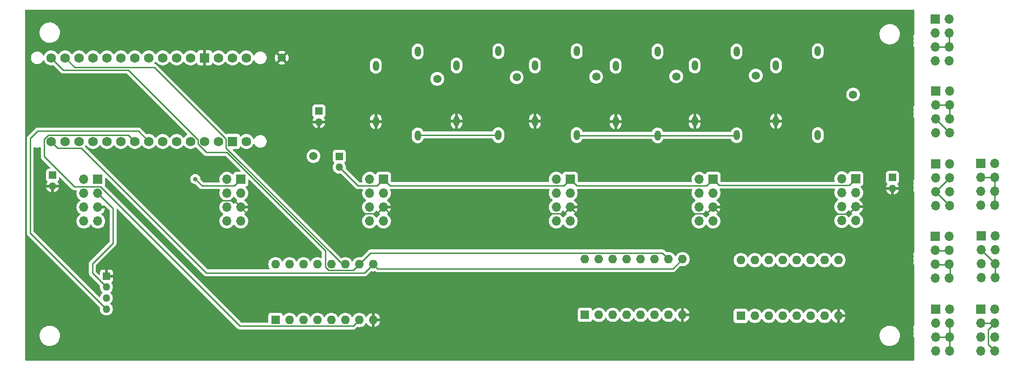
<source format=gbr>
%TF.GenerationSoftware,KiCad,Pcbnew,7.0.2-0*%
%TF.CreationDate,2023-05-27T18:04:36+01:00*%
%TF.ProjectId,olfactory_display,6f6c6661-6374-46f7-9279-5f646973706c,rev?*%
%TF.SameCoordinates,Original*%
%TF.FileFunction,Copper,L2,Bot*%
%TF.FilePolarity,Positive*%
%FSLAX46Y46*%
G04 Gerber Fmt 4.6, Leading zero omitted, Abs format (unit mm)*
G04 Created by KiCad (PCBNEW 7.0.2-0) date 2023-05-27 18:04:36*
%MOMM*%
%LPD*%
G01*
G04 APERTURE LIST*
%TA.AperFunction,ComponentPad*%
%ADD10C,1.727200*%
%TD*%
%TA.AperFunction,ComponentPad*%
%ADD11R,1.727200X1.727200*%
%TD*%
%TA.AperFunction,ComponentPad*%
%ADD12R,1.700000X1.700000*%
%TD*%
%TA.AperFunction,ComponentPad*%
%ADD13O,1.700000X1.700000*%
%TD*%
%TA.AperFunction,ComponentPad*%
%ADD14C,1.500000*%
%TD*%
%TA.AperFunction,ComponentPad*%
%ADD15O,1.118000X1.864000*%
%TD*%
%TA.AperFunction,ComponentPad*%
%ADD16R,1.600000X1.600000*%
%TD*%
%TA.AperFunction,ComponentPad*%
%ADD17O,1.600000X1.600000*%
%TD*%
%TA.AperFunction,ComponentPad*%
%ADD18R,1.350000X1.350000*%
%TD*%
%TA.AperFunction,ComponentPad*%
%ADD19O,1.350000X1.350000*%
%TD*%
%TA.AperFunction,ViaPad*%
%ADD20C,0.800000*%
%TD*%
%TA.AperFunction,Conductor*%
%ADD21C,0.250000*%
%TD*%
G04 APERTURE END LIST*
D10*
%TO.P,XA1,VIN,VIN*%
%TO.N,unconnected-(XA1-PadVIN)*%
X134957145Y-43515000D03*
%TO.P,XA1,RST2,REC*%
%TO.N,unconnected-(XA1-REC-PadRST2)*%
X129877145Y-43515000D03*
%TO.P,XA1,RST1,RESET*%
%TO.N,unconnected-(XA1-RESET-PadRST1)*%
X129877145Y-28275000D03*
D11*
%TO.P,XA1,GND2,GND*%
%TO.N,unconnected-(XA1-GND-PadGND2)*%
X132417145Y-43515000D03*
%TO.P,XA1,GND1,GND*%
%TO.N,Net-(J1-Pin_5)*%
X127337145Y-28275000D03*
D10*
%TO.P,XA1,D13,D13_SCK*%
%TO.N,Net-(U1-S2)*%
X99397145Y-43515000D03*
%TO.P,XA1,D12,D12_MISO*%
%TO.N,Net-(U1-S1)*%
X99397145Y-28275000D03*
%TO.P,XA1,D11,D11_MOSI*%
%TO.N,Net-(U1-S0)*%
X101937145Y-28275000D03*
%TO.P,XA1,D10,D10*%
%TO.N,Net-(U3-Z)*%
X104477145Y-28275000D03*
%TO.P,XA1,D9,D9*%
%TO.N,Net-(U2-Z)*%
X107017145Y-28275000D03*
%TO.P,XA1,D8,D8*%
%TO.N,Net-(U1-Z)*%
X109557145Y-28275000D03*
%TO.P,XA1,D7,D7*%
%TO.N,Net-(K1-COIL+)*%
X112097145Y-28275000D03*
%TO.P,XA1,D6,D6*%
%TO.N,Net-(K2-COIL+)*%
X114637145Y-28275000D03*
%TO.P,XA1,D5,D5*%
%TO.N,Net-(K3-COIL+)*%
X117177145Y-28275000D03*
%TO.P,XA1,D4,D4*%
%TO.N,Net-(K4-COIL+)*%
X119717145Y-28275000D03*
%TO.P,XA1,D3,D3*%
%TO.N,Net-(K5-COIL+)*%
X122257145Y-28275000D03*
%TO.P,XA1,D2,D2*%
%TO.N,Net-(K6-COIL+)*%
X124797145Y-28275000D03*
%TO.P,XA1,D1,D1/TX*%
%TO.N,unconnected-(XA1-D1{slash}TX-PadD1)*%
X134957145Y-28275000D03*
%TO.P,XA1,D0,D0/RX*%
%TO.N,unconnected-(XA1-D0{slash}RX-PadD0)*%
X132417145Y-28275000D03*
%TO.P,XA1,AREF,AREF*%
%TO.N,unconnected-(XA1-PadAREF)*%
X104477145Y-43515000D03*
%TO.P,XA1,A7,A7*%
%TO.N,Net-(M1-+)*%
X124797145Y-43515000D03*
%TO.P,XA1,A6,A6*%
%TO.N,Net-(M2-+)*%
X122257145Y-43515000D03*
%TO.P,XA1,A5,A5/SCL*%
%TO.N,Net-(M3-+)*%
X119717145Y-43515000D03*
%TO.P,XA1,A4,A4/SDA*%
%TO.N,Net-(J7-Pin_4)*%
X117177145Y-43515000D03*
%TO.P,XA1,A3,A3*%
%TO.N,Net-(U1-~{E})*%
X114637145Y-43515000D03*
%TO.P,XA1,A2,A2*%
%TO.N,unconnected-(XA1-PadA2)*%
X112097145Y-43515000D03*
%TO.P,XA1,A1,A1*%
%TO.N,unconnected-(XA1-PadA1)*%
X109557145Y-43515000D03*
%TO.P,XA1,A0,A0*%
%TO.N,unconnected-(XA1-PadA0)*%
X107017145Y-43515000D03*
%TO.P,XA1,5V,5V*%
%TO.N,Net-(J1-Pin_3)*%
X127337145Y-43515000D03*
%TO.P,XA1,3V3,3.3V*%
%TO.N,unconnected-(XA1-3.3V-Pad3V3)*%
X101937145Y-43515000D03*
%TD*%
D12*
%TO.P,J16,1,Pin_1*%
%TO.N,unconnected-(J16-Pin_1-Pad1)*%
X268740000Y-47550000D03*
D13*
%TO.P,J16,2,Pin_2*%
%TO.N,unconnected-(J16-Pin_2-Pad2)*%
X271280000Y-47550000D03*
%TO.P,J16,3,Pin_3*%
%TO.N,Net-(J16-Pin_3)*%
X268740000Y-50090000D03*
%TO.P,J16,4,Pin_4*%
X271280000Y-50090000D03*
%TO.P,J16,5,Pin_5*%
%TO.N,unconnected-(J16-Pin_5-Pad5)*%
X268740000Y-52630000D03*
%TO.P,J16,6,Pin_6*%
%TO.N,Net-(J16-Pin_3)*%
X271280000Y-52630000D03*
%TO.P,J16,7,Pin_7*%
%TO.N,unconnected-(J16-Pin_7-Pad7)*%
X268740000Y-55170000D03*
%TO.P,J16,8,Pin_8*%
%TO.N,Net-(J16-Pin_3)*%
X271280000Y-55170000D03*
%TD*%
%TO.P,J15,8,Pin_8*%
%TO.N,Net-(J15-Pin_3)*%
X271310000Y-68400000D03*
%TO.P,J15,7,Pin_7*%
%TO.N,unconnected-(J15-Pin_7-Pad7)*%
X268770000Y-68400000D03*
%TO.P,J15,6,Pin_6*%
%TO.N,Net-(J15-Pin_3)*%
X271310000Y-65860000D03*
%TO.P,J15,5,Pin_5*%
%TO.N,Net-(J15-Pin_4)*%
X268770000Y-65860000D03*
%TO.P,J15,4,Pin_4*%
X271310000Y-63320000D03*
%TO.P,J15,3,Pin_3*%
%TO.N,Net-(J15-Pin_3)*%
X268770000Y-63320000D03*
%TO.P,J15,2,Pin_2*%
%TO.N,unconnected-(J15-Pin_2-Pad2)*%
X271310000Y-60780000D03*
D12*
%TO.P,J15,1,Pin_1*%
%TO.N,unconnected-(J15-Pin_1-Pad1)*%
X268770000Y-60780000D03*
%TD*%
D14*
%TO.P,TP8,1,1*%
%TO.N,Net-(J1-Pin_5)*%
X141390000Y-28260000D03*
%TD*%
%TO.P,TP7,1,1*%
%TO.N,Net-(J8-Pin_1)*%
X147170000Y-46200000D03*
%TD*%
%TO.P,TP6,1,1*%
%TO.N,Net-(J6-Pin_2)*%
X245470000Y-34960000D03*
%TD*%
%TO.P,TP5,1,1*%
%TO.N,Net-(J5-Pin_2)*%
X227740000Y-31510000D03*
%TD*%
%TO.P,TP4,1,1*%
%TO.N,Net-(J4-Pin_2)*%
X213250000Y-31660000D03*
%TD*%
%TO.P,TP3,1,1*%
%TO.N,Net-(J3-Pin_2)*%
X198660000Y-31710000D03*
%TD*%
%TO.P,TP2,1,1*%
%TO.N,Net-(J2-Pin_2)*%
X184180000Y-31820000D03*
%TD*%
%TO.P,TP1,1,1*%
%TO.N,Net-(J1-Pin_2)*%
X169720000Y-32100000D03*
%TD*%
D12*
%TO.P,J9,1,Pin_1*%
%TO.N,unconnected-(J9-Pin_1-Pad1)*%
X260545000Y-74080000D03*
D13*
%TO.P,J9,2,Pin_2*%
%TO.N,unconnected-(J9-Pin_2-Pad2)*%
X263085000Y-74080000D03*
%TO.P,J9,3,Pin_3*%
%TO.N,unconnected-(J9-Pin_3-Pad3)*%
X260545000Y-76620000D03*
%TO.P,J9,4,Pin_4*%
%TO.N,Net-(J9-Pin_4)*%
X263085000Y-76620000D03*
%TO.P,J9,5,Pin_5*%
X260545000Y-79160000D03*
%TO.P,J9,6,Pin_6*%
X263085000Y-79160000D03*
%TO.P,J9,7,Pin_7*%
%TO.N,unconnected-(J9-Pin_7-Pad7)*%
X260545000Y-81700000D03*
%TO.P,J9,8,Pin_8*%
%TO.N,Net-(J9-Pin_4)*%
X263085000Y-81700000D03*
%TD*%
D12*
%TO.P,J14,1,Pin_1*%
%TO.N,unconnected-(J14-Pin_1-Pad1)*%
X268725000Y-74100000D03*
D13*
%TO.P,J14,2,Pin_2*%
%TO.N,unconnected-(J14-Pin_2-Pad2)*%
X271265000Y-74100000D03*
%TO.P,J14,3,Pin_3*%
%TO.N,Net-(J14-Pin_3)*%
X268725000Y-76640000D03*
%TO.P,J14,4,Pin_4*%
X271265000Y-76640000D03*
%TO.P,J14,5,Pin_5*%
%TO.N,Net-(J14-Pin_5)*%
X268725000Y-79180000D03*
%TO.P,J14,6,Pin_6*%
X271265000Y-79180000D03*
%TO.P,J14,7,Pin_7*%
%TO.N,unconnected-(J14-Pin_7-Pad7)*%
X268725000Y-81720000D03*
%TO.P,J14,8,Pin_8*%
%TO.N,Net-(J14-Pin_3)*%
X271265000Y-81720000D03*
%TD*%
D12*
%TO.P,J13,1,Pin_1*%
%TO.N,unconnected-(J13-Pin_1-Pad1)*%
X260460000Y-21160000D03*
D13*
%TO.P,J13,2,Pin_2*%
%TO.N,unconnected-(J13-Pin_2-Pad2)*%
X263000000Y-21160000D03*
%TO.P,J13,3,Pin_3*%
%TO.N,Net-(J13-Pin_3)*%
X260460000Y-23700000D03*
%TO.P,J13,4,Pin_4*%
%TO.N,Net-(J13-Pin_4)*%
X263000000Y-23700000D03*
%TO.P,J13,5,Pin_5*%
X260460000Y-26240000D03*
%TO.P,J13,6,Pin_6*%
X263000000Y-26240000D03*
%TO.P,J13,7,Pin_7*%
%TO.N,unconnected-(J13-Pin_7-Pad7)*%
X260460000Y-28780000D03*
%TO.P,J13,8,Pin_8*%
%TO.N,Net-(J13-Pin_3)*%
X263000000Y-28780000D03*
%TD*%
D12*
%TO.P,J12,1,Pin_1*%
%TO.N,unconnected-(J12-Pin_1-Pad1)*%
X260530000Y-34300000D03*
D13*
%TO.P,J12,2,Pin_2*%
%TO.N,unconnected-(J12-Pin_2-Pad2)*%
X263070000Y-34300000D03*
%TO.P,J12,3,Pin_3*%
%TO.N,Net-(J12-Pin_3)*%
X260530000Y-36840000D03*
%TO.P,J12,4,Pin_4*%
X263070000Y-36840000D03*
%TO.P,J12,5,Pin_5*%
%TO.N,Net-(J12-Pin_5)*%
X260530000Y-39380000D03*
%TO.P,J12,6,Pin_6*%
%TO.N,Net-(J12-Pin_3)*%
X263070000Y-39380000D03*
%TO.P,J12,7,Pin_7*%
%TO.N,unconnected-(J12-Pin_7-Pad7)*%
X260530000Y-41920000D03*
%TO.P,J12,8,Pin_8*%
%TO.N,Net-(J12-Pin_5)*%
X263070000Y-41920000D03*
%TD*%
D12*
%TO.P,J11,1,Pin_1*%
%TO.N,unconnected-(J11-Pin_1-Pad1)*%
X260510000Y-47580000D03*
D13*
%TO.P,J11,2,Pin_2*%
%TO.N,unconnected-(J11-Pin_2-Pad2)*%
X263050000Y-47580000D03*
%TO.P,J11,3,Pin_3*%
%TO.N,Net-(J11-Pin_3)*%
X260510000Y-50120000D03*
%TO.P,J11,4,Pin_4*%
%TO.N,Net-(J11-Pin_4)*%
X263050000Y-50120000D03*
%TO.P,J11,5,Pin_5*%
X260510000Y-52660000D03*
%TO.P,J11,6,Pin_6*%
%TO.N,Net-(J11-Pin_3)*%
X263050000Y-52660000D03*
%TO.P,J11,7,Pin_7*%
%TO.N,unconnected-(J11-Pin_7-Pad7)*%
X260510000Y-55200000D03*
%TO.P,J11,8,Pin_8*%
%TO.N,Net-(J11-Pin_4)*%
X263050000Y-55200000D03*
%TD*%
%TO.P,J10,8,Pin_8*%
%TO.N,Net-(J10-Pin_5)*%
X263000000Y-68480000D03*
%TO.P,J10,7,Pin_7*%
%TO.N,unconnected-(J10-Pin_7-Pad7)*%
X260460000Y-68480000D03*
%TO.P,J10,6,Pin_6*%
%TO.N,Net-(J10-Pin_5)*%
X263000000Y-65940000D03*
%TO.P,J10,5,Pin_5*%
X260460000Y-65940000D03*
%TO.P,J10,4,Pin_4*%
%TO.N,Net-(J10-Pin_3)*%
X263000000Y-63400000D03*
%TO.P,J10,3,Pin_3*%
X260460000Y-63400000D03*
%TO.P,J10,2,Pin_2*%
%TO.N,unconnected-(J10-Pin_2-Pad2)*%
X263000000Y-60860000D03*
D12*
%TO.P,J10,1,Pin_1*%
%TO.N,unconnected-(J10-Pin_1-Pad1)*%
X260460000Y-60860000D03*
%TD*%
%TO.P,J2,1,Pin_1*%
%TO.N,Net-(J1-Pin_1)*%
X133927145Y-50425000D03*
D13*
%TO.P,J2,2,Pin_2*%
%TO.N,Net-(J2-Pin_2)*%
X131387145Y-50425000D03*
%TO.P,J2,3,Pin_3*%
%TO.N,Net-(J1-Pin_3)*%
X133927145Y-52965000D03*
%TO.P,J2,4,Pin_4*%
%TO.N,Net-(J2-Pin_4)*%
X131387145Y-52965000D03*
%TO.P,J2,5,Pin_5*%
%TO.N,Net-(J1-Pin_5)*%
X133927145Y-55505000D03*
%TO.P,J2,6,Pin_6*%
%TO.N,Net-(J2-Pin_6)*%
X131387145Y-55505000D03*
%TO.P,J2,7,Pin_7*%
%TO.N,unconnected-(J2-Pin_7-Pad7)*%
X133927145Y-58045000D03*
%TO.P,J2,8,Pin_8*%
%TO.N,Net-(J2-Pin_8)*%
X131387145Y-58045000D03*
%TD*%
D15*
%TO.P,K2,2,COIL+*%
%TO.N,Net-(K2-COIL+)*%
X216627145Y-29705000D03*
%TO.P,K2,6,COIL-*%
%TO.N,Net-(J1-Pin_5)*%
X216627145Y-39865000D03*
%TO.P,K2,8,COM*%
%TO.N,Net-(J8-Pin_1)*%
X224247145Y-42405000D03*
%TO.P,K2,14,NO*%
%TO.N,Net-(J5-Pin_2)*%
X224247145Y-27125000D03*
%TD*%
%TO.P,K3,2,COIL+*%
%TO.N,Net-(K3-COIL+)*%
X202237145Y-29715000D03*
%TO.P,K3,6,COIL-*%
%TO.N,Net-(J1-Pin_5)*%
X202237145Y-39875000D03*
%TO.P,K3,8,COM*%
%TO.N,Net-(J8-Pin_1)*%
X209857145Y-42415000D03*
%TO.P,K3,14,NO*%
%TO.N,Net-(J4-Pin_2)*%
X209857145Y-27135000D03*
%TD*%
D16*
%TO.P,U2,1,I3*%
%TO.N,Net-(J4-Pin_8)*%
X196607145Y-75135000D03*
D17*
%TO.P,U2,2,I2*%
%TO.N,Net-(J4-Pin_6)*%
X199147145Y-75135000D03*
%TO.P,U2,3,I1*%
%TO.N,Net-(J4-Pin_4)*%
X201687145Y-75135000D03*
%TO.P,U2,4,I0*%
%TO.N,Net-(J3-Pin_8)*%
X204227145Y-75135000D03*
%TO.P,U2,5,Z*%
%TO.N,Net-(U2-Z)*%
X206767145Y-75135000D03*
%TO.P,U2,6,~{Z}*%
%TO.N,unconnected-(U2-~{Z}-Pad6)*%
X209307145Y-75135000D03*
%TO.P,U2,7,~{E}*%
%TO.N,Net-(U1-~{E})*%
X211847145Y-75135000D03*
%TO.P,U2,8,GND*%
%TO.N,Net-(J1-Pin_5)*%
X214387145Y-75135000D03*
%TO.P,U2,9,S2*%
%TO.N,Net-(U1-S2)*%
X214387145Y-64975000D03*
%TO.P,U2,10,S1*%
%TO.N,Net-(U1-S1)*%
X211847145Y-64975000D03*
%TO.P,U2,11,S0*%
%TO.N,Net-(U1-S0)*%
X209307145Y-64975000D03*
%TO.P,U2,12,I7*%
%TO.N,Net-(J6-Pin_4)*%
X206767145Y-64975000D03*
%TO.P,U2,13,I6*%
%TO.N,Net-(J5-Pin_8)*%
X204227145Y-64975000D03*
%TO.P,U2,14,I5*%
%TO.N,Net-(J5-Pin_6)*%
X201687145Y-64975000D03*
%TO.P,U2,15,I4*%
%TO.N,Net-(J5-Pin_4)*%
X199147145Y-64975000D03*
%TO.P,U2,16,VCC*%
%TO.N,Net-(J1-Pin_3)*%
X196607145Y-64975000D03*
%TD*%
D15*
%TO.P,K6,2,COIL+*%
%TO.N,Net-(K6-COIL+)*%
X158537145Y-29715000D03*
%TO.P,K6,6,COIL-*%
%TO.N,Net-(J1-Pin_5)*%
X158537145Y-39875000D03*
%TO.P,K6,8,COM*%
%TO.N,Net-(J8-Pin_1)*%
X166157145Y-42415000D03*
%TO.P,K6,14,NO*%
%TO.N,Net-(J1-Pin_2)*%
X166157145Y-27135000D03*
%TD*%
D12*
%TO.P,J6,1,Pin_1*%
%TO.N,Net-(J1-Pin_1)*%
X245937145Y-50335000D03*
D13*
%TO.P,J6,2,Pin_2*%
%TO.N,Net-(J6-Pin_2)*%
X243397145Y-50335000D03*
%TO.P,J6,3,Pin_3*%
%TO.N,Net-(J1-Pin_3)*%
X245937145Y-52875000D03*
%TO.P,J6,4,Pin_4*%
%TO.N,Net-(J6-Pin_4)*%
X243397145Y-52875000D03*
%TO.P,J6,5,Pin_5*%
%TO.N,Net-(J1-Pin_5)*%
X245937145Y-55415000D03*
%TO.P,J6,6,Pin_6*%
%TO.N,Net-(J6-Pin_6)*%
X243397145Y-55415000D03*
%TO.P,J6,7,Pin_7*%
%TO.N,unconnected-(J6-Pin_7-Pad7)*%
X245937145Y-57955000D03*
%TO.P,J6,8,Pin_8*%
%TO.N,Net-(J6-Pin_8)*%
X243397145Y-57955000D03*
%TD*%
D15*
%TO.P,K1,2,COIL+*%
%TO.N,Net-(K1-COIL+)*%
X231417145Y-29655000D03*
%TO.P,K1,6,COIL-*%
%TO.N,Net-(J1-Pin_5)*%
X231417145Y-39815000D03*
%TO.P,K1,8,COM*%
%TO.N,Net-(J8-Pin_1)*%
X239037145Y-42355000D03*
%TO.P,K1,14,NO*%
%TO.N,Net-(J6-Pin_2)*%
X239037145Y-27075000D03*
%TD*%
D12*
%TO.P,J4,1,Pin_1*%
%TO.N,Net-(J1-Pin_1)*%
X193927145Y-50395000D03*
D13*
%TO.P,J4,2,Pin_2*%
%TO.N,Net-(J4-Pin_2)*%
X191387145Y-50395000D03*
%TO.P,J4,3,Pin_3*%
%TO.N,Net-(J1-Pin_3)*%
X193927145Y-52935000D03*
%TO.P,J4,4,Pin_4*%
%TO.N,Net-(J4-Pin_4)*%
X191387145Y-52935000D03*
%TO.P,J4,5,Pin_5*%
%TO.N,Net-(J1-Pin_5)*%
X193927145Y-55475000D03*
%TO.P,J4,6,Pin_6*%
%TO.N,Net-(J4-Pin_6)*%
X191387145Y-55475000D03*
%TO.P,J4,7,Pin_7*%
%TO.N,unconnected-(J4-Pin_7-Pad7)*%
X193927145Y-58015000D03*
%TO.P,J4,8,Pin_8*%
%TO.N,Net-(J4-Pin_8)*%
X191387145Y-58015000D03*
%TD*%
D15*
%TO.P,K4,2,COIL+*%
%TO.N,Net-(K4-COIL+)*%
X187517145Y-29655000D03*
%TO.P,K4,6,COIL-*%
%TO.N,Net-(J1-Pin_5)*%
X187517145Y-39815000D03*
%TO.P,K4,8,COM*%
%TO.N,Net-(J8-Pin_1)*%
X195137145Y-42355000D03*
%TO.P,K4,14,NO*%
%TO.N,Net-(J3-Pin_2)*%
X195137145Y-27075000D03*
%TD*%
D18*
%TO.P,M3,1,+*%
%TO.N,Net-(M3-+)*%
X148137145Y-37975000D03*
D19*
%TO.P,M3,2,-*%
%TO.N,Net-(J1-Pin_5)*%
X148137145Y-39975000D03*
%TD*%
D12*
%TO.P,J3,1,Pin_1*%
%TO.N,Net-(J1-Pin_1)*%
X159927145Y-50425000D03*
D13*
%TO.P,J3,2,Pin_2*%
%TO.N,Net-(J3-Pin_2)*%
X157387145Y-50425000D03*
%TO.P,J3,3,Pin_3*%
%TO.N,Net-(J1-Pin_3)*%
X159927145Y-52965000D03*
%TO.P,J3,4,Pin_4*%
%TO.N,Net-(J3-Pin_4)*%
X157387145Y-52965000D03*
%TO.P,J3,5,Pin_5*%
%TO.N,Net-(J1-Pin_5)*%
X159927145Y-55505000D03*
%TO.P,J3,6,Pin_6*%
%TO.N,Net-(J3-Pin_6)*%
X157387145Y-55505000D03*
%TO.P,J3,7,Pin_7*%
%TO.N,unconnected-(J3-Pin_7-Pad7)*%
X159927145Y-58045000D03*
%TO.P,J3,8,Pin_8*%
%TO.N,Net-(J3-Pin_8)*%
X157387145Y-58045000D03*
%TD*%
D18*
%TO.P,J8,1,Pin_1*%
%TO.N,Net-(J8-Pin_1)*%
X151887145Y-46225000D03*
D19*
%TO.P,J8,2,Pin_2*%
%TO.N,Net-(J1-Pin_1)*%
X151887145Y-48225000D03*
%TD*%
D18*
%TO.P,M2,1,+*%
%TO.N,Net-(M2-+)*%
X99637145Y-49675000D03*
D19*
%TO.P,M2,2,-*%
%TO.N,Net-(J1-Pin_5)*%
X99637145Y-51675000D03*
%TD*%
D12*
%TO.P,J5,1,Pin_1*%
%TO.N,Net-(J1-Pin_1)*%
X219937145Y-50395000D03*
D13*
%TO.P,J5,2,Pin_2*%
%TO.N,Net-(J5-Pin_2)*%
X217397145Y-50395000D03*
%TO.P,J5,3,Pin_3*%
%TO.N,Net-(J1-Pin_3)*%
X219937145Y-52935000D03*
%TO.P,J5,4,Pin_4*%
%TO.N,Net-(J5-Pin_4)*%
X217397145Y-52935000D03*
%TO.P,J5,5,Pin_5*%
%TO.N,Net-(J1-Pin_5)*%
X219937145Y-55475000D03*
%TO.P,J5,6,Pin_6*%
%TO.N,Net-(J5-Pin_6)*%
X217397145Y-55475000D03*
%TO.P,J5,7,Pin_7*%
%TO.N,unconnected-(J5-Pin_7-Pad7)*%
X219937145Y-58015000D03*
%TO.P,J5,8,Pin_8*%
%TO.N,Net-(J5-Pin_8)*%
X217397145Y-58015000D03*
%TD*%
D15*
%TO.P,K5,2,COIL+*%
%TO.N,Net-(K5-COIL+)*%
X173217145Y-29655000D03*
%TO.P,K5,6,COIL-*%
%TO.N,Net-(J1-Pin_5)*%
X173217145Y-39815000D03*
%TO.P,K5,8,COM*%
%TO.N,Net-(J8-Pin_1)*%
X180837145Y-42355000D03*
%TO.P,K5,14,NO*%
%TO.N,Net-(J2-Pin_2)*%
X180837145Y-27075000D03*
%TD*%
D16*
%TO.P,U3,1,I3*%
%TO.N,unconnected-(U3-I3-Pad1)*%
X225012145Y-75325000D03*
D17*
%TO.P,U3,2,I2*%
%TO.N,unconnected-(U3-I2-Pad2)*%
X227552145Y-75325000D03*
%TO.P,U3,3,I1*%
%TO.N,Net-(J6-Pin_8)*%
X230092145Y-75325000D03*
%TO.P,U3,4,I0*%
%TO.N,Net-(J6-Pin_6)*%
X232632145Y-75325000D03*
%TO.P,U3,5,Z*%
%TO.N,Net-(U3-Z)*%
X235172145Y-75325000D03*
%TO.P,U3,6,~{Z}*%
%TO.N,unconnected-(U3-~{Z}-Pad6)*%
X237712145Y-75325000D03*
%TO.P,U3,7,~{E}*%
%TO.N,Net-(U1-~{E})*%
X240252145Y-75325000D03*
%TO.P,U3,8,GND*%
%TO.N,Net-(J1-Pin_5)*%
X242792145Y-75325000D03*
%TO.P,U3,9,S2*%
%TO.N,Net-(U1-S2)*%
X242792145Y-65165000D03*
%TO.P,U3,10,S1*%
%TO.N,Net-(U1-S1)*%
X240252145Y-65165000D03*
%TO.P,U3,11,S0*%
%TO.N,Net-(U1-S0)*%
X237712145Y-65165000D03*
%TO.P,U3,12,I7*%
%TO.N,unconnected-(U3-I7-Pad12)*%
X235172145Y-65165000D03*
%TO.P,U3,13,I6*%
%TO.N,unconnected-(U3-I6-Pad13)*%
X232632145Y-65165000D03*
%TO.P,U3,14,I5*%
%TO.N,unconnected-(U3-I5-Pad14)*%
X230092145Y-65165000D03*
%TO.P,U3,15,I4*%
%TO.N,unconnected-(U3-I4-Pad15)*%
X227552145Y-65165000D03*
%TO.P,U3,16,VCC*%
%TO.N,Net-(J1-Pin_3)*%
X225012145Y-65165000D03*
%TD*%
D12*
%TO.P,J1,1,Pin_1*%
%TO.N,Net-(J1-Pin_1)*%
X107887145Y-50435000D03*
D13*
%TO.P,J1,2,Pin_2*%
%TO.N,Net-(J1-Pin_2)*%
X105347145Y-50435000D03*
%TO.P,J1,3,Pin_3*%
%TO.N,Net-(J1-Pin_3)*%
X107887145Y-52975000D03*
%TO.P,J1,4,Pin_4*%
%TO.N,Net-(J1-Pin_4)*%
X105347145Y-52975000D03*
%TO.P,J1,5,Pin_5*%
%TO.N,Net-(J1-Pin_5)*%
X107887145Y-55515000D03*
%TO.P,J1,6,Pin_6*%
%TO.N,Net-(J1-Pin_6)*%
X105347145Y-55515000D03*
%TO.P,J1,7,Pin_7*%
%TO.N,unconnected-(J1-Pin_7-Pad7)*%
X107887145Y-58055000D03*
%TO.P,J1,8,Pin_8*%
%TO.N,Net-(J1-Pin_8)*%
X105347145Y-58055000D03*
%TD*%
D18*
%TO.P,J7,1,Pin_1*%
%TO.N,Net-(J1-Pin_5)*%
X109437145Y-68075000D03*
D19*
%TO.P,J7,2,Pin_2*%
%TO.N,Net-(J1-Pin_3)*%
X109437145Y-70075000D03*
%TO.P,J7,3,Pin_3*%
%TO.N,unconnected-(J7-Pin_3-Pad3)*%
X109437145Y-72075000D03*
%TO.P,J7,4,Pin_4*%
%TO.N,Net-(J7-Pin_4)*%
X109437145Y-74075000D03*
%TD*%
D16*
%TO.P,U1,1,I3*%
%TO.N,Net-(J2-Pin_4)*%
X140262145Y-76075000D03*
D17*
%TO.P,U1,2,I2*%
%TO.N,Net-(J1-Pin_8)*%
X142802145Y-76075000D03*
%TO.P,U1,3,I1*%
%TO.N,Net-(J1-Pin_6)*%
X145342145Y-76075000D03*
%TO.P,U1,4,I0*%
%TO.N,Net-(J1-Pin_4)*%
X147882145Y-76075000D03*
%TO.P,U1,5,Z*%
%TO.N,Net-(U1-Z)*%
X150422145Y-76075000D03*
%TO.P,U1,6,~{Z}*%
%TO.N,unconnected-(U1-~{Z}-Pad6)*%
X152962145Y-76075000D03*
%TO.P,U1,7,~{E}*%
%TO.N,Net-(U1-~{E})*%
X155502145Y-76075000D03*
%TO.P,U1,8,GND*%
%TO.N,Net-(J1-Pin_5)*%
X158042145Y-76075000D03*
%TO.P,U1,9,S2*%
%TO.N,Net-(U1-S2)*%
X158042145Y-65915000D03*
%TO.P,U1,10,S1*%
%TO.N,Net-(U1-S1)*%
X155502145Y-65915000D03*
%TO.P,U1,11,S0*%
%TO.N,Net-(U1-S0)*%
X152962145Y-65915000D03*
%TO.P,U1,12,I7*%
%TO.N,Net-(J3-Pin_6)*%
X150422145Y-65915000D03*
%TO.P,U1,13,I6*%
%TO.N,Net-(J3-Pin_4)*%
X147882145Y-65915000D03*
%TO.P,U1,14,I5*%
%TO.N,Net-(J2-Pin_8)*%
X145342145Y-65915000D03*
%TO.P,U1,15,I4*%
%TO.N,Net-(J2-Pin_6)*%
X142802145Y-65915000D03*
%TO.P,U1,16,VCC*%
%TO.N,Net-(J1-Pin_3)*%
X140262145Y-65915000D03*
%TD*%
D18*
%TO.P,M1,1,+*%
%TO.N,Net-(M1-+)*%
X252637145Y-50075000D03*
D19*
%TO.P,M1,2,-*%
%TO.N,Net-(J1-Pin_5)*%
X252637145Y-52075000D03*
%TD*%
D20*
%TO.N,Net-(J1-Pin_1)*%
X125640000Y-50380000D03*
%TO.N,Net-(J1-Pin_5)*%
X119150000Y-55520000D03*
X138548372Y-56561628D03*
X146280000Y-56750000D03*
%TD*%
D21*
%TO.N,Net-(U1-S2)*%
X104865745Y-44703600D02*
X100585745Y-44703600D01*
X127652145Y-67490000D02*
X104865745Y-44703600D01*
X100585745Y-44703600D02*
X99397145Y-43515000D01*
X156467145Y-67490000D02*
X127652145Y-67490000D01*
X158042145Y-65915000D02*
X156467145Y-67490000D01*
%TO.N,Net-(U1-S1)*%
X113438080Y-30475000D02*
X101597145Y-30475000D01*
X126148545Y-44007335D02*
X126148545Y-43185465D01*
X127681210Y-45540000D02*
X126148545Y-44007335D01*
X126148545Y-43185465D02*
X113438080Y-30475000D01*
X131428549Y-45540000D02*
X127681210Y-45540000D01*
X149297145Y-63408596D02*
X131428549Y-45540000D01*
X149956154Y-67040000D02*
X149297145Y-66380991D01*
X101597145Y-30475000D02*
X99397145Y-28275000D01*
X149297145Y-66380991D02*
X149297145Y-63408596D01*
X154377145Y-67040000D02*
X149956154Y-67040000D01*
X155502145Y-65915000D02*
X154377145Y-67040000D01*
%TO.N,Net-(J7-Pin_4)*%
X115292145Y-41630000D02*
X117177145Y-43515000D01*
%TO.N,Net-(U1-~{E})*%
X113448545Y-42326400D02*
X114637145Y-43515000D01*
X98132145Y-43099065D02*
X98904810Y-42326400D01*
X98132145Y-46292145D02*
X98132145Y-43099065D01*
X98904810Y-42326400D02*
X113448545Y-42326400D01*
X155502145Y-76075000D02*
X154377145Y-77200000D01*
X108353846Y-51780000D02*
X103620000Y-51780000D01*
X133773846Y-77200000D02*
X108353846Y-51780000D01*
X103620000Y-51780000D02*
X98132145Y-46292145D01*
X154377145Y-77200000D02*
X133773846Y-77200000D01*
%TO.N,Net-(U1-S0)*%
X103687145Y-30025000D02*
X101937145Y-28275000D01*
X152439945Y-65915000D02*
X131228545Y-44703600D01*
X131228545Y-44703600D02*
X131228545Y-43066400D01*
X131228545Y-43066400D02*
X118187145Y-30025000D01*
X152962145Y-65915000D02*
X152439945Y-65915000D01*
X118187145Y-30025000D02*
X103687145Y-30025000D01*
%TO.N,Net-(J1-Pin_3)*%
X107887145Y-52975000D02*
X110660000Y-55747855D01*
X110660000Y-55747855D02*
X110660000Y-62070000D01*
X106880000Y-67517855D02*
X109437145Y-70075000D01*
X110660000Y-62070000D02*
X106880000Y-65850000D01*
X106880000Y-65850000D02*
X106880000Y-67517855D01*
%TO.N,Net-(J1-Pin_5)*%
X245937145Y-55415000D02*
X244572145Y-56780000D01*
X244572145Y-56780000D02*
X221242145Y-56780000D01*
X221242145Y-56780000D02*
X219937145Y-55475000D01*
%TO.N,Net-(J1-Pin_1)*%
X125640000Y-50380000D02*
X126860000Y-51600000D01*
X126860000Y-51600000D02*
X132752145Y-51600000D01*
X132752145Y-51600000D02*
X133927145Y-50425000D01*
X159927145Y-50425000D02*
X158752145Y-51600000D01*
X158752145Y-51600000D02*
X155262145Y-51600000D01*
X155262145Y-51600000D02*
X151887145Y-48225000D01*
X193927145Y-50395000D02*
X192752145Y-51570000D01*
X161072145Y-51570000D02*
X159927145Y-50425000D01*
X192752145Y-51570000D02*
X161072145Y-51570000D01*
X219937145Y-50395000D02*
X218762145Y-51570000D01*
X218762145Y-51570000D02*
X195102145Y-51570000D01*
X195102145Y-51570000D02*
X193927145Y-50395000D01*
X245937145Y-50335000D02*
X244762145Y-51510000D01*
X244762145Y-51510000D02*
X221052145Y-51510000D01*
X221052145Y-51510000D02*
X219937145Y-50395000D01*
%TO.N,Net-(J1-Pin_5)*%
X120340000Y-54330000D02*
X119150000Y-55520000D01*
X132752145Y-54330000D02*
X120340000Y-54330000D01*
X133927145Y-55505000D02*
X132752145Y-54330000D01*
X159927145Y-55505000D02*
X158752145Y-56680000D01*
X158752145Y-56680000D02*
X146350000Y-56680000D01*
X138548372Y-56561628D02*
X134983773Y-56561628D01*
X146350000Y-56680000D02*
X146280000Y-56750000D01*
X134983773Y-56561628D02*
X133927145Y-55505000D01*
X193927145Y-55475000D02*
X192752145Y-56650000D01*
X192752145Y-56650000D02*
X161072145Y-56650000D01*
X161072145Y-56650000D02*
X159927145Y-55505000D01*
X193927145Y-55475000D02*
X195102145Y-56650000D01*
X195102145Y-56650000D02*
X218762145Y-56650000D01*
X218762145Y-56650000D02*
X219937145Y-55475000D01*
%TO.N,Net-(J15-Pin_3)*%
X271310000Y-65860000D02*
X271310000Y-68400000D01*
X268770000Y-63320000D02*
X271310000Y-65860000D01*
%TO.N,Net-(J16-Pin_3)*%
X271280000Y-52630000D02*
X271280000Y-55170000D01*
X271280000Y-50090000D02*
X271280000Y-52630000D01*
X268740000Y-50090000D02*
X271280000Y-50090000D01*
%TO.N,Net-(J7-Pin_4)*%
X109437145Y-74075000D02*
X95582145Y-60220000D01*
X95582145Y-60220000D02*
X95582145Y-42986878D01*
X95582145Y-42986878D02*
X96939023Y-41630000D01*
X96939023Y-41630000D02*
X115292145Y-41630000D01*
%TO.N,Net-(J9-Pin_4)*%
X263085000Y-79160000D02*
X260545000Y-79160000D01*
X263085000Y-79160000D02*
X263085000Y-81700000D01*
X263085000Y-76620000D02*
X263085000Y-79160000D01*
%TO.N,Net-(J14-Pin_3)*%
X271265000Y-81720000D02*
X270090000Y-80545000D01*
X270090000Y-80545000D02*
X270090000Y-77815000D01*
X270090000Y-77815000D02*
X271265000Y-76640000D01*
X268725000Y-76640000D02*
X271265000Y-76640000D01*
%TO.N,Net-(J13-Pin_4)*%
X260460000Y-26240000D02*
X263000000Y-26240000D01*
X263000000Y-23700000D02*
X263000000Y-26240000D01*
%TO.N,Net-(J12-Pin_5)*%
X260530000Y-39380000D02*
X263070000Y-41920000D01*
%TO.N,Net-(J12-Pin_3)*%
X263070000Y-36840000D02*
X263070000Y-39380000D01*
X260530000Y-36840000D02*
X263070000Y-36840000D01*
%TO.N,Net-(J11-Pin_4)*%
X260510000Y-52660000D02*
X263050000Y-55200000D01*
X263050000Y-50120000D02*
X260510000Y-52660000D01*
%TO.N,Net-(J10-Pin_3)*%
X263100000Y-63420000D02*
X260560000Y-63420000D01*
%TO.N,Net-(J10-Pin_5)*%
X263100000Y-65960000D02*
X263100000Y-68500000D01*
X260560000Y-65960000D02*
X263100000Y-65960000D01*
%TO.N,Net-(U1-S1)*%
X155502145Y-65915000D02*
X157567145Y-63850000D01*
X157567145Y-63850000D02*
X210722145Y-63850000D01*
X210722145Y-63850000D02*
X211847145Y-64975000D01*
%TO.N,Net-(U1-S2)*%
X158042145Y-65915000D02*
X158842144Y-66714999D01*
X158842144Y-66714999D02*
X212647146Y-66714999D01*
X212647146Y-66714999D02*
X214387145Y-64975000D01*
%TO.N,Net-(J8-Pin_1)*%
X180837145Y-42355000D02*
X166217145Y-42355000D01*
X166217145Y-42355000D02*
X166157145Y-42415000D01*
X209857145Y-42415000D02*
X195197145Y-42415000D01*
X195197145Y-42415000D02*
X195137145Y-42355000D01*
X209857145Y-42415000D02*
X224237145Y-42415000D01*
X224237145Y-42415000D02*
X224247145Y-42405000D01*
%TD*%
%TA.AperFunction,Conductor*%
%TO.N,Net-(J1-Pin_5)*%
G36*
X97460653Y-44580706D02*
G01*
X97500381Y-44638181D01*
X97506645Y-44677094D01*
X97506645Y-46209401D01*
X97504380Y-46229911D01*
X97506584Y-46300017D01*
X97506645Y-46303912D01*
X97506645Y-46331495D01*
X97507133Y-46335364D01*
X97507134Y-46335370D01*
X97507149Y-46335488D01*
X97508063Y-46347112D01*
X97509435Y-46390771D01*
X97515024Y-46410005D01*
X97518970Y-46429061D01*
X97521480Y-46448937D01*
X97537559Y-46489549D01*
X97541342Y-46500596D01*
X97553527Y-46542536D01*
X97563725Y-46559780D01*
X97572281Y-46577245D01*
X97579659Y-46595877D01*
X97579660Y-46595878D01*
X97605325Y-46631204D01*
X97611738Y-46640967D01*
X97633971Y-46678561D01*
X97633974Y-46678564D01*
X97633975Y-46678565D01*
X97648140Y-46692730D01*
X97660772Y-46707520D01*
X97672551Y-46723732D01*
X97706203Y-46751571D01*
X97714844Y-46759434D01*
X99243229Y-48287819D01*
X99276714Y-48349142D01*
X99271730Y-48418834D01*
X99229858Y-48474767D01*
X99164394Y-48499184D01*
X99155549Y-48499500D01*
X98917584Y-48499500D01*
X98917565Y-48499500D01*
X98914273Y-48499501D01*
X98910993Y-48499853D01*
X98910985Y-48499854D01*
X98854660Y-48505909D01*
X98719814Y-48556204D01*
X98604599Y-48642454D01*
X98518349Y-48757668D01*
X98475401Y-48872819D01*
X98468054Y-48892517D01*
X98461645Y-48952127D01*
X98461645Y-48955448D01*
X98461645Y-48955449D01*
X98461645Y-50394560D01*
X98461645Y-50394578D01*
X98461646Y-50397872D01*
X98461998Y-50401152D01*
X98461999Y-50401159D01*
X98468054Y-50457484D01*
X98486153Y-50506008D01*
X98518349Y-50592331D01*
X98604598Y-50707545D01*
X98604599Y-50707546D01*
X98690649Y-50771963D01*
X98732520Y-50827897D01*
X98737504Y-50897589D01*
X98715293Y-50945956D01*
X98633857Y-51053795D01*
X98536796Y-51248721D01*
X98486639Y-51424999D01*
X98486640Y-51425000D01*
X99321459Y-51425000D01*
X99309504Y-51436955D01*
X99251980Y-51549852D01*
X99232159Y-51675000D01*
X99251980Y-51800148D01*
X99309504Y-51913045D01*
X99321459Y-51925000D01*
X98486640Y-51925000D01*
X98536796Y-52101278D01*
X98633857Y-52296205D01*
X98765089Y-52469985D01*
X98926013Y-52616685D01*
X99111157Y-52731322D01*
X99314214Y-52809986D01*
X99387145Y-52823619D01*
X99387145Y-51990685D01*
X99399100Y-52002641D01*
X99511997Y-52060165D01*
X99605664Y-52075000D01*
X99668626Y-52075000D01*
X99762293Y-52060165D01*
X99875190Y-52002641D01*
X99887145Y-51990686D01*
X99887145Y-52823619D01*
X99960075Y-52809986D01*
X100163132Y-52731322D01*
X100348276Y-52616685D01*
X100509200Y-52469985D01*
X100640432Y-52296205D01*
X100737493Y-52101278D01*
X100787650Y-51925000D01*
X99952831Y-51925000D01*
X99964786Y-51913045D01*
X100022310Y-51800148D01*
X100042131Y-51675000D01*
X100022310Y-51549852D01*
X99964786Y-51436955D01*
X99952831Y-51425000D01*
X100787650Y-51425000D01*
X100787650Y-51424999D01*
X100737493Y-51248721D01*
X100640432Y-51053794D01*
X100558997Y-50945957D01*
X100534305Y-50880595D01*
X100548870Y-50812261D01*
X100583638Y-50771965D01*
X100669691Y-50707546D01*
X100755941Y-50592331D01*
X100806236Y-50457483D01*
X100812645Y-50397873D01*
X100812644Y-50156596D01*
X100832328Y-50089558D01*
X100885132Y-50043803D01*
X100954291Y-50033859D01*
X101017846Y-50062884D01*
X101024325Y-50068916D01*
X103119196Y-52163787D01*
X103132096Y-52179888D01*
X103183223Y-52227900D01*
X103186020Y-52230611D01*
X103205529Y-52250120D01*
X103208709Y-52252587D01*
X103217571Y-52260155D01*
X103249418Y-52290062D01*
X103263838Y-52297989D01*
X103266972Y-52299712D01*
X103283236Y-52310396D01*
X103294972Y-52319499D01*
X103299064Y-52322673D01*
X103323909Y-52333424D01*
X103339152Y-52340021D01*
X103349631Y-52345154D01*
X103387908Y-52366197D01*
X103407306Y-52371177D01*
X103425708Y-52377477D01*
X103444104Y-52385438D01*
X103487261Y-52392273D01*
X103498664Y-52394634D01*
X103540981Y-52405500D01*
X103561016Y-52405500D01*
X103580413Y-52407026D01*
X103600196Y-52410160D01*
X103643674Y-52406050D01*
X103655344Y-52405500D01*
X103940001Y-52405500D01*
X104007040Y-52425185D01*
X104052795Y-52477989D01*
X104062739Y-52547147D01*
X104059776Y-52561593D01*
X104012081Y-52739592D01*
X103991485Y-52974999D01*
X104012081Y-53210407D01*
X104029396Y-53275027D01*
X104073242Y-53438663D01*
X104173110Y-53652830D01*
X104308650Y-53846401D01*
X104475744Y-54013495D01*
X104661305Y-54143426D01*
X104704928Y-54198002D01*
X104712121Y-54267501D01*
X104680599Y-54329855D01*
X104661305Y-54346574D01*
X104489472Y-54466893D01*
X104475740Y-54476508D01*
X104308650Y-54643598D01*
X104173110Y-54837170D01*
X104073242Y-55051336D01*
X104012081Y-55279592D01*
X103991485Y-55515000D01*
X104012081Y-55750407D01*
X104046447Y-55878662D01*
X104073242Y-55978663D01*
X104173110Y-56192830D01*
X104308650Y-56386401D01*
X104475744Y-56553495D01*
X104661305Y-56683426D01*
X104704928Y-56738002D01*
X104712121Y-56807501D01*
X104680599Y-56869855D01*
X104661305Y-56886574D01*
X104490022Y-57006508D01*
X104475740Y-57016508D01*
X104308650Y-57183598D01*
X104173110Y-57377170D01*
X104073242Y-57591336D01*
X104012081Y-57819592D01*
X103991485Y-58055000D01*
X104012081Y-58290407D01*
X104046447Y-58418662D01*
X104073242Y-58518663D01*
X104173110Y-58732830D01*
X104308650Y-58926401D01*
X104475744Y-59093495D01*
X104669315Y-59229035D01*
X104883482Y-59328903D01*
X105111737Y-59390063D01*
X105347145Y-59410659D01*
X105582553Y-59390063D01*
X105810808Y-59328903D01*
X106024975Y-59229035D01*
X106218546Y-59093495D01*
X106385640Y-58926401D01*
X106515571Y-58740839D01*
X106570147Y-58697216D01*
X106639645Y-58690022D01*
X106702000Y-58721545D01*
X106718716Y-58740837D01*
X106848650Y-58926401D01*
X107015744Y-59093495D01*
X107209315Y-59229035D01*
X107423482Y-59328903D01*
X107651736Y-59390063D01*
X107651737Y-59390063D01*
X107887144Y-59410659D01*
X107887144Y-59410658D01*
X107887145Y-59410659D01*
X108122553Y-59390063D01*
X108350808Y-59328903D01*
X108564975Y-59229035D01*
X108758546Y-59093495D01*
X108925640Y-58926401D01*
X109061180Y-58732830D01*
X109161048Y-58518663D01*
X109222208Y-58290408D01*
X109242804Y-58055000D01*
X109222208Y-57819592D01*
X109161048Y-57591337D01*
X109061180Y-57377171D01*
X108925640Y-57183599D01*
X108758546Y-57016505D01*
X108572547Y-56886267D01*
X108528925Y-56831692D01*
X108521732Y-56762193D01*
X108553254Y-56699839D01*
X108572550Y-56683119D01*
X108758223Y-56553109D01*
X108925251Y-56386081D01*
X109060745Y-56192576D01*
X109160575Y-55978492D01*
X109217781Y-55765000D01*
X108320831Y-55765000D01*
X108346638Y-55724844D01*
X108387145Y-55586889D01*
X108387145Y-55443111D01*
X108346638Y-55305156D01*
X108320831Y-55265000D01*
X109241193Y-55265000D01*
X109308232Y-55284685D01*
X109328874Y-55301319D01*
X109998181Y-55970626D01*
X110031666Y-56031949D01*
X110034500Y-56058307D01*
X110034500Y-61759545D01*
X110014815Y-61826584D01*
X109998181Y-61847226D01*
X106496208Y-65349199D01*
X106480110Y-65362096D01*
X106432096Y-65413225D01*
X106429392Y-65416016D01*
X106412628Y-65432780D01*
X106412621Y-65432787D01*
X106409880Y-65435529D01*
X106407499Y-65438597D01*
X106407490Y-65438608D01*
X106407411Y-65438711D01*
X106399842Y-65447572D01*
X106369935Y-65479420D01*
X106360285Y-65496974D01*
X106349609Y-65513228D01*
X106337326Y-65529063D01*
X106319975Y-65569158D01*
X106314838Y-65579644D01*
X106293802Y-65617907D01*
X106288821Y-65637309D01*
X106282520Y-65655711D01*
X106274561Y-65674102D01*
X106267728Y-65717242D01*
X106265360Y-65728674D01*
X106254499Y-65770977D01*
X106254500Y-65791016D01*
X106252973Y-65810414D01*
X106251814Y-65817735D01*
X106249840Y-65830196D01*
X106252877Y-65862322D01*
X106253950Y-65873673D01*
X106254500Y-65885343D01*
X106254500Y-67435111D01*
X106252235Y-67455621D01*
X106254439Y-67525727D01*
X106254500Y-67529622D01*
X106254500Y-67557205D01*
X106254988Y-67561074D01*
X106254989Y-67561080D01*
X106255004Y-67561198D01*
X106255918Y-67572822D01*
X106257290Y-67616481D01*
X106262879Y-67635715D01*
X106266825Y-67654771D01*
X106269335Y-67674647D01*
X106285414Y-67715259D01*
X106289197Y-67726306D01*
X106301382Y-67768246D01*
X106311580Y-67785490D01*
X106320136Y-67802955D01*
X106327514Y-67821587D01*
X106327515Y-67821588D01*
X106353180Y-67856914D01*
X106359593Y-67866677D01*
X106381826Y-67904271D01*
X106381829Y-67904274D01*
X106381830Y-67904275D01*
X106395995Y-67918440D01*
X106408627Y-67933230D01*
X106420406Y-67949442D01*
X106454058Y-67977281D01*
X106462699Y-67985144D01*
X108240545Y-69762990D01*
X108274030Y-69824313D01*
X108276335Y-69862112D01*
X108256609Y-70074999D01*
X108276709Y-70291925D01*
X108336326Y-70501457D01*
X108433432Y-70696471D01*
X108433433Y-70696472D01*
X108564718Y-70870322D01*
X108688720Y-70983364D01*
X108724999Y-71043072D01*
X108723239Y-71112920D01*
X108688718Y-71166636D01*
X108564718Y-71279676D01*
X108433432Y-71453528D01*
X108336326Y-71648542D01*
X108296378Y-71788948D01*
X108259099Y-71848042D01*
X108195789Y-71877599D01*
X108126550Y-71868237D01*
X108089431Y-71842695D01*
X96243964Y-59997228D01*
X96210479Y-59935905D01*
X96207645Y-59909547D01*
X96207645Y-44677094D01*
X96227330Y-44610055D01*
X96280134Y-44564300D01*
X96349292Y-44554356D01*
X96386913Y-44566093D01*
X96439756Y-44592405D01*
X96540009Y-44620930D01*
X96644834Y-44650756D01*
X96659506Y-44652115D01*
X96803951Y-44665500D01*
X96806823Y-44665500D01*
X96907467Y-44665500D01*
X96910339Y-44665500D01*
X97069455Y-44650756D01*
X97274534Y-44592405D01*
X97327374Y-44566093D01*
X97396158Y-44553833D01*
X97460653Y-44580706D01*
G37*
%TD.AperFunction*%
%TA.AperFunction,Conductor*%
G36*
X123609050Y-44198754D02*
G01*
X123630954Y-44224033D01*
X123716990Y-44355721D01*
X123870095Y-44522037D01*
X123870099Y-44522040D01*
X124048496Y-44660893D01*
X124247314Y-44768488D01*
X124461131Y-44841891D01*
X124684112Y-44879100D01*
X124684113Y-44879100D01*
X124910177Y-44879100D01*
X124910178Y-44879100D01*
X125133159Y-44841891D01*
X125346976Y-44768488D01*
X125545794Y-44660893D01*
X125668409Y-44565456D01*
X125733400Y-44539815D01*
X125801940Y-44553381D01*
X125832250Y-44575630D01*
X127180407Y-45923787D01*
X127193308Y-45939889D01*
X127195422Y-45941874D01*
X127195424Y-45941877D01*
X127237822Y-45981692D01*
X127244450Y-45987916D01*
X127247246Y-45990626D01*
X127266740Y-46010120D01*
X127269825Y-46012513D01*
X127269911Y-46012580D01*
X127278783Y-46020158D01*
X127310628Y-46050062D01*
X127328184Y-46059714D01*
X127344441Y-46070392D01*
X127360274Y-46082674D01*
X127376395Y-46089649D01*
X127400366Y-46100023D01*
X127410853Y-46105160D01*
X127449118Y-46126197D01*
X127468526Y-46131180D01*
X127486920Y-46137478D01*
X127505315Y-46145438D01*
X127548464Y-46152271D01*
X127559890Y-46154638D01*
X127575432Y-46158629D01*
X127602190Y-46165500D01*
X127602191Y-46165500D01*
X127622226Y-46165500D01*
X127641623Y-46167026D01*
X127661406Y-46170160D01*
X127704884Y-46166050D01*
X127716554Y-46165500D01*
X131118097Y-46165500D01*
X131185136Y-46185185D01*
X131205778Y-46201819D01*
X133866778Y-48862819D01*
X133900263Y-48924142D01*
X133895279Y-48993834D01*
X133853407Y-49049767D01*
X133787943Y-49074184D01*
X133779097Y-49074500D01*
X133032584Y-49074500D01*
X133032565Y-49074500D01*
X133029273Y-49074501D01*
X133025993Y-49074853D01*
X133025985Y-49074854D01*
X132969660Y-49080909D01*
X132834814Y-49131204D01*
X132719599Y-49217454D01*
X132633349Y-49332669D01*
X132584334Y-49464083D01*
X132542462Y-49520016D01*
X132476997Y-49544433D01*
X132408725Y-49529581D01*
X132380471Y-49508430D01*
X132258549Y-49386508D01*
X132258546Y-49386505D01*
X132064975Y-49250965D01*
X131850808Y-49151097D01*
X131789646Y-49134709D01*
X131622552Y-49089936D01*
X131387144Y-49069340D01*
X131151737Y-49089936D01*
X130923481Y-49151097D01*
X130709315Y-49250965D01*
X130515743Y-49386505D01*
X130348650Y-49553598D01*
X130213110Y-49747170D01*
X130113242Y-49961336D01*
X130052081Y-50189592D01*
X130031485Y-50424999D01*
X130052081Y-50660407D01*
X130094417Y-50818407D01*
X130092754Y-50888257D01*
X130053591Y-50946119D01*
X129989363Y-50973623D01*
X129974642Y-50974500D01*
X127170452Y-50974500D01*
X127103413Y-50954815D01*
X127082771Y-50938181D01*
X126578960Y-50434369D01*
X126545475Y-50373046D01*
X126543323Y-50359668D01*
X126525674Y-50191744D01*
X126467179Y-50011716D01*
X126467179Y-50011715D01*
X126372533Y-49847783D01*
X126245870Y-49707110D01*
X126092730Y-49595848D01*
X125919802Y-49518855D01*
X125734648Y-49479500D01*
X125734646Y-49479500D01*
X125545354Y-49479500D01*
X125545352Y-49479500D01*
X125360197Y-49518855D01*
X125187269Y-49595848D01*
X125034129Y-49707110D01*
X124907466Y-49847783D01*
X124812820Y-50011715D01*
X124754326Y-50191742D01*
X124734540Y-50380000D01*
X124754326Y-50568257D01*
X124812820Y-50748284D01*
X124907466Y-50912216D01*
X125034129Y-51052889D01*
X125187269Y-51164151D01*
X125360197Y-51241144D01*
X125545352Y-51280500D01*
X125545354Y-51280500D01*
X125604548Y-51280500D01*
X125671587Y-51300185D01*
X125692229Y-51316819D01*
X126359197Y-51983787D01*
X126372098Y-51999889D01*
X126374212Y-52001874D01*
X126374214Y-52001877D01*
X126421561Y-52046339D01*
X126423240Y-52047916D01*
X126426036Y-52050626D01*
X126445530Y-52070120D01*
X126448615Y-52072513D01*
X126448701Y-52072580D01*
X126457573Y-52080158D01*
X126489418Y-52110062D01*
X126506974Y-52119714D01*
X126523231Y-52130392D01*
X126539064Y-52142674D01*
X126555185Y-52149649D01*
X126579156Y-52160023D01*
X126589643Y-52165160D01*
X126627908Y-52186197D01*
X126647316Y-52191180D01*
X126665710Y-52197478D01*
X126684105Y-52205438D01*
X126727254Y-52212271D01*
X126738680Y-52214638D01*
X126740810Y-52215185D01*
X126780980Y-52225500D01*
X126780981Y-52225500D01*
X126801016Y-52225500D01*
X126820413Y-52227026D01*
X126840196Y-52230160D01*
X126883674Y-52226050D01*
X126895344Y-52225500D01*
X130047226Y-52225500D01*
X130114265Y-52245185D01*
X130160020Y-52297989D01*
X130169964Y-52367147D01*
X130159608Y-52401905D01*
X130113242Y-52501336D01*
X130052081Y-52729592D01*
X130031485Y-52965000D01*
X130052081Y-53200407D01*
X130089127Y-53338663D01*
X130113242Y-53428663D01*
X130213110Y-53642830D01*
X130348650Y-53836401D01*
X130515744Y-54003495D01*
X130701305Y-54133426D01*
X130744928Y-54188002D01*
X130752121Y-54257501D01*
X130720599Y-54319855D01*
X130701304Y-54336575D01*
X130686587Y-54346880D01*
X130558035Y-54436893D01*
X130515740Y-54466508D01*
X130348650Y-54633598D01*
X130213110Y-54827170D01*
X130113242Y-55041336D01*
X130052081Y-55269592D01*
X130031485Y-55504999D01*
X130052081Y-55740407D01*
X130089127Y-55878663D01*
X130113242Y-55968663D01*
X130213110Y-56182830D01*
X130348650Y-56376401D01*
X130515744Y-56543495D01*
X130701305Y-56673426D01*
X130744928Y-56728002D01*
X130752121Y-56797501D01*
X130720599Y-56859855D01*
X130701304Y-56876575D01*
X130670883Y-56897875D01*
X130558585Y-56976508D01*
X130515740Y-57006508D01*
X130348650Y-57173598D01*
X130213110Y-57367170D01*
X130113242Y-57581336D01*
X130052081Y-57809592D01*
X130031485Y-58045000D01*
X130052081Y-58280407D01*
X130089127Y-58418663D01*
X130113242Y-58508663D01*
X130213110Y-58722830D01*
X130348650Y-58916401D01*
X130515744Y-59083495D01*
X130709315Y-59219035D01*
X130923482Y-59318903D01*
X131151737Y-59380063D01*
X131387145Y-59400659D01*
X131622553Y-59380063D01*
X131850808Y-59318903D01*
X132064975Y-59219035D01*
X132258546Y-59083495D01*
X132425640Y-58916401D01*
X132555571Y-58730839D01*
X132610147Y-58687216D01*
X132679645Y-58680022D01*
X132742000Y-58711545D01*
X132758716Y-58730837D01*
X132888650Y-58916401D01*
X133055744Y-59083495D01*
X133249315Y-59219035D01*
X133463482Y-59318903D01*
X133691736Y-59380062D01*
X133691737Y-59380063D01*
X133927144Y-59400659D01*
X133927144Y-59400658D01*
X133927145Y-59400659D01*
X134162553Y-59380063D01*
X134390808Y-59318903D01*
X134604975Y-59219035D01*
X134798546Y-59083495D01*
X134965640Y-58916401D01*
X135101180Y-58722830D01*
X135201048Y-58508663D01*
X135262208Y-58280408D01*
X135282804Y-58045000D01*
X135262208Y-57809592D01*
X135201048Y-57581337D01*
X135101180Y-57367171D01*
X134965640Y-57173599D01*
X134798546Y-57006505D01*
X134612547Y-56876267D01*
X134568925Y-56821692D01*
X134561732Y-56752193D01*
X134593254Y-56689839D01*
X134612550Y-56673119D01*
X134798223Y-56543109D01*
X134965251Y-56376081D01*
X135100745Y-56182576D01*
X135200575Y-55968492D01*
X135257781Y-55755000D01*
X134360831Y-55755000D01*
X134386638Y-55714844D01*
X134427145Y-55576889D01*
X134427145Y-55433111D01*
X134386638Y-55295156D01*
X134360831Y-55255000D01*
X135257781Y-55255000D01*
X135257780Y-55254999D01*
X135200575Y-55041507D01*
X135100744Y-54827421D01*
X134965254Y-54633921D01*
X134798226Y-54466893D01*
X134612549Y-54336880D01*
X134568925Y-54282303D01*
X134561732Y-54212804D01*
X134593254Y-54150450D01*
X134612544Y-54133734D01*
X134798546Y-54003495D01*
X134965640Y-53836401D01*
X135101180Y-53642830D01*
X135201048Y-53428663D01*
X135262208Y-53200408D01*
X135282804Y-52965000D01*
X135262208Y-52729592D01*
X135201048Y-52501337D01*
X135101180Y-52287171D01*
X134965640Y-52093599D01*
X134843714Y-51971673D01*
X134810229Y-51910350D01*
X134815213Y-51840658D01*
X134857085Y-51784725D01*
X134888060Y-51767810D01*
X135019476Y-51718796D01*
X135134691Y-51632546D01*
X135220941Y-51517331D01*
X135271236Y-51382483D01*
X135277645Y-51322873D01*
X135277644Y-50573046D01*
X135297328Y-50506008D01*
X135350132Y-50460253D01*
X135419291Y-50450309D01*
X135482847Y-50479334D01*
X135489325Y-50485366D01*
X148635326Y-63631367D01*
X148668811Y-63692690D01*
X148671645Y-63719048D01*
X148671645Y-64653566D01*
X148651960Y-64720605D01*
X148599156Y-64766360D01*
X148529998Y-64776304D01*
X148495240Y-64765948D01*
X148328642Y-64688261D01*
X148108834Y-64629364D01*
X147882144Y-64609531D01*
X147655455Y-64629364D01*
X147435647Y-64688261D01*
X147229409Y-64784432D01*
X147043004Y-64914953D01*
X146882098Y-65075859D01*
X146751578Y-65262263D01*
X146724527Y-65320275D01*
X146678354Y-65372714D01*
X146611160Y-65391865D01*
X146544279Y-65371649D01*
X146499763Y-65320275D01*
X146472713Y-65262266D01*
X146342192Y-65075861D01*
X146342191Y-65075859D01*
X146181285Y-64914953D01*
X145994880Y-64784432D01*
X145788642Y-64688261D01*
X145568834Y-64629364D01*
X145342145Y-64609531D01*
X145115455Y-64629364D01*
X144895647Y-64688261D01*
X144689409Y-64784432D01*
X144503004Y-64914953D01*
X144342098Y-65075859D01*
X144211578Y-65262263D01*
X144184527Y-65320275D01*
X144138354Y-65372714D01*
X144071160Y-65391865D01*
X144004279Y-65371649D01*
X143959763Y-65320275D01*
X143932713Y-65262266D01*
X143802192Y-65075861D01*
X143802191Y-65075859D01*
X143641285Y-64914953D01*
X143454880Y-64784432D01*
X143248642Y-64688261D01*
X143028834Y-64629364D01*
X142802144Y-64609531D01*
X142575455Y-64629364D01*
X142355647Y-64688261D01*
X142149409Y-64784432D01*
X141963004Y-64914953D01*
X141802098Y-65075859D01*
X141671578Y-65262263D01*
X141644527Y-65320275D01*
X141598354Y-65372714D01*
X141531160Y-65391865D01*
X141464279Y-65371649D01*
X141419763Y-65320275D01*
X141392713Y-65262266D01*
X141262192Y-65075861D01*
X141262191Y-65075859D01*
X141101285Y-64914953D01*
X140914880Y-64784432D01*
X140708642Y-64688261D01*
X140488834Y-64629364D01*
X140262145Y-64609531D01*
X140035455Y-64629364D01*
X139815647Y-64688261D01*
X139609409Y-64784432D01*
X139423004Y-64914953D01*
X139262098Y-65075859D01*
X139131577Y-65262264D01*
X139035406Y-65468502D01*
X138976509Y-65688310D01*
X138956676Y-65915000D01*
X138976509Y-66141689D01*
X139035406Y-66361497D01*
X139131577Y-66567735D01*
X139202747Y-66669377D01*
X139225074Y-66735584D01*
X139208063Y-66803351D01*
X139157115Y-66851163D01*
X139101172Y-66864500D01*
X127962597Y-66864500D01*
X127895558Y-66844815D01*
X127874916Y-66828181D01*
X105567210Y-44520474D01*
X105533725Y-44459151D01*
X105538709Y-44389459D01*
X105553441Y-44365472D01*
X105551681Y-44364322D01*
X105643336Y-44224033D01*
X105696483Y-44178676D01*
X105765714Y-44169252D01*
X105829050Y-44198754D01*
X105850954Y-44224033D01*
X105936990Y-44355721D01*
X106090095Y-44522037D01*
X106090099Y-44522040D01*
X106268496Y-44660893D01*
X106467314Y-44768488D01*
X106681131Y-44841891D01*
X106904112Y-44879100D01*
X106904113Y-44879100D01*
X107130177Y-44879100D01*
X107130178Y-44879100D01*
X107353159Y-44841891D01*
X107566976Y-44768488D01*
X107765794Y-44660893D01*
X107944191Y-44522040D01*
X108097301Y-44355719D01*
X108183337Y-44224032D01*
X108236483Y-44178676D01*
X108305714Y-44169252D01*
X108369050Y-44198754D01*
X108390954Y-44224033D01*
X108476990Y-44355721D01*
X108630095Y-44522037D01*
X108630099Y-44522040D01*
X108808496Y-44660893D01*
X109007314Y-44768488D01*
X109221131Y-44841891D01*
X109444112Y-44879100D01*
X109444113Y-44879100D01*
X109670177Y-44879100D01*
X109670178Y-44879100D01*
X109893159Y-44841891D01*
X110106976Y-44768488D01*
X110305794Y-44660893D01*
X110484191Y-44522040D01*
X110637301Y-44355719D01*
X110723337Y-44224032D01*
X110776483Y-44178676D01*
X110845714Y-44169252D01*
X110909050Y-44198754D01*
X110930954Y-44224033D01*
X111016990Y-44355721D01*
X111170095Y-44522037D01*
X111170099Y-44522040D01*
X111348496Y-44660893D01*
X111547314Y-44768488D01*
X111761131Y-44841891D01*
X111984112Y-44879100D01*
X111984113Y-44879100D01*
X112210177Y-44879100D01*
X112210178Y-44879100D01*
X112433159Y-44841891D01*
X112646976Y-44768488D01*
X112845794Y-44660893D01*
X113024191Y-44522040D01*
X113041158Y-44503609D01*
X113177299Y-44355722D01*
X113177301Y-44355719D01*
X113263337Y-44224031D01*
X113316481Y-44178676D01*
X113385712Y-44169252D01*
X113449048Y-44198753D01*
X113470952Y-44224032D01*
X113556988Y-44355720D01*
X113710095Y-44522037D01*
X113710099Y-44522040D01*
X113888496Y-44660893D01*
X114087314Y-44768488D01*
X114301131Y-44841891D01*
X114524112Y-44879100D01*
X114524113Y-44879100D01*
X114750177Y-44879100D01*
X114750178Y-44879100D01*
X114973159Y-44841891D01*
X115186976Y-44768488D01*
X115385794Y-44660893D01*
X115564191Y-44522040D01*
X115717301Y-44355719D01*
X115803337Y-44224032D01*
X115856483Y-44178676D01*
X115925714Y-44169252D01*
X115989050Y-44198754D01*
X116010954Y-44224033D01*
X116096990Y-44355721D01*
X116250095Y-44522037D01*
X116250099Y-44522040D01*
X116428496Y-44660893D01*
X116627314Y-44768488D01*
X116841131Y-44841891D01*
X117064112Y-44879100D01*
X117064113Y-44879100D01*
X117290177Y-44879100D01*
X117290178Y-44879100D01*
X117513159Y-44841891D01*
X117726976Y-44768488D01*
X117925794Y-44660893D01*
X118104191Y-44522040D01*
X118257301Y-44355719D01*
X118343337Y-44224032D01*
X118396483Y-44178676D01*
X118465714Y-44169252D01*
X118529050Y-44198754D01*
X118550954Y-44224033D01*
X118636990Y-44355721D01*
X118790095Y-44522037D01*
X118790099Y-44522040D01*
X118968496Y-44660893D01*
X119167314Y-44768488D01*
X119381131Y-44841891D01*
X119604112Y-44879100D01*
X119604113Y-44879100D01*
X119830177Y-44879100D01*
X119830178Y-44879100D01*
X120053159Y-44841891D01*
X120266976Y-44768488D01*
X120465794Y-44660893D01*
X120644191Y-44522040D01*
X120797301Y-44355719D01*
X120883337Y-44224032D01*
X120936483Y-44178676D01*
X121005714Y-44169252D01*
X121069050Y-44198754D01*
X121090954Y-44224033D01*
X121176990Y-44355721D01*
X121330095Y-44522037D01*
X121330099Y-44522040D01*
X121508496Y-44660893D01*
X121707314Y-44768488D01*
X121921131Y-44841891D01*
X122144112Y-44879100D01*
X122144113Y-44879100D01*
X122370177Y-44879100D01*
X122370178Y-44879100D01*
X122593159Y-44841891D01*
X122806976Y-44768488D01*
X123005794Y-44660893D01*
X123184191Y-44522040D01*
X123337301Y-44355719D01*
X123423337Y-44224032D01*
X123476483Y-44178676D01*
X123545714Y-44169252D01*
X123609050Y-44198754D01*
G37*
%TD.AperFunction*%
%TA.AperFunction,Conductor*%
G36*
X132742000Y-53631545D02*
G01*
X132758716Y-53650837D01*
X132888650Y-53836401D01*
X133055744Y-54003495D01*
X133241741Y-54133732D01*
X133285364Y-54188307D01*
X133292557Y-54257806D01*
X133261035Y-54320160D01*
X133241740Y-54336880D01*
X133056064Y-54466892D01*
X132889038Y-54633918D01*
X132759025Y-54819596D01*
X132704448Y-54863220D01*
X132634949Y-54870413D01*
X132572595Y-54838891D01*
X132555875Y-54819595D01*
X132506368Y-54748891D01*
X132425640Y-54633599D01*
X132258546Y-54466505D01*
X132072984Y-54336573D01*
X132029361Y-54281998D01*
X132022167Y-54212500D01*
X132053690Y-54150145D01*
X132072982Y-54133428D01*
X132258546Y-54003495D01*
X132425640Y-53836401D01*
X132555571Y-53650839D01*
X132610147Y-53607216D01*
X132679645Y-53600022D01*
X132742000Y-53631545D01*
G37*
%TD.AperFunction*%
%TA.AperFunction,Conductor*%
G36*
X158742305Y-56171109D02*
G01*
X158759025Y-56190404D01*
X158889038Y-56376081D01*
X159056063Y-56543106D01*
X159241740Y-56673119D01*
X159285364Y-56727696D01*
X159292557Y-56797195D01*
X159261035Y-56859549D01*
X159241740Y-56876269D01*
X159055740Y-57006508D01*
X158888650Y-57173598D01*
X158758720Y-57359159D01*
X158704143Y-57402784D01*
X158634645Y-57409978D01*
X158572290Y-57378455D01*
X158555570Y-57359159D01*
X158506063Y-57288455D01*
X158425640Y-57173599D01*
X158258546Y-57006505D01*
X158072984Y-56876573D01*
X158029361Y-56821998D01*
X158022167Y-56752500D01*
X158053690Y-56690145D01*
X158072982Y-56673428D01*
X158258546Y-56543495D01*
X158425640Y-56376401D01*
X158555877Y-56190403D01*
X158610452Y-56146780D01*
X158679950Y-56139586D01*
X158742305Y-56171109D01*
G37*
%TD.AperFunction*%
%TA.AperFunction,Conductor*%
G36*
X192742305Y-56141109D02*
G01*
X192759025Y-56160404D01*
X192889038Y-56346081D01*
X193056063Y-56513106D01*
X193241740Y-56643119D01*
X193285364Y-56697696D01*
X193292557Y-56767195D01*
X193261035Y-56829549D01*
X193241740Y-56846269D01*
X193055740Y-56976508D01*
X192888650Y-57143598D01*
X192758720Y-57329159D01*
X192704143Y-57372784D01*
X192634645Y-57379978D01*
X192572290Y-57348455D01*
X192555570Y-57329159D01*
X192425639Y-57143598D01*
X192258549Y-56976508D01*
X192258549Y-56976507D01*
X192258546Y-56976505D01*
X192072984Y-56846573D01*
X192029362Y-56791998D01*
X192022169Y-56722499D01*
X192053691Y-56660145D01*
X192072982Y-56643428D01*
X192258546Y-56513495D01*
X192425640Y-56346401D01*
X192555877Y-56160403D01*
X192610452Y-56116780D01*
X192679950Y-56109586D01*
X192742305Y-56141109D01*
G37*
%TD.AperFunction*%
%TA.AperFunction,Conductor*%
G36*
X218752305Y-56141109D02*
G01*
X218769025Y-56160404D01*
X218899038Y-56346081D01*
X219066063Y-56513106D01*
X219251740Y-56643119D01*
X219295364Y-56697696D01*
X219302557Y-56767195D01*
X219271035Y-56829549D01*
X219251740Y-56846269D01*
X219065740Y-56976508D01*
X218898653Y-57143595D01*
X218768719Y-57329160D01*
X218714142Y-57372785D01*
X218644643Y-57379977D01*
X218582289Y-57348455D01*
X218565574Y-57329164D01*
X218435640Y-57143599D01*
X218268546Y-56976505D01*
X218082984Y-56846573D01*
X218039361Y-56791998D01*
X218032167Y-56722500D01*
X218063690Y-56660145D01*
X218082982Y-56643428D01*
X218268546Y-56513495D01*
X218435640Y-56346401D01*
X218565877Y-56160403D01*
X218620452Y-56116780D01*
X218689950Y-56109586D01*
X218752305Y-56141109D01*
G37*
%TD.AperFunction*%
%TA.AperFunction,Conductor*%
G36*
X244752305Y-56081109D02*
G01*
X244769025Y-56100404D01*
X244899038Y-56286081D01*
X245066063Y-56453106D01*
X245251740Y-56583119D01*
X245295364Y-56637696D01*
X245302557Y-56707195D01*
X245271035Y-56769549D01*
X245251740Y-56786269D01*
X245065740Y-56916508D01*
X244898650Y-57083598D01*
X244768720Y-57269159D01*
X244714143Y-57312784D01*
X244644645Y-57319978D01*
X244582290Y-57288455D01*
X244565570Y-57269159D01*
X244477652Y-57143599D01*
X244435640Y-57083599D01*
X244268546Y-56916505D01*
X244082984Y-56786573D01*
X244039360Y-56731997D01*
X244032168Y-56662498D01*
X244063690Y-56600144D01*
X244082976Y-56583432D01*
X244268546Y-56453495D01*
X244435640Y-56286401D01*
X244565877Y-56100403D01*
X244620452Y-56056780D01*
X244689950Y-56049586D01*
X244752305Y-56081109D01*
G37*
%TD.AperFunction*%
%TA.AperFunction,Conductor*%
G36*
X256580119Y-19495185D02*
G01*
X256625874Y-19547989D01*
X256637079Y-19599065D01*
X256637145Y-19617870D01*
X256637145Y-23908879D01*
X256617460Y-23975918D01*
X256594348Y-24002592D01*
X256517857Y-24068871D01*
X256447768Y-24177933D01*
X256440047Y-24189947D01*
X256399500Y-24328039D01*
X256399500Y-24471961D01*
X256440047Y-24610053D01*
X256463521Y-24646579D01*
X256502968Y-24707961D01*
X256522652Y-24775001D01*
X256502968Y-24842039D01*
X256440046Y-24939947D01*
X256440047Y-24939947D01*
X256399500Y-25078039D01*
X256399500Y-25221961D01*
X256440047Y-25360053D01*
X256493728Y-25443582D01*
X256502968Y-25457960D01*
X256522652Y-25524999D01*
X256502968Y-25592037D01*
X256440047Y-25689945D01*
X256399499Y-25828038D01*
X256399500Y-25828039D01*
X256399500Y-25971961D01*
X256440047Y-26110053D01*
X256472484Y-26160526D01*
X256506248Y-26213065D01*
X256517857Y-26231128D01*
X256594347Y-26297406D01*
X256632122Y-26356184D01*
X256637145Y-26391120D01*
X256637145Y-36858879D01*
X256617460Y-36925918D01*
X256594348Y-36952592D01*
X256517857Y-37018871D01*
X256440046Y-37139946D01*
X256440047Y-37139947D01*
X256399500Y-37278039D01*
X256399500Y-37421961D01*
X256440047Y-37560053D01*
X256502968Y-37657960D01*
X256522652Y-37724999D01*
X256502968Y-37792037D01*
X256440047Y-37889945D01*
X256399499Y-38028039D01*
X256399500Y-38028039D01*
X256399500Y-38171961D01*
X256440047Y-38310053D01*
X256502968Y-38407961D01*
X256522653Y-38474999D01*
X256502968Y-38542038D01*
X256440047Y-38639947D01*
X256399500Y-38778039D01*
X256399500Y-38921961D01*
X256440047Y-39060053D01*
X256462360Y-39094773D01*
X256506248Y-39163065D01*
X256517857Y-39181128D01*
X256594347Y-39247406D01*
X256632122Y-39306184D01*
X256637145Y-39341120D01*
X256637145Y-50308879D01*
X256617460Y-50375918D01*
X256594348Y-50402592D01*
X256517857Y-50468871D01*
X256452604Y-50570408D01*
X256440047Y-50589947D01*
X256399500Y-50728039D01*
X256399500Y-50871961D01*
X256440047Y-51010053D01*
X256463903Y-51047173D01*
X256502968Y-51107961D01*
X256522652Y-51175001D01*
X256502968Y-51242039D01*
X256478251Y-51280500D01*
X256440047Y-51339947D01*
X256399500Y-51478039D01*
X256399500Y-51621961D01*
X256440047Y-51760053D01*
X256481785Y-51824999D01*
X256502968Y-51857960D01*
X256522652Y-51924999D01*
X256502968Y-51992037D01*
X256440047Y-52089945D01*
X256400084Y-52226050D01*
X256399500Y-52228039D01*
X256399500Y-52371961D01*
X256440047Y-52510053D01*
X256462644Y-52545214D01*
X256517856Y-52631128D01*
X256594347Y-52697407D01*
X256632121Y-52756185D01*
X256637144Y-52791120D01*
X256637145Y-63608879D01*
X256617460Y-63675918D01*
X256594348Y-63702592D01*
X256517857Y-63768871D01*
X256459594Y-63859531D01*
X256440047Y-63889947D01*
X256399500Y-64028039D01*
X256399500Y-64171961D01*
X256440047Y-64310053D01*
X256475214Y-64364775D01*
X256502968Y-64407961D01*
X256522652Y-64475001D01*
X256502968Y-64542039D01*
X256446848Y-64629364D01*
X256440047Y-64639947D01*
X256399500Y-64778039D01*
X256399500Y-64921961D01*
X256440047Y-65060053D01*
X256502968Y-65157960D01*
X256522652Y-65224999D01*
X256502968Y-65292037D01*
X256440047Y-65389945D01*
X256399499Y-65528039D01*
X256399500Y-65528039D01*
X256399500Y-65671961D01*
X256440047Y-65810053D01*
X256444984Y-65817735D01*
X256517856Y-65931128D01*
X256594347Y-65997407D01*
X256632121Y-66056185D01*
X256637144Y-66091120D01*
X256637145Y-76908879D01*
X256617460Y-76975918D01*
X256594348Y-77002592D01*
X256517857Y-77068871D01*
X256456761Y-77163940D01*
X256440047Y-77189947D01*
X256399500Y-77328039D01*
X256399500Y-77471961D01*
X256440047Y-77610053D01*
X256464380Y-77647916D01*
X256502968Y-77707961D01*
X256522652Y-77775001D01*
X256502968Y-77842039D01*
X256468683Y-77895388D01*
X256440047Y-77939947D01*
X256399500Y-78078039D01*
X256399500Y-78221961D01*
X256440047Y-78360053D01*
X256450239Y-78375912D01*
X256502968Y-78457960D01*
X256522652Y-78524999D01*
X256502968Y-78592037D01*
X256440047Y-78689945D01*
X256399499Y-78828038D01*
X256399500Y-78828039D01*
X256399500Y-78971961D01*
X256440047Y-79110053D01*
X256462644Y-79145214D01*
X256506248Y-79213065D01*
X256517857Y-79231128D01*
X256594347Y-79297406D01*
X256632122Y-79356184D01*
X256637145Y-79391120D01*
X256637145Y-83345685D01*
X256637124Y-83350990D01*
X256617176Y-83417951D01*
X256564192Y-83463497D01*
X256513126Y-83474500D01*
X94761645Y-83474500D01*
X94694606Y-83454815D01*
X94648851Y-83402011D01*
X94637645Y-83350500D01*
X94637645Y-79042764D01*
X97282932Y-79042764D01*
X97312558Y-79312016D01*
X97381073Y-79574087D01*
X97487016Y-79823392D01*
X97628127Y-80054611D01*
X97717398Y-80161881D01*
X97801400Y-80262820D01*
X98003143Y-80443582D01*
X98229055Y-80593044D01*
X98335356Y-80642876D01*
X98474322Y-80708021D01*
X98733707Y-80786058D01*
X98733714Y-80786060D01*
X99001706Y-80825500D01*
X99001709Y-80825500D01*
X99202514Y-80825500D01*
X99204776Y-80825500D01*
X99407301Y-80810677D01*
X99671698Y-80751780D01*
X99924703Y-80655014D01*
X100160922Y-80522441D01*
X100375322Y-80356888D01*
X100563331Y-80161881D01*
X100720944Y-79941579D01*
X100844801Y-79700675D01*
X100932263Y-79444305D01*
X100981464Y-79177933D01*
X100986404Y-79042764D01*
X250282932Y-79042764D01*
X250312558Y-79312016D01*
X250381073Y-79574087D01*
X250487016Y-79823392D01*
X250628127Y-80054611D01*
X250717398Y-80161881D01*
X250801400Y-80262820D01*
X251003143Y-80443582D01*
X251229055Y-80593044D01*
X251335356Y-80642876D01*
X251474322Y-80708021D01*
X251733707Y-80786058D01*
X251733714Y-80786060D01*
X252001706Y-80825500D01*
X252001709Y-80825500D01*
X252202514Y-80825500D01*
X252204776Y-80825500D01*
X252407301Y-80810677D01*
X252671698Y-80751780D01*
X252924703Y-80655014D01*
X253160922Y-80522441D01*
X253375322Y-80356888D01*
X253563331Y-80161881D01*
X253720944Y-79941579D01*
X253844801Y-79700675D01*
X253932263Y-79444305D01*
X253981464Y-79177933D01*
X253991357Y-78907235D01*
X253961731Y-78637982D01*
X253893217Y-78375912D01*
X253787275Y-78126610D01*
X253646163Y-77895390D01*
X253646162Y-77895388D01*
X253472891Y-77687181D01*
X253461646Y-77677105D01*
X253271147Y-77506418D01*
X253045235Y-77356956D01*
X253038654Y-77353871D01*
X252799967Y-77241978D01*
X252540582Y-77163941D01*
X252540576Y-77163940D01*
X252272584Y-77124500D01*
X252069514Y-77124500D01*
X252067265Y-77124664D01*
X252067254Y-77124665D01*
X251866988Y-77139322D01*
X251602594Y-77198219D01*
X251349586Y-77294986D01*
X251113368Y-77427559D01*
X250898970Y-77593109D01*
X250710958Y-77788120D01*
X250553346Y-78008420D01*
X250429487Y-78249329D01*
X250342026Y-78505695D01*
X250292825Y-78772066D01*
X250282932Y-79042764D01*
X100986404Y-79042764D01*
X100991357Y-78907235D01*
X100961731Y-78637982D01*
X100893217Y-78375912D01*
X100787275Y-78126610D01*
X100646163Y-77895390D01*
X100646162Y-77895388D01*
X100472891Y-77687181D01*
X100461646Y-77677105D01*
X100271147Y-77506418D01*
X100045235Y-77356956D01*
X100038654Y-77353871D01*
X99799967Y-77241978D01*
X99540582Y-77163941D01*
X99540576Y-77163940D01*
X99272584Y-77124500D01*
X99069514Y-77124500D01*
X99067265Y-77124664D01*
X99067254Y-77124665D01*
X98866988Y-77139322D01*
X98602594Y-77198219D01*
X98349586Y-77294986D01*
X98113368Y-77427559D01*
X97898970Y-77593109D01*
X97710958Y-77788120D01*
X97553346Y-78008420D01*
X97429487Y-78249329D01*
X97342026Y-78505695D01*
X97292825Y-78772066D01*
X97282932Y-79042764D01*
X94637645Y-79042764D01*
X94637645Y-42967074D01*
X94951984Y-42967074D01*
X94956094Y-43010554D01*
X94956644Y-43022221D01*
X94956645Y-60137256D01*
X94954380Y-60157766D01*
X94956584Y-60227872D01*
X94956645Y-60231767D01*
X94956645Y-60259350D01*
X94957133Y-60263219D01*
X94957134Y-60263225D01*
X94957149Y-60263343D01*
X94958063Y-60274967D01*
X94959435Y-60318626D01*
X94965024Y-60337860D01*
X94968970Y-60356916D01*
X94971480Y-60376792D01*
X94987559Y-60417404D01*
X94991342Y-60428451D01*
X95003527Y-60470391D01*
X95013725Y-60487635D01*
X95022281Y-60505100D01*
X95029659Y-60523732D01*
X95029660Y-60523733D01*
X95055325Y-60559059D01*
X95061738Y-60568822D01*
X95083971Y-60606416D01*
X95083974Y-60606419D01*
X95083975Y-60606420D01*
X95098140Y-60620585D01*
X95110772Y-60635375D01*
X95122551Y-60651587D01*
X95156203Y-60679426D01*
X95164844Y-60687289D01*
X108240545Y-73762991D01*
X108274030Y-73824314D01*
X108276335Y-73862113D01*
X108256609Y-74074999D01*
X108276709Y-74291925D01*
X108336326Y-74501457D01*
X108433432Y-74696471D01*
X108564718Y-74870323D01*
X108704071Y-74997359D01*
X108725713Y-75017088D01*
X108762648Y-75039957D01*
X108910936Y-75131773D01*
X109086668Y-75199852D01*
X109114076Y-75210470D01*
X109328219Y-75250500D01*
X109328221Y-75250500D01*
X109546069Y-75250500D01*
X109546071Y-75250500D01*
X109760214Y-75210470D01*
X109955023Y-75135000D01*
X109963353Y-75131773D01*
X109963355Y-75131772D01*
X110148577Y-75017088D01*
X110309572Y-74870322D01*
X110440857Y-74696472D01*
X110537962Y-74501459D01*
X110537963Y-74501457D01*
X110597580Y-74291925D01*
X110603548Y-74227515D01*
X110617681Y-74075000D01*
X110597580Y-73858077D01*
X110597580Y-73858074D01*
X110537963Y-73648542D01*
X110440857Y-73453528D01*
X110309571Y-73279676D01*
X110185572Y-73166637D01*
X110149290Y-73106926D01*
X110151051Y-73037079D01*
X110185572Y-72983363D01*
X110309571Y-72870323D01*
X110309572Y-72870322D01*
X110440857Y-72696472D01*
X110537962Y-72501459D01*
X110537963Y-72501457D01*
X110597580Y-72291925D01*
X110600494Y-72260467D01*
X110617681Y-72075000D01*
X110599389Y-71877599D01*
X110597580Y-71858074D01*
X110537963Y-71648542D01*
X110440857Y-71453528D01*
X110309571Y-71279676D01*
X110185572Y-71166637D01*
X110149290Y-71106926D01*
X110151051Y-71037079D01*
X110185572Y-70983363D01*
X110309571Y-70870323D01*
X110309574Y-70870319D01*
X110440857Y-70696472D01*
X110537962Y-70501459D01*
X110537963Y-70501457D01*
X110597580Y-70291925D01*
X110600722Y-70258008D01*
X110617681Y-70075000D01*
X110597580Y-69858077D01*
X110597580Y-69858074D01*
X110537963Y-69648542D01*
X110440857Y-69453528D01*
X110359096Y-69345259D01*
X110334404Y-69279898D01*
X110348969Y-69211563D01*
X110383739Y-69171265D01*
X110469333Y-69107188D01*
X110555497Y-68992089D01*
X110605744Y-68857371D01*
X110611790Y-68801132D01*
X110612144Y-68794518D01*
X110612145Y-68325000D01*
X109752831Y-68325000D01*
X109764786Y-68313045D01*
X109822310Y-68200148D01*
X109842131Y-68075000D01*
X109822310Y-67949852D01*
X109764786Y-67836955D01*
X109752831Y-67825000D01*
X110612145Y-67825000D01*
X110612144Y-67355481D01*
X110611790Y-67348867D01*
X110605744Y-67292628D01*
X110555497Y-67157910D01*
X110469333Y-67042811D01*
X110354234Y-66956647D01*
X110219516Y-66906400D01*
X110163277Y-66900354D01*
X110156663Y-66900000D01*
X109687145Y-66900000D01*
X109687145Y-67759313D01*
X109675190Y-67747359D01*
X109562293Y-67689835D01*
X109468626Y-67675000D01*
X109405664Y-67675000D01*
X109311997Y-67689835D01*
X109199100Y-67747359D01*
X109187145Y-67759313D01*
X109187145Y-66900000D01*
X108717627Y-66900000D01*
X108711012Y-66900354D01*
X108654773Y-66906400D01*
X108520055Y-66956647D01*
X108404956Y-67042811D01*
X108318792Y-67157910D01*
X108268545Y-67292628D01*
X108262499Y-67348867D01*
X108262144Y-67355481D01*
X108262145Y-67716047D01*
X108242460Y-67783086D01*
X108189656Y-67828841D01*
X108120498Y-67838785D01*
X108056942Y-67809760D01*
X108050464Y-67803728D01*
X107541819Y-67295082D01*
X107508334Y-67233759D01*
X107505500Y-67207401D01*
X107505500Y-66160451D01*
X107525185Y-66093412D01*
X107541814Y-66072775D01*
X111043789Y-62570800D01*
X111059885Y-62557906D01*
X111061873Y-62555787D01*
X111061877Y-62555786D01*
X111107949Y-62506723D01*
X111110534Y-62504055D01*
X111130120Y-62484471D01*
X111132585Y-62481292D01*
X111140167Y-62472416D01*
X111170062Y-62440582D01*
X111179717Y-62423018D01*
X111190394Y-62406764D01*
X111202673Y-62390936D01*
X111220018Y-62350852D01*
X111225160Y-62340356D01*
X111246197Y-62302092D01*
X111251179Y-62282684D01*
X111257481Y-62264280D01*
X111265437Y-62245896D01*
X111272269Y-62202752D01*
X111274633Y-62191338D01*
X111285500Y-62149019D01*
X111285500Y-62128982D01*
X111287027Y-62109584D01*
X111290160Y-62089804D01*
X111286050Y-62046324D01*
X111285500Y-62034655D01*
X111285500Y-55895606D01*
X111305185Y-55828567D01*
X111357989Y-55782812D01*
X111427147Y-55772868D01*
X111490703Y-55801893D01*
X111497181Y-55807925D01*
X133273043Y-77583787D01*
X133285944Y-77599889D01*
X133288058Y-77601874D01*
X133288060Y-77601877D01*
X133335407Y-77646339D01*
X133337086Y-77647916D01*
X133339882Y-77650626D01*
X133359376Y-77670120D01*
X133362461Y-77672513D01*
X133362547Y-77672580D01*
X133371419Y-77680158D01*
X133403264Y-77710062D01*
X133420820Y-77719714D01*
X133437077Y-77730392D01*
X133452910Y-77742674D01*
X133469031Y-77749649D01*
X133493002Y-77760023D01*
X133503489Y-77765160D01*
X133541754Y-77786197D01*
X133561162Y-77791180D01*
X133579556Y-77797478D01*
X133597951Y-77805438D01*
X133641100Y-77812271D01*
X133652526Y-77814638D01*
X133668068Y-77818629D01*
X133694826Y-77825500D01*
X133694827Y-77825500D01*
X133714862Y-77825500D01*
X133734259Y-77827026D01*
X133754042Y-77830160D01*
X133797520Y-77826050D01*
X133809190Y-77825500D01*
X154294401Y-77825500D01*
X154314907Y-77827764D01*
X154317810Y-77827672D01*
X154317812Y-77827673D01*
X154385017Y-77825561D01*
X154388913Y-77825500D01*
X154412593Y-77825500D01*
X154416495Y-77825500D01*
X154420458Y-77824999D01*
X154432107Y-77824080D01*
X154475772Y-77822709D01*
X154495004Y-77817120D01*
X154514063Y-77813174D01*
X154521236Y-77812268D01*
X154533937Y-77810664D01*
X154574552Y-77794582D01*
X154585589Y-77790803D01*
X154627535Y-77778618D01*
X154644774Y-77768422D01*
X154662247Y-77759862D01*
X154680877Y-77752486D01*
X154716209Y-77726814D01*
X154725975Y-77720400D01*
X154763563Y-77698171D01*
X154763562Y-77698171D01*
X154763565Y-77698170D01*
X154777730Y-77684004D01*
X154792518Y-77671373D01*
X154808732Y-77659594D01*
X154836583Y-77625926D01*
X154844424Y-77617309D01*
X155087322Y-77374412D01*
X155148644Y-77340928D01*
X155207096Y-77342319D01*
X155275453Y-77360635D01*
X155502145Y-77380468D01*
X155728837Y-77360635D01*
X155948641Y-77301739D01*
X156154879Y-77205568D01*
X156341284Y-77075047D01*
X156502192Y-76914139D01*
X156632713Y-76727734D01*
X156660038Y-76669134D01*
X156706210Y-76616695D01*
X156773403Y-76597543D01*
X156840284Y-76617758D01*
X156884802Y-76669133D01*
X156912011Y-76727482D01*
X157042486Y-76913819D01*
X157203325Y-77074658D01*
X157389664Y-77205134D01*
X157595818Y-77301266D01*
X157792144Y-77353871D01*
X157792145Y-77353871D01*
X157792145Y-76390686D01*
X157804100Y-76402641D01*
X157916997Y-76460165D01*
X158010664Y-76475000D01*
X158073626Y-76475000D01*
X158167293Y-76460165D01*
X158280190Y-76402641D01*
X158292145Y-76390685D01*
X158292145Y-77353871D01*
X158488471Y-77301266D01*
X158694625Y-77205134D01*
X158880964Y-77074658D01*
X159041803Y-76913819D01*
X159172279Y-76727480D01*
X159268411Y-76521326D01*
X159321017Y-76325000D01*
X158357831Y-76325000D01*
X158369786Y-76313045D01*
X158427310Y-76200148D01*
X158447131Y-76075000D01*
X158432018Y-75979578D01*
X195306645Y-75979578D01*
X195306646Y-75982872D01*
X195306998Y-75986152D01*
X195306999Y-75986159D01*
X195313054Y-76042483D01*
X195363349Y-76177331D01*
X195449599Y-76292546D01*
X195564814Y-76378796D01*
X195699662Y-76429091D01*
X195759272Y-76435500D01*
X197455017Y-76435499D01*
X197514628Y-76429091D01*
X197649476Y-76378796D01*
X197764691Y-76292546D01*
X197850941Y-76177331D01*
X197901236Y-76042483D01*
X197905007Y-76007404D01*
X197931743Y-75942856D01*
X197989134Y-75903006D01*
X198058959Y-75900511D01*
X198119049Y-75936162D01*
X198129871Y-75949537D01*
X198147098Y-75974140D01*
X198308004Y-76135046D01*
X198494409Y-76265567D01*
X198494410Y-76265567D01*
X198494411Y-76265568D01*
X198700649Y-76361739D01*
X198920453Y-76420635D01*
X199071581Y-76433857D01*
X199147144Y-76440468D01*
X199147144Y-76440467D01*
X199147145Y-76440468D01*
X199373837Y-76420635D01*
X199593641Y-76361739D01*
X199799879Y-76265568D01*
X199986284Y-76135047D01*
X200147192Y-75974139D01*
X200277713Y-75787734D01*
X200304763Y-75729724D01*
X200350935Y-75677285D01*
X200418128Y-75658133D01*
X200485010Y-75678348D01*
X200529527Y-75729725D01*
X200556576Y-75787733D01*
X200687098Y-75974140D01*
X200848004Y-76135046D01*
X201034409Y-76265567D01*
X201034410Y-76265567D01*
X201034411Y-76265568D01*
X201240649Y-76361739D01*
X201460453Y-76420635D01*
X201687145Y-76440468D01*
X201913837Y-76420635D01*
X202133641Y-76361739D01*
X202339879Y-76265568D01*
X202526284Y-76135047D01*
X202687192Y-75974139D01*
X202817713Y-75787734D01*
X202844764Y-75729721D01*
X202890933Y-75677286D01*
X202958126Y-75658133D01*
X203025007Y-75678348D01*
X203069525Y-75729722D01*
X203096577Y-75787733D01*
X203096578Y-75787736D01*
X203227098Y-75974140D01*
X203388004Y-76135046D01*
X203574409Y-76265567D01*
X203574410Y-76265567D01*
X203574411Y-76265568D01*
X203780649Y-76361739D01*
X204000453Y-76420635D01*
X204151581Y-76433857D01*
X204227144Y-76440468D01*
X204227144Y-76440467D01*
X204227145Y-76440468D01*
X204453837Y-76420635D01*
X204673641Y-76361739D01*
X204879879Y-76265568D01*
X205066284Y-76135047D01*
X205227192Y-75974139D01*
X205357713Y-75787734D01*
X205384763Y-75729724D01*
X205430935Y-75677285D01*
X205498128Y-75658133D01*
X205565010Y-75678348D01*
X205609527Y-75729725D01*
X205636576Y-75787733D01*
X205767098Y-75974140D01*
X205928004Y-76135046D01*
X206114409Y-76265567D01*
X206114410Y-76265567D01*
X206114411Y-76265568D01*
X206320649Y-76361739D01*
X206540453Y-76420635D01*
X206691581Y-76433857D01*
X206767144Y-76440468D01*
X206767144Y-76440467D01*
X206767145Y-76440468D01*
X206993837Y-76420635D01*
X207213641Y-76361739D01*
X207419879Y-76265568D01*
X207606284Y-76135047D01*
X207767192Y-75974139D01*
X207897713Y-75787734D01*
X207924763Y-75729724D01*
X207970935Y-75677285D01*
X208038128Y-75658133D01*
X208105010Y-75678348D01*
X208149527Y-75729725D01*
X208176576Y-75787733D01*
X208307098Y-75974140D01*
X208468004Y-76135046D01*
X208654409Y-76265567D01*
X208654410Y-76265567D01*
X208654411Y-76265568D01*
X208860649Y-76361739D01*
X209080453Y-76420635D01*
X209307145Y-76440468D01*
X209533837Y-76420635D01*
X209753641Y-76361739D01*
X209959879Y-76265568D01*
X210146284Y-76135047D01*
X210307192Y-75974139D01*
X210437713Y-75787734D01*
X210464763Y-75729724D01*
X210510935Y-75677285D01*
X210578128Y-75658133D01*
X210645010Y-75678348D01*
X210689527Y-75729725D01*
X210716576Y-75787733D01*
X210847098Y-75974140D01*
X211008004Y-76135046D01*
X211194409Y-76265567D01*
X211194410Y-76265567D01*
X211194411Y-76265568D01*
X211400649Y-76361739D01*
X211620453Y-76420635D01*
X211847145Y-76440468D01*
X212073837Y-76420635D01*
X212293641Y-76361739D01*
X212499879Y-76265568D01*
X212686284Y-76135047D01*
X212847192Y-75974139D01*
X212977713Y-75787734D01*
X213005038Y-75729134D01*
X213051210Y-75676695D01*
X213118403Y-75657543D01*
X213185284Y-75677758D01*
X213229802Y-75729133D01*
X213257011Y-75787482D01*
X213387486Y-75973819D01*
X213548325Y-76134658D01*
X213734664Y-76265134D01*
X213940818Y-76361266D01*
X214137144Y-76413871D01*
X214137145Y-76413871D01*
X214137145Y-75450686D01*
X214149100Y-75462641D01*
X214261997Y-75520165D01*
X214355664Y-75535000D01*
X214418626Y-75535000D01*
X214512293Y-75520165D01*
X214625190Y-75462641D01*
X214637145Y-75450686D01*
X214637145Y-76413871D01*
X214833471Y-76361266D01*
X215039625Y-76265134D01*
X215176093Y-76169578D01*
X223711645Y-76169578D01*
X223711646Y-76172872D01*
X223711998Y-76176152D01*
X223711999Y-76176159D01*
X223718054Y-76232484D01*
X223730394Y-76265568D01*
X223768349Y-76367331D01*
X223854599Y-76482546D01*
X223969814Y-76568796D01*
X224104662Y-76619091D01*
X224164272Y-76625500D01*
X225860017Y-76625499D01*
X225919628Y-76619091D01*
X226054476Y-76568796D01*
X226169691Y-76482546D01*
X226255941Y-76367331D01*
X226306236Y-76232483D01*
X226310007Y-76197404D01*
X226336743Y-76132856D01*
X226394134Y-76093006D01*
X226463959Y-76090511D01*
X226524049Y-76126162D01*
X226534871Y-76139537D01*
X226552098Y-76164140D01*
X226713004Y-76325046D01*
X226899409Y-76455567D01*
X226899410Y-76455567D01*
X226899411Y-76455568D01*
X227105649Y-76551739D01*
X227325453Y-76610635D01*
X227476581Y-76623856D01*
X227552144Y-76630468D01*
X227552144Y-76630467D01*
X227552145Y-76630468D01*
X227778837Y-76610635D01*
X227998641Y-76551739D01*
X228204879Y-76455568D01*
X228391284Y-76325047D01*
X228552192Y-76164139D01*
X228682713Y-75977734D01*
X228709763Y-75919724D01*
X228755935Y-75867285D01*
X228823128Y-75848133D01*
X228890010Y-75868348D01*
X228934527Y-75919725D01*
X228961576Y-75977733D01*
X229092098Y-76164140D01*
X229253004Y-76325046D01*
X229439409Y-76455567D01*
X229439410Y-76455567D01*
X229439411Y-76455568D01*
X229645649Y-76551739D01*
X229865453Y-76610635D01*
X230092145Y-76630468D01*
X230318837Y-76610635D01*
X230538641Y-76551739D01*
X230744879Y-76455568D01*
X230931284Y-76325047D01*
X231092192Y-76164139D01*
X231222713Y-75977734D01*
X231249763Y-75919724D01*
X231295935Y-75867285D01*
X231363128Y-75848133D01*
X231430010Y-75868348D01*
X231474527Y-75919725D01*
X231501576Y-75977733D01*
X231632098Y-76164140D01*
X231793004Y-76325046D01*
X231979409Y-76455567D01*
X231979410Y-76455567D01*
X231979411Y-76455568D01*
X232185649Y-76551739D01*
X232405453Y-76610635D01*
X232632145Y-76630468D01*
X232858837Y-76610635D01*
X233078641Y-76551739D01*
X233284879Y-76455568D01*
X233471284Y-76325047D01*
X233632192Y-76164139D01*
X233762713Y-75977734D01*
X233789764Y-75919721D01*
X233835933Y-75867286D01*
X233903126Y-75848133D01*
X233970007Y-75868348D01*
X234014525Y-75919722D01*
X234041577Y-75977733D01*
X234041578Y-75977736D01*
X234172098Y-76164140D01*
X234333004Y-76325046D01*
X234519409Y-76455567D01*
X234519410Y-76455567D01*
X234519411Y-76455568D01*
X234725649Y-76551739D01*
X234945453Y-76610635D01*
X235096580Y-76623856D01*
X235172144Y-76630468D01*
X235172144Y-76630467D01*
X235172145Y-76630468D01*
X235398837Y-76610635D01*
X235618641Y-76551739D01*
X235824879Y-76455568D01*
X236011284Y-76325047D01*
X236172192Y-76164139D01*
X236302713Y-75977734D01*
X236329764Y-75919721D01*
X236375933Y-75867286D01*
X236443126Y-75848133D01*
X236510007Y-75868348D01*
X236554525Y-75919722D01*
X236581577Y-75977733D01*
X236581578Y-75977736D01*
X236712098Y-76164140D01*
X236873004Y-76325046D01*
X237059409Y-76455567D01*
X237059410Y-76455567D01*
X237059411Y-76455568D01*
X237265649Y-76551739D01*
X237485453Y-76610635D01*
X237712145Y-76630468D01*
X237938837Y-76610635D01*
X238158641Y-76551739D01*
X238364879Y-76455568D01*
X238551284Y-76325047D01*
X238712192Y-76164139D01*
X238842713Y-75977734D01*
X238869763Y-75919724D01*
X238915935Y-75867285D01*
X238983128Y-75848133D01*
X239050010Y-75868348D01*
X239094527Y-75919725D01*
X239121576Y-75977733D01*
X239252098Y-76164140D01*
X239413004Y-76325046D01*
X239599409Y-76455567D01*
X239599410Y-76455567D01*
X239599411Y-76455568D01*
X239805649Y-76551739D01*
X240025453Y-76610635D01*
X240176580Y-76623856D01*
X240252144Y-76630468D01*
X240252144Y-76630467D01*
X240252145Y-76630468D01*
X240478837Y-76610635D01*
X240698641Y-76551739D01*
X240904879Y-76455568D01*
X241091284Y-76325047D01*
X241252192Y-76164139D01*
X241382713Y-75977734D01*
X241410038Y-75919134D01*
X241456210Y-75866695D01*
X241523403Y-75847543D01*
X241590284Y-75867758D01*
X241634802Y-75919133D01*
X241662011Y-75977482D01*
X241792486Y-76163819D01*
X241953325Y-76324658D01*
X242139664Y-76455134D01*
X242345818Y-76551266D01*
X242542144Y-76603871D01*
X242542145Y-76603871D01*
X242542145Y-75640686D01*
X242554100Y-75652641D01*
X242666997Y-75710165D01*
X242760664Y-75725000D01*
X242823626Y-75725000D01*
X242917293Y-75710165D01*
X243030190Y-75652641D01*
X243042144Y-75640686D01*
X243042145Y-76603871D01*
X243238471Y-76551266D01*
X243444625Y-76455134D01*
X243630964Y-76324658D01*
X243791803Y-76163819D01*
X243922279Y-75977480D01*
X244018411Y-75771326D01*
X244071017Y-75575000D01*
X243107831Y-75575000D01*
X243119786Y-75563045D01*
X243177310Y-75450148D01*
X243197131Y-75325000D01*
X243177310Y-75199852D01*
X243119786Y-75086955D01*
X243107831Y-75075000D01*
X244071017Y-75075000D01*
X244071016Y-75074999D01*
X244018411Y-74878673D01*
X243922279Y-74672519D01*
X243791803Y-74486180D01*
X243630964Y-74325341D01*
X243444625Y-74194865D01*
X243238471Y-74098733D01*
X243042145Y-74046126D01*
X243042144Y-74046126D01*
X243042143Y-75009312D01*
X243030190Y-74997359D01*
X242917293Y-74939835D01*
X242823626Y-74925000D01*
X242760664Y-74925000D01*
X242666997Y-74939835D01*
X242554100Y-74997359D01*
X242542145Y-75009313D01*
X242542145Y-74046127D01*
X242542144Y-74046126D01*
X242345818Y-74098733D01*
X242139664Y-74194865D01*
X241953325Y-74325341D01*
X241792486Y-74486180D01*
X241662008Y-74672522D01*
X241634801Y-74730866D01*
X241588628Y-74783305D01*
X241521435Y-74802456D01*
X241454554Y-74782239D01*
X241410038Y-74730865D01*
X241409763Y-74730276D01*
X241382713Y-74672266D01*
X241340421Y-74611865D01*
X241252191Y-74485859D01*
X241091285Y-74324953D01*
X240904880Y-74194432D01*
X240698642Y-74098261D01*
X240478834Y-74039364D01*
X240252144Y-74019531D01*
X240025455Y-74039364D01*
X239805647Y-74098261D01*
X239599409Y-74194432D01*
X239413004Y-74324953D01*
X239252098Y-74485859D01*
X239121576Y-74672266D01*
X239094525Y-74730276D01*
X239048352Y-74782714D01*
X238981158Y-74801865D01*
X238914277Y-74781648D01*
X238869762Y-74730273D01*
X238854000Y-74696472D01*
X238842713Y-74672266D01*
X238800420Y-74611865D01*
X238712191Y-74485859D01*
X238551285Y-74324953D01*
X238364880Y-74194432D01*
X238158642Y-74098261D01*
X237938834Y-74039364D01*
X237712145Y-74019531D01*
X237485455Y-74039364D01*
X237265647Y-74098261D01*
X237059409Y-74194432D01*
X236873004Y-74324953D01*
X236712098Y-74485859D01*
X236581578Y-74672263D01*
X236554527Y-74730275D01*
X236508354Y-74782714D01*
X236441160Y-74801865D01*
X236374279Y-74781649D01*
X236329763Y-74730275D01*
X236329762Y-74730273D01*
X236302713Y-74672266D01*
X236260420Y-74611865D01*
X236172191Y-74485859D01*
X236011285Y-74324953D01*
X235824880Y-74194432D01*
X235618642Y-74098261D01*
X235398834Y-74039364D01*
X235172145Y-74019531D01*
X234945455Y-74039364D01*
X234725647Y-74098261D01*
X234519409Y-74194432D01*
X234333004Y-74324953D01*
X234172098Y-74485859D01*
X234041578Y-74672263D01*
X234014527Y-74730275D01*
X233968354Y-74782714D01*
X233901160Y-74801865D01*
X233834279Y-74781649D01*
X233789763Y-74730275D01*
X233789762Y-74730273D01*
X233762713Y-74672266D01*
X233720420Y-74611865D01*
X233632191Y-74485859D01*
X233471285Y-74324953D01*
X233284880Y-74194432D01*
X233078642Y-74098261D01*
X232858834Y-74039364D01*
X232632145Y-74019531D01*
X232405455Y-74039364D01*
X232185647Y-74098261D01*
X231979409Y-74194432D01*
X231793004Y-74324953D01*
X231632098Y-74485859D01*
X231501576Y-74672266D01*
X231474525Y-74730276D01*
X231428352Y-74782714D01*
X231361158Y-74801865D01*
X231294277Y-74781648D01*
X231249762Y-74730273D01*
X231234000Y-74696472D01*
X231222713Y-74672266D01*
X231180420Y-74611865D01*
X231092191Y-74485859D01*
X230931285Y-74324953D01*
X230744880Y-74194432D01*
X230538642Y-74098261D01*
X230318834Y-74039364D01*
X230092145Y-74019531D01*
X229865455Y-74039364D01*
X229645647Y-74098261D01*
X229439409Y-74194432D01*
X229253004Y-74324953D01*
X229092098Y-74485859D01*
X228961578Y-74672263D01*
X228934527Y-74730275D01*
X228888354Y-74782714D01*
X228821160Y-74801865D01*
X228754279Y-74781649D01*
X228709763Y-74730275D01*
X228709762Y-74730273D01*
X228682713Y-74672266D01*
X228640420Y-74611865D01*
X228552191Y-74485859D01*
X228391285Y-74324953D01*
X228204880Y-74194432D01*
X227998642Y-74098261D01*
X227778834Y-74039364D01*
X227552144Y-74019531D01*
X227325455Y-74039364D01*
X227105647Y-74098261D01*
X226899409Y-74194432D01*
X226713004Y-74324953D01*
X226552096Y-74485861D01*
X226534870Y-74510463D01*
X226480293Y-74554088D01*
X226410794Y-74561280D01*
X226348440Y-74529757D01*
X226313027Y-74469527D01*
X226310006Y-74452592D01*
X226306236Y-74417517D01*
X226255941Y-74282669D01*
X226169691Y-74167454D01*
X226054476Y-74081204D01*
X225919628Y-74030909D01*
X225860018Y-74024500D01*
X225856695Y-74024500D01*
X224167584Y-74024500D01*
X224167565Y-74024500D01*
X224164273Y-74024501D01*
X224160993Y-74024853D01*
X224160985Y-74024854D01*
X224104660Y-74030909D01*
X223969814Y-74081204D01*
X223854599Y-74167454D01*
X223768349Y-74282668D01*
X223718055Y-74417515D01*
X223718054Y-74417517D01*
X223711645Y-74477127D01*
X223711645Y-74480448D01*
X223711645Y-74480449D01*
X223711645Y-76169560D01*
X223711645Y-76169578D01*
X215176093Y-76169578D01*
X215225964Y-76134658D01*
X215386803Y-75973819D01*
X215517279Y-75787480D01*
X215613411Y-75581326D01*
X215666017Y-75385000D01*
X214702831Y-75385000D01*
X214714786Y-75373045D01*
X214772310Y-75260148D01*
X214792131Y-75135000D01*
X214772310Y-75009852D01*
X214714786Y-74896955D01*
X214702831Y-74885000D01*
X215666017Y-74885000D01*
X215666016Y-74884999D01*
X215613411Y-74688673D01*
X215517279Y-74482519D01*
X215386803Y-74296180D01*
X215225964Y-74135341D01*
X215039625Y-74004865D01*
X214833471Y-73908733D01*
X214637145Y-73856126D01*
X214637145Y-74819314D01*
X214625190Y-74807359D01*
X214512293Y-74749835D01*
X214418626Y-74735000D01*
X214355664Y-74735000D01*
X214261997Y-74749835D01*
X214149100Y-74807359D01*
X214137145Y-74819313D01*
X214137145Y-73856127D01*
X214137144Y-73856126D01*
X213940818Y-73908733D01*
X213734664Y-74004865D01*
X213548325Y-74135341D01*
X213387486Y-74296180D01*
X213257008Y-74482522D01*
X213229801Y-74540866D01*
X213183628Y-74593305D01*
X213116435Y-74612456D01*
X213049554Y-74592239D01*
X213005038Y-74540865D01*
X212999858Y-74529757D01*
X212977713Y-74482266D01*
X212974116Y-74477128D01*
X212847191Y-74295859D01*
X212686285Y-74134953D01*
X212499880Y-74004432D01*
X212293642Y-73908261D01*
X212073834Y-73849364D01*
X211847144Y-73829531D01*
X211620455Y-73849364D01*
X211400647Y-73908261D01*
X211194409Y-74004432D01*
X211008004Y-74134953D01*
X210847098Y-74295859D01*
X210716578Y-74482263D01*
X210714752Y-74486180D01*
X210694432Y-74529757D01*
X210689527Y-74540275D01*
X210643354Y-74592714D01*
X210576160Y-74611865D01*
X210509279Y-74591649D01*
X210464763Y-74540275D01*
X210437713Y-74482266D01*
X210392374Y-74417515D01*
X210307191Y-74295859D01*
X210146285Y-74134953D01*
X209959880Y-74004432D01*
X209753642Y-73908261D01*
X209533834Y-73849364D01*
X209307145Y-73829531D01*
X209080455Y-73849364D01*
X208860647Y-73908261D01*
X208654409Y-74004432D01*
X208468004Y-74134953D01*
X208307098Y-74295859D01*
X208176578Y-74482263D01*
X208174752Y-74486180D01*
X208154432Y-74529757D01*
X208149527Y-74540275D01*
X208103354Y-74592714D01*
X208036160Y-74611865D01*
X207969279Y-74591649D01*
X207924763Y-74540275D01*
X207897713Y-74482266D01*
X207852374Y-74417515D01*
X207767191Y-74295859D01*
X207606285Y-74134953D01*
X207419880Y-74004432D01*
X207213642Y-73908261D01*
X206993834Y-73849364D01*
X206767144Y-73829531D01*
X206540455Y-73849364D01*
X206320647Y-73908261D01*
X206114409Y-74004432D01*
X205928004Y-74134953D01*
X205767098Y-74295859D01*
X205636578Y-74482263D01*
X205634752Y-74486180D01*
X205614432Y-74529757D01*
X205609527Y-74540275D01*
X205563354Y-74592714D01*
X205496160Y-74611865D01*
X205429279Y-74591649D01*
X205384763Y-74540275D01*
X205357713Y-74482266D01*
X205312374Y-74417515D01*
X205227191Y-74295859D01*
X205066285Y-74134953D01*
X204879880Y-74004432D01*
X204673642Y-73908261D01*
X204453834Y-73849364D01*
X204227144Y-73829531D01*
X204000455Y-73849364D01*
X203780647Y-73908261D01*
X203574409Y-74004432D01*
X203388004Y-74134953D01*
X203227098Y-74295859D01*
X203096578Y-74482263D01*
X203094752Y-74486180D01*
X203074432Y-74529757D01*
X203069527Y-74540275D01*
X203023354Y-74592714D01*
X202956160Y-74611865D01*
X202889279Y-74591649D01*
X202844763Y-74540275D01*
X202817713Y-74482266D01*
X202772374Y-74417515D01*
X202687191Y-74295859D01*
X202526285Y-74134953D01*
X202339880Y-74004432D01*
X202133642Y-73908261D01*
X201913834Y-73849364D01*
X201687145Y-73829531D01*
X201460455Y-73849364D01*
X201240647Y-73908261D01*
X201034409Y-74004432D01*
X200848004Y-74134953D01*
X200687098Y-74295859D01*
X200556578Y-74482263D01*
X200554752Y-74486180D01*
X200534432Y-74529757D01*
X200529527Y-74540275D01*
X200483354Y-74592714D01*
X200416160Y-74611865D01*
X200349279Y-74591649D01*
X200304763Y-74540275D01*
X200277713Y-74482266D01*
X200232374Y-74417515D01*
X200147191Y-74295859D01*
X199986285Y-74134953D01*
X199799880Y-74004432D01*
X199593642Y-73908261D01*
X199373834Y-73849364D01*
X199147144Y-73829531D01*
X198920455Y-73849364D01*
X198700647Y-73908261D01*
X198494409Y-74004432D01*
X198308004Y-74134953D01*
X198147096Y-74295861D01*
X198129870Y-74320463D01*
X198075293Y-74364088D01*
X198005794Y-74371280D01*
X197943440Y-74339757D01*
X197908027Y-74279527D01*
X197905006Y-74262592D01*
X197901236Y-74227517D01*
X197850941Y-74092669D01*
X197764691Y-73977454D01*
X197649476Y-73891204D01*
X197514628Y-73840909D01*
X197455018Y-73834500D01*
X197451695Y-73834500D01*
X195762584Y-73834500D01*
X195762565Y-73834500D01*
X195759273Y-73834501D01*
X195755993Y-73834853D01*
X195755985Y-73834854D01*
X195699660Y-73840909D01*
X195564814Y-73891204D01*
X195449599Y-73977454D01*
X195363349Y-74092668D01*
X195313055Y-74227515D01*
X195313054Y-74227517D01*
X195306645Y-74287127D01*
X195306645Y-74290448D01*
X195306645Y-74290449D01*
X195306645Y-75979560D01*
X195306645Y-75979578D01*
X158432018Y-75979578D01*
X158427310Y-75949852D01*
X158369786Y-75836955D01*
X158357831Y-75825000D01*
X159321017Y-75825000D01*
X159321016Y-75824999D01*
X159268411Y-75628673D01*
X159172279Y-75422519D01*
X159041803Y-75236180D01*
X158880964Y-75075341D01*
X158694625Y-74944865D01*
X158488471Y-74848733D01*
X158292145Y-74796126D01*
X158292145Y-75759314D01*
X158280190Y-75747359D01*
X158167293Y-75689835D01*
X158073626Y-75675000D01*
X158010664Y-75675000D01*
X157916997Y-75689835D01*
X157804100Y-75747359D01*
X157792145Y-75759314D01*
X157792145Y-74796127D01*
X157792144Y-74796126D01*
X157595818Y-74848733D01*
X157389664Y-74944865D01*
X157203325Y-75075341D01*
X157042486Y-75236180D01*
X156912008Y-75422522D01*
X156884801Y-75480866D01*
X156838628Y-75533305D01*
X156771435Y-75552456D01*
X156704554Y-75532239D01*
X156660038Y-75480865D01*
X156645714Y-75450148D01*
X156632713Y-75422266D01*
X156606620Y-75385000D01*
X156502191Y-75235859D01*
X156341285Y-75074953D01*
X156154880Y-74944432D01*
X155948642Y-74848261D01*
X155728834Y-74789364D01*
X155502144Y-74769531D01*
X155275455Y-74789364D01*
X155055647Y-74848261D01*
X154849409Y-74944432D01*
X154663004Y-75074953D01*
X154502098Y-75235859D01*
X154371578Y-75422263D01*
X154344527Y-75480275D01*
X154298354Y-75532714D01*
X154231160Y-75551865D01*
X154164279Y-75531649D01*
X154119763Y-75480275D01*
X154111540Y-75462641D01*
X154092713Y-75422266D01*
X154066619Y-75385000D01*
X153962191Y-75235859D01*
X153801285Y-75074953D01*
X153614880Y-74944432D01*
X153408642Y-74848261D01*
X153188834Y-74789364D01*
X152962145Y-74769531D01*
X152735455Y-74789364D01*
X152515647Y-74848261D01*
X152309409Y-74944432D01*
X152123004Y-75074953D01*
X151962098Y-75235859D01*
X151831578Y-75422263D01*
X151804527Y-75480275D01*
X151758354Y-75532714D01*
X151691160Y-75551865D01*
X151624279Y-75531649D01*
X151579763Y-75480275D01*
X151571540Y-75462641D01*
X151552713Y-75422266D01*
X151526619Y-75385000D01*
X151422191Y-75235859D01*
X151261285Y-75074953D01*
X151074880Y-74944432D01*
X150868642Y-74848261D01*
X150648834Y-74789364D01*
X150422144Y-74769531D01*
X150195455Y-74789364D01*
X149975647Y-74848261D01*
X149769409Y-74944432D01*
X149583004Y-75074953D01*
X149422098Y-75235859D01*
X149291578Y-75422263D01*
X149264527Y-75480275D01*
X149218354Y-75532714D01*
X149151160Y-75551865D01*
X149084279Y-75531649D01*
X149039763Y-75480275D01*
X149031540Y-75462641D01*
X149012713Y-75422266D01*
X148986619Y-75385000D01*
X148882191Y-75235859D01*
X148721285Y-75074953D01*
X148534880Y-74944432D01*
X148328642Y-74848261D01*
X148108834Y-74789364D01*
X147882144Y-74769531D01*
X147655455Y-74789364D01*
X147435647Y-74848261D01*
X147229409Y-74944432D01*
X147043004Y-75074953D01*
X146882098Y-75235859D01*
X146751578Y-75422263D01*
X146724527Y-75480275D01*
X146678354Y-75532714D01*
X146611160Y-75551865D01*
X146544279Y-75531649D01*
X146499763Y-75480275D01*
X146491540Y-75462641D01*
X146472713Y-75422266D01*
X146446619Y-75385000D01*
X146342191Y-75235859D01*
X146181285Y-75074953D01*
X145994880Y-74944432D01*
X145788642Y-74848261D01*
X145568834Y-74789364D01*
X145342145Y-74769531D01*
X145115455Y-74789364D01*
X144895647Y-74848261D01*
X144689409Y-74944432D01*
X144503004Y-75074953D01*
X144342098Y-75235859D01*
X144211578Y-75422263D01*
X144184527Y-75480275D01*
X144138354Y-75532714D01*
X144071160Y-75551865D01*
X144004279Y-75531649D01*
X143959763Y-75480275D01*
X143951540Y-75462641D01*
X143932713Y-75422266D01*
X143906619Y-75385000D01*
X143802191Y-75235859D01*
X143641285Y-75074953D01*
X143454880Y-74944432D01*
X143248642Y-74848261D01*
X143028834Y-74789364D01*
X142802144Y-74769531D01*
X142575455Y-74789364D01*
X142355647Y-74848261D01*
X142149409Y-74944432D01*
X141963004Y-75074953D01*
X141802096Y-75235861D01*
X141784870Y-75260463D01*
X141730293Y-75304088D01*
X141660794Y-75311280D01*
X141598440Y-75279757D01*
X141563027Y-75219527D01*
X141560006Y-75202592D01*
X141556236Y-75167517D01*
X141505941Y-75032669D01*
X141419691Y-74917454D01*
X141304476Y-74831204D01*
X141169628Y-74780909D01*
X141110018Y-74774500D01*
X141106695Y-74774500D01*
X139417584Y-74774500D01*
X139417565Y-74774500D01*
X139414273Y-74774501D01*
X139410993Y-74774853D01*
X139410985Y-74774854D01*
X139354660Y-74780909D01*
X139219814Y-74831204D01*
X139104599Y-74917454D01*
X139018349Y-75032668D01*
X138968055Y-75167515D01*
X138968054Y-75167517D01*
X138961645Y-75227127D01*
X138961645Y-75900511D01*
X138961646Y-76450500D01*
X138941961Y-76517539D01*
X138889158Y-76563294D01*
X138837646Y-76574500D01*
X134084298Y-76574500D01*
X134017259Y-76554815D01*
X133996617Y-76538181D01*
X109173361Y-51714924D01*
X109139876Y-51653601D01*
X109144860Y-51583909D01*
X109161777Y-51552930D01*
X109180941Y-51527331D01*
X109231236Y-51392483D01*
X109237645Y-51332873D01*
X109237644Y-50259450D01*
X109257328Y-50192412D01*
X109310132Y-50146657D01*
X109379291Y-50136713D01*
X109442847Y-50165738D01*
X109449324Y-50171769D01*
X118331045Y-59053491D01*
X127151341Y-67873787D01*
X127164241Y-67889888D01*
X127215368Y-67937900D01*
X127218165Y-67940611D01*
X127237674Y-67960120D01*
X127240854Y-67962587D01*
X127249716Y-67970155D01*
X127281563Y-68000062D01*
X127299117Y-68009712D01*
X127315381Y-68020396D01*
X127327117Y-68029499D01*
X127331209Y-68032673D01*
X127356054Y-68043424D01*
X127371297Y-68050021D01*
X127381776Y-68055154D01*
X127420053Y-68076197D01*
X127439451Y-68081177D01*
X127457853Y-68087477D01*
X127476249Y-68095438D01*
X127519406Y-68102273D01*
X127530809Y-68104634D01*
X127573126Y-68115500D01*
X127593161Y-68115500D01*
X127612558Y-68117026D01*
X127632341Y-68120160D01*
X127675819Y-68116050D01*
X127687489Y-68115500D01*
X156384401Y-68115500D01*
X156404907Y-68117764D01*
X156407810Y-68117672D01*
X156407812Y-68117673D01*
X156475017Y-68115561D01*
X156478913Y-68115500D01*
X156502593Y-68115500D01*
X156506495Y-68115500D01*
X156510458Y-68114999D01*
X156522107Y-68114080D01*
X156565772Y-68112709D01*
X156585004Y-68107120D01*
X156604063Y-68103174D01*
X156611236Y-68102268D01*
X156623937Y-68100664D01*
X156664552Y-68084582D01*
X156675589Y-68080803D01*
X156717535Y-68068618D01*
X156734774Y-68058422D01*
X156752247Y-68049862D01*
X156770877Y-68042486D01*
X156806209Y-68016814D01*
X156815975Y-68010400D01*
X156853563Y-67988171D01*
X156853562Y-67988171D01*
X156853565Y-67988170D01*
X156867730Y-67974004D01*
X156882518Y-67961373D01*
X156898732Y-67949594D01*
X156926583Y-67915926D01*
X156934424Y-67907309D01*
X157627323Y-67214411D01*
X157688644Y-67180928D01*
X157747096Y-67182319D01*
X157757546Y-67185119D01*
X157815453Y-67200635D01*
X158042145Y-67220468D01*
X158268837Y-67200635D01*
X158339656Y-67181659D01*
X158409505Y-67183322D01*
X158456632Y-67211041D01*
X158471562Y-67225061D01*
X158489114Y-67234710D01*
X158505382Y-67245396D01*
X158521208Y-67257672D01*
X158561290Y-67275016D01*
X158571777Y-67280154D01*
X158610051Y-67301196D01*
X158618554Y-67303378D01*
X158629452Y-67306177D01*
X158647857Y-67312477D01*
X158666248Y-67320436D01*
X158709394Y-67327269D01*
X158720812Y-67329634D01*
X158763125Y-67340499D01*
X158783160Y-67340499D01*
X158802559Y-67342026D01*
X158822340Y-67345159D01*
X158865818Y-67341049D01*
X158877488Y-67340499D01*
X212564402Y-67340499D01*
X212584908Y-67342763D01*
X212587811Y-67342671D01*
X212587813Y-67342672D01*
X212655018Y-67340560D01*
X212658914Y-67340499D01*
X212682594Y-67340499D01*
X212686496Y-67340499D01*
X212690459Y-67339998D01*
X212702108Y-67339079D01*
X212745773Y-67337708D01*
X212765005Y-67332119D01*
X212784064Y-67328173D01*
X212791245Y-67327266D01*
X212803938Y-67325663D01*
X212844553Y-67309581D01*
X212855590Y-67305802D01*
X212897536Y-67293617D01*
X212914775Y-67283421D01*
X212932248Y-67274861D01*
X212950878Y-67267485D01*
X212986210Y-67241813D01*
X212995976Y-67235399D01*
X213013457Y-67225061D01*
X213033566Y-67213169D01*
X213047731Y-67199003D01*
X213062519Y-67186372D01*
X213078733Y-67174593D01*
X213106584Y-67140925D01*
X213114425Y-67132308D01*
X213972323Y-66274411D01*
X214033644Y-66240928D01*
X214092096Y-66242319D01*
X214160453Y-66260635D01*
X214387145Y-66280468D01*
X214613837Y-66260635D01*
X214833641Y-66201739D01*
X215039879Y-66105568D01*
X215226284Y-65975047D01*
X215387192Y-65814139D01*
X215517713Y-65627734D01*
X215613884Y-65421496D01*
X215672780Y-65201692D01*
X215675990Y-65164999D01*
X223706676Y-65164999D01*
X223726509Y-65391689D01*
X223785406Y-65611497D01*
X223881577Y-65817735D01*
X224012098Y-66004140D01*
X224173004Y-66165046D01*
X224359409Y-66295567D01*
X224359410Y-66295567D01*
X224359411Y-66295568D01*
X224565649Y-66391739D01*
X224785453Y-66450635D01*
X224936581Y-66463856D01*
X225012144Y-66470468D01*
X225012144Y-66470467D01*
X225012145Y-66470468D01*
X225238837Y-66450635D01*
X225458641Y-66391739D01*
X225664879Y-66295568D01*
X225851284Y-66165047D01*
X226012192Y-66004139D01*
X226142713Y-65817734D01*
X226169763Y-65759724D01*
X226215935Y-65707285D01*
X226283128Y-65688133D01*
X226350010Y-65708348D01*
X226394527Y-65759725D01*
X226421576Y-65817733D01*
X226552098Y-66004140D01*
X226713004Y-66165046D01*
X226899409Y-66295567D01*
X226899410Y-66295567D01*
X226899411Y-66295568D01*
X227105649Y-66391739D01*
X227325453Y-66450635D01*
X227476581Y-66463856D01*
X227552144Y-66470468D01*
X227552144Y-66470467D01*
X227552145Y-66470468D01*
X227778837Y-66450635D01*
X227998641Y-66391739D01*
X228204879Y-66295568D01*
X228391284Y-66165047D01*
X228552192Y-66004139D01*
X228682713Y-65817734D01*
X228709763Y-65759724D01*
X228755935Y-65707285D01*
X228823128Y-65688133D01*
X228890010Y-65708348D01*
X228934527Y-65759725D01*
X228961576Y-65817733D01*
X229092098Y-66004140D01*
X229253004Y-66165046D01*
X229439409Y-66295567D01*
X229439410Y-66295567D01*
X229439411Y-66295568D01*
X229645649Y-66391739D01*
X229865453Y-66450635D01*
X230092145Y-66470468D01*
X230318837Y-66450635D01*
X230538641Y-66391739D01*
X230744879Y-66295568D01*
X230931284Y-66165047D01*
X231092192Y-66004139D01*
X231222713Y-65817734D01*
X231249764Y-65759721D01*
X231295933Y-65707286D01*
X231363126Y-65688133D01*
X231430007Y-65708348D01*
X231474526Y-65759723D01*
X231501578Y-65817736D01*
X231632098Y-66004140D01*
X231793004Y-66165046D01*
X231979409Y-66295567D01*
X231979410Y-66295567D01*
X231979411Y-66295568D01*
X232185649Y-66391739D01*
X232405453Y-66450635D01*
X232632145Y-66470468D01*
X232858837Y-66450635D01*
X233078641Y-66391739D01*
X233284879Y-66295568D01*
X233471284Y-66165047D01*
X233632192Y-66004139D01*
X233762713Y-65817734D01*
X233789764Y-65759721D01*
X233835933Y-65707286D01*
X233903126Y-65688133D01*
X233970007Y-65708348D01*
X234014526Y-65759723D01*
X234041578Y-65817736D01*
X234172098Y-66004140D01*
X234333004Y-66165046D01*
X234519409Y-66295567D01*
X234519410Y-66295567D01*
X234519411Y-66295568D01*
X234725649Y-66391739D01*
X234945453Y-66450635D01*
X235172145Y-66470468D01*
X235398837Y-66450635D01*
X235618641Y-66391739D01*
X235824879Y-66295568D01*
X236011284Y-66165047D01*
X236172192Y-66004139D01*
X236302713Y-65817734D01*
X236329764Y-65759721D01*
X236375933Y-65707286D01*
X236443126Y-65688133D01*
X236510007Y-65708348D01*
X236554526Y-65759723D01*
X236581578Y-65817736D01*
X236712098Y-66004140D01*
X236873004Y-66165046D01*
X237059409Y-66295567D01*
X237059410Y-66295567D01*
X237059411Y-66295568D01*
X237265649Y-66391739D01*
X237485453Y-66450635D01*
X237712145Y-66470468D01*
X237938837Y-66450635D01*
X238158641Y-66391739D01*
X238364879Y-66295568D01*
X238551284Y-66165047D01*
X238712192Y-66004139D01*
X238842713Y-65817734D01*
X238869763Y-65759724D01*
X238915935Y-65707285D01*
X238983128Y-65688133D01*
X239050010Y-65708348D01*
X239094527Y-65759725D01*
X239121576Y-65817733D01*
X239252098Y-66004140D01*
X239413004Y-66165046D01*
X239599409Y-66295567D01*
X239599410Y-66295567D01*
X239599411Y-66295568D01*
X239805649Y-66391739D01*
X240025453Y-66450635D01*
X240176580Y-66463856D01*
X240252144Y-66470468D01*
X240252144Y-66470467D01*
X240252145Y-66470468D01*
X240478837Y-66450635D01*
X240698641Y-66391739D01*
X240904879Y-66295568D01*
X241091284Y-66165047D01*
X241252192Y-66004139D01*
X241382713Y-65817734D01*
X241409763Y-65759724D01*
X241455935Y-65707285D01*
X241523128Y-65688133D01*
X241590010Y-65708348D01*
X241634527Y-65759725D01*
X241661576Y-65817733D01*
X241792098Y-66004140D01*
X241953004Y-66165046D01*
X242139409Y-66295567D01*
X242139410Y-66295567D01*
X242139411Y-66295568D01*
X242345649Y-66391739D01*
X242565453Y-66450635D01*
X242792145Y-66470468D01*
X243018837Y-66450635D01*
X243238641Y-66391739D01*
X243444879Y-66295568D01*
X243631284Y-66165047D01*
X243792192Y-66004139D01*
X243922713Y-65817734D01*
X244018884Y-65611496D01*
X244077780Y-65391692D01*
X244097613Y-65165000D01*
X244077780Y-64938308D01*
X244018884Y-64718504D01*
X243922713Y-64512266D01*
X243896970Y-64475500D01*
X243792191Y-64325859D01*
X243631285Y-64164953D01*
X243444880Y-64034432D01*
X243238642Y-63938261D01*
X243018834Y-63879364D01*
X242792145Y-63859531D01*
X242565455Y-63879364D01*
X242345647Y-63938261D01*
X242139409Y-64034432D01*
X241953004Y-64164953D01*
X241792098Y-64325859D01*
X241661578Y-64512263D01*
X241634527Y-64570275D01*
X241588354Y-64622714D01*
X241521160Y-64641865D01*
X241454279Y-64621649D01*
X241409763Y-64570275D01*
X241396596Y-64542039D01*
X241382713Y-64512266D01*
X241364532Y-64486300D01*
X241252191Y-64325859D01*
X241091285Y-64164953D01*
X240904880Y-64034432D01*
X240698642Y-63938261D01*
X240478834Y-63879364D01*
X240252144Y-63859531D01*
X240025455Y-63879364D01*
X239805647Y-63938261D01*
X239599409Y-64034432D01*
X239413004Y-64164953D01*
X239252098Y-64325859D01*
X239121576Y-64512266D01*
X239094525Y-64570276D01*
X239048352Y-64622714D01*
X238981158Y-64641865D01*
X238914277Y-64621648D01*
X238869762Y-64570273D01*
X238842713Y-64512266D01*
X238712191Y-64325859D01*
X238551285Y-64164953D01*
X238364880Y-64034432D01*
X238158642Y-63938261D01*
X237938834Y-63879364D01*
X237712145Y-63859531D01*
X237485455Y-63879364D01*
X237265647Y-63938261D01*
X237059409Y-64034432D01*
X236873004Y-64164953D01*
X236712098Y-64325859D01*
X236581578Y-64512263D01*
X236554527Y-64570275D01*
X236508354Y-64622714D01*
X236441160Y-64641865D01*
X236374279Y-64621649D01*
X236329763Y-64570275D01*
X236316596Y-64542039D01*
X236302713Y-64512266D01*
X236284532Y-64486300D01*
X236172191Y-64325859D01*
X236011285Y-64164953D01*
X235824880Y-64034432D01*
X235618642Y-63938261D01*
X235398834Y-63879364D01*
X235172145Y-63859531D01*
X234945455Y-63879364D01*
X234725647Y-63938261D01*
X234519409Y-64034432D01*
X234333004Y-64164953D01*
X234172098Y-64325859D01*
X234041578Y-64512263D01*
X234014527Y-64570275D01*
X233968354Y-64622714D01*
X233901160Y-64641865D01*
X233834279Y-64621649D01*
X233789763Y-64570275D01*
X233776596Y-64542039D01*
X233762713Y-64512266D01*
X233744532Y-64486300D01*
X233632191Y-64325859D01*
X233471285Y-64164953D01*
X233284880Y-64034432D01*
X233078642Y-63938261D01*
X232858834Y-63879364D01*
X232632144Y-63859531D01*
X232405455Y-63879364D01*
X232185647Y-63938261D01*
X231979409Y-64034432D01*
X231793004Y-64164953D01*
X231632098Y-64325859D01*
X231501576Y-64512266D01*
X231474525Y-64570276D01*
X231428352Y-64622714D01*
X231361158Y-64641865D01*
X231294277Y-64621648D01*
X231249762Y-64570273D01*
X231222713Y-64512266D01*
X231092191Y-64325859D01*
X230931285Y-64164953D01*
X230744880Y-64034432D01*
X230538642Y-63938261D01*
X230318834Y-63879364D01*
X230092145Y-63859531D01*
X229865455Y-63879364D01*
X229645647Y-63938261D01*
X229439409Y-64034432D01*
X229253004Y-64164953D01*
X229092098Y-64325859D01*
X228961578Y-64512263D01*
X228934527Y-64570275D01*
X228888354Y-64622714D01*
X228821160Y-64641865D01*
X228754279Y-64621649D01*
X228709763Y-64570275D01*
X228696596Y-64542039D01*
X228682713Y-64512266D01*
X228664532Y-64486300D01*
X228552191Y-64325859D01*
X228391285Y-64164953D01*
X228204880Y-64034432D01*
X227998642Y-63938261D01*
X227778834Y-63879364D01*
X227552145Y-63859531D01*
X227325455Y-63879364D01*
X227105647Y-63938261D01*
X226899409Y-64034432D01*
X226713004Y-64164953D01*
X226552098Y-64325859D01*
X226421578Y-64512263D01*
X226394527Y-64570275D01*
X226348354Y-64622714D01*
X226281160Y-64641865D01*
X226214279Y-64621649D01*
X226169763Y-64570275D01*
X226156596Y-64542039D01*
X226142713Y-64512266D01*
X226124532Y-64486300D01*
X226012191Y-64325859D01*
X225851285Y-64164953D01*
X225664880Y-64034432D01*
X225458642Y-63938261D01*
X225238834Y-63879364D01*
X225012144Y-63859531D01*
X224785455Y-63879364D01*
X224565647Y-63938261D01*
X224359409Y-64034432D01*
X224173004Y-64164953D01*
X224012098Y-64325859D01*
X223881577Y-64512264D01*
X223785406Y-64718502D01*
X223726509Y-64938310D01*
X223706676Y-65164999D01*
X215675990Y-65164999D01*
X215692613Y-64975000D01*
X215672780Y-64748308D01*
X215613884Y-64528504D01*
X215517713Y-64322266D01*
X215509162Y-64310053D01*
X215387191Y-64135859D01*
X215226285Y-63974953D01*
X215039880Y-63844432D01*
X214833642Y-63748261D01*
X214613834Y-63689364D01*
X214387145Y-63669531D01*
X214160455Y-63689364D01*
X213940647Y-63748261D01*
X213734409Y-63844432D01*
X213548004Y-63974953D01*
X213387098Y-64135859D01*
X213256578Y-64322263D01*
X213229527Y-64380275D01*
X213183354Y-64432714D01*
X213116160Y-64451865D01*
X213049279Y-64431649D01*
X213004763Y-64380275D01*
X212979388Y-64325859D01*
X212977713Y-64322266D01*
X212977711Y-64322263D01*
X212847191Y-64135859D01*
X212686285Y-63974953D01*
X212499880Y-63844432D01*
X212293642Y-63748261D01*
X212073834Y-63689364D01*
X211847145Y-63669531D01*
X211620452Y-63689364D01*
X211552095Y-63707680D01*
X211482245Y-63706017D01*
X211432322Y-63675586D01*
X211222947Y-63466211D01*
X211210051Y-63450113D01*
X211158920Y-63402098D01*
X211156123Y-63399387D01*
X211139372Y-63382636D01*
X211136616Y-63379880D01*
X211133435Y-63377412D01*
X211124567Y-63369837D01*
X211092727Y-63339938D01*
X211075169Y-63330285D01*
X211058909Y-63319604D01*
X211043081Y-63307327D01*
X211002996Y-63289980D01*
X210992506Y-63284841D01*
X210954236Y-63263802D01*
X210934836Y-63258821D01*
X210916429Y-63252519D01*
X210898042Y-63244562D01*
X210854903Y-63237729D01*
X210843469Y-63235361D01*
X210801164Y-63224500D01*
X210781129Y-63224500D01*
X210761731Y-63222973D01*
X210754307Y-63221797D01*
X210741950Y-63219840D01*
X210741949Y-63219840D01*
X210716613Y-63222235D01*
X210698470Y-63223950D01*
X210686801Y-63224500D01*
X157649889Y-63224500D01*
X157629382Y-63222235D01*
X157559272Y-63224439D01*
X157555377Y-63224500D01*
X157527795Y-63224500D01*
X157523950Y-63224985D01*
X157523925Y-63224987D01*
X157523798Y-63225004D01*
X157512178Y-63225918D01*
X157468514Y-63227290D01*
X157449274Y-63232880D01*
X157430226Y-63236825D01*
X157410354Y-63239335D01*
X157369744Y-63255413D01*
X157358699Y-63259194D01*
X157316755Y-63271381D01*
X157299510Y-63281579D01*
X157282049Y-63290133D01*
X157263412Y-63297512D01*
X157228076Y-63323185D01*
X157218319Y-63329595D01*
X157180725Y-63351829D01*
X157166558Y-63365996D01*
X157151769Y-63378626D01*
X157135558Y-63390404D01*
X157107717Y-63424058D01*
X157099856Y-63432697D01*
X155916966Y-64615586D01*
X155855643Y-64649071D01*
X155797192Y-64647680D01*
X155728835Y-64629364D01*
X155502144Y-64609531D01*
X155275455Y-64629364D01*
X155055647Y-64688261D01*
X154849409Y-64784432D01*
X154663004Y-64914953D01*
X154502098Y-65075859D01*
X154371578Y-65262263D01*
X154344527Y-65320275D01*
X154298354Y-65372714D01*
X154231160Y-65391865D01*
X154164279Y-65371649D01*
X154119763Y-65320275D01*
X154092713Y-65262266D01*
X153962192Y-65075861D01*
X153962191Y-65075859D01*
X153801285Y-64914953D01*
X153614880Y-64784432D01*
X153408642Y-64688261D01*
X153188834Y-64629364D01*
X152962144Y-64609531D01*
X152735455Y-64629364D01*
X152515646Y-64688261D01*
X152309370Y-64784450D01*
X152240292Y-64794942D01*
X152176508Y-64766422D01*
X152169284Y-64759749D01*
X135634535Y-48224999D01*
X150706609Y-48224999D01*
X150726709Y-48441925D01*
X150786326Y-48651457D01*
X150883432Y-48846471D01*
X151014718Y-49020323D01*
X151158172Y-49151097D01*
X151175713Y-49167088D01*
X151257057Y-49217454D01*
X151360936Y-49281773D01*
X151492314Y-49332669D01*
X151564076Y-49360470D01*
X151778219Y-49400500D01*
X151778221Y-49400500D01*
X151996073Y-49400500D01*
X152047539Y-49390879D01*
X152085145Y-49383849D01*
X152154659Y-49390879D01*
X152195611Y-49418056D01*
X154761342Y-51983787D01*
X154774243Y-51999889D01*
X154776357Y-52001874D01*
X154776359Y-52001877D01*
X154823706Y-52046339D01*
X154825385Y-52047916D01*
X154828181Y-52050626D01*
X154847675Y-52070120D01*
X154850760Y-52072513D01*
X154850846Y-52072580D01*
X154859718Y-52080158D01*
X154891563Y-52110062D01*
X154909119Y-52119714D01*
X154925376Y-52130392D01*
X154941209Y-52142674D01*
X154957330Y-52149649D01*
X154981301Y-52160023D01*
X154991788Y-52165160D01*
X155030053Y-52186197D01*
X155049461Y-52191180D01*
X155067855Y-52197478D01*
X155086250Y-52205438D01*
X155129399Y-52212271D01*
X155140825Y-52214638D01*
X155142955Y-52215185D01*
X155183125Y-52225500D01*
X155183126Y-52225500D01*
X155203161Y-52225500D01*
X155222558Y-52227026D01*
X155242341Y-52230160D01*
X155285819Y-52226050D01*
X155297489Y-52225500D01*
X156047226Y-52225500D01*
X156114265Y-52245185D01*
X156160020Y-52297989D01*
X156169964Y-52367147D01*
X156159608Y-52401905D01*
X156113242Y-52501336D01*
X156052081Y-52729592D01*
X156031485Y-52965000D01*
X156052081Y-53200407D01*
X156089127Y-53338663D01*
X156113242Y-53428663D01*
X156213110Y-53642830D01*
X156348650Y-53836401D01*
X156515744Y-54003495D01*
X156701305Y-54133426D01*
X156744928Y-54188002D01*
X156752121Y-54257501D01*
X156720599Y-54319855D01*
X156701304Y-54336575D01*
X156686587Y-54346880D01*
X156558035Y-54436893D01*
X156515740Y-54466508D01*
X156348650Y-54633598D01*
X156213110Y-54827170D01*
X156113242Y-55041336D01*
X156052081Y-55269592D01*
X156031485Y-55504999D01*
X156052081Y-55740407D01*
X156089127Y-55878663D01*
X156113242Y-55968663D01*
X156213110Y-56182830D01*
X156348650Y-56376401D01*
X156515744Y-56543495D01*
X156701305Y-56673426D01*
X156744928Y-56728002D01*
X156752121Y-56797501D01*
X156720599Y-56859855D01*
X156701304Y-56876575D01*
X156670883Y-56897875D01*
X156558585Y-56976508D01*
X156515740Y-57006508D01*
X156348650Y-57173598D01*
X156213110Y-57367170D01*
X156113242Y-57581336D01*
X156052081Y-57809592D01*
X156031485Y-58045000D01*
X156052081Y-58280407D01*
X156089127Y-58418663D01*
X156113242Y-58508663D01*
X156213110Y-58722830D01*
X156348650Y-58916401D01*
X156515744Y-59083495D01*
X156709315Y-59219035D01*
X156923482Y-59318903D01*
X157151737Y-59380062D01*
X157151737Y-59380063D01*
X157387144Y-59400659D01*
X157387144Y-59400658D01*
X157387145Y-59400659D01*
X157622553Y-59380063D01*
X157850808Y-59318903D01*
X158064975Y-59219035D01*
X158258546Y-59083495D01*
X158425640Y-58916401D01*
X158555571Y-58730839D01*
X158610147Y-58687216D01*
X158679645Y-58680022D01*
X158742000Y-58711545D01*
X158758716Y-58730837D01*
X158888650Y-58916401D01*
X159055744Y-59083495D01*
X159249315Y-59219035D01*
X159463482Y-59318903D01*
X159691737Y-59380063D01*
X159927145Y-59400659D01*
X160162553Y-59380063D01*
X160390808Y-59318903D01*
X160604975Y-59219035D01*
X160798546Y-59083495D01*
X160965640Y-58916401D01*
X161101180Y-58722830D01*
X161201048Y-58508663D01*
X161262208Y-58280408D01*
X161282804Y-58045000D01*
X161262208Y-57809592D01*
X161201048Y-57581337D01*
X161101180Y-57367171D01*
X160965640Y-57173599D01*
X160798546Y-57006505D01*
X160612547Y-56876267D01*
X160568925Y-56821692D01*
X160561732Y-56752193D01*
X160593254Y-56689839D01*
X160612550Y-56673119D01*
X160798223Y-56543109D01*
X160965251Y-56376081D01*
X161100745Y-56182576D01*
X161200575Y-55968492D01*
X161257781Y-55755000D01*
X160360831Y-55755000D01*
X160386638Y-55714844D01*
X160427145Y-55576889D01*
X160427145Y-55433111D01*
X160386638Y-55295156D01*
X160360831Y-55255000D01*
X161257781Y-55255000D01*
X161257780Y-55254999D01*
X161200575Y-55041507D01*
X161100744Y-54827421D01*
X160965254Y-54633921D01*
X160798226Y-54466893D01*
X160612549Y-54336880D01*
X160568925Y-54282303D01*
X160561732Y-54212804D01*
X160593254Y-54150450D01*
X160612544Y-54133734D01*
X160798546Y-54003495D01*
X160965640Y-53836401D01*
X161101180Y-53642830D01*
X161201048Y-53428663D01*
X161262208Y-53200408D01*
X161282804Y-52965000D01*
X161262208Y-52729592D01*
X161201048Y-52501337D01*
X161140691Y-52371903D01*
X161130200Y-52302828D01*
X161158719Y-52239044D01*
X161217196Y-52200804D01*
X161253074Y-52195500D01*
X190047226Y-52195500D01*
X190114265Y-52215185D01*
X190160020Y-52267989D01*
X190169964Y-52337147D01*
X190159608Y-52371905D01*
X190113242Y-52471336D01*
X190052081Y-52699592D01*
X190031485Y-52935000D01*
X190052081Y-53170407D01*
X190080114Y-53275027D01*
X190113242Y-53398663D01*
X190213110Y-53612830D01*
X190348650Y-53806401D01*
X190515744Y-53973495D01*
X190701305Y-54103426D01*
X190744928Y-54158002D01*
X190752121Y-54227501D01*
X190720599Y-54289855D01*
X190701304Y-54306575D01*
X190515740Y-54436508D01*
X190348650Y-54603598D01*
X190213110Y-54797170D01*
X190113242Y-55011336D01*
X190052081Y-55239592D01*
X190031485Y-55475000D01*
X190052081Y-55710407D01*
X190078211Y-55807925D01*
X190113242Y-55938663D01*
X190213110Y-56152830D01*
X190348650Y-56346401D01*
X190515744Y-56513495D01*
X190701305Y-56643426D01*
X190744928Y-56698002D01*
X190752121Y-56767501D01*
X190720599Y-56829855D01*
X190701304Y-56846575D01*
X190515740Y-56976508D01*
X190348650Y-57143598D01*
X190213110Y-57337170D01*
X190113242Y-57551336D01*
X190052081Y-57779592D01*
X190031485Y-58014999D01*
X190052081Y-58250407D01*
X190096854Y-58417502D01*
X190113242Y-58478663D01*
X190213110Y-58692830D01*
X190348650Y-58886401D01*
X190515744Y-59053495D01*
X190709315Y-59189035D01*
X190923482Y-59288903D01*
X191151736Y-59350062D01*
X191151737Y-59350063D01*
X191387144Y-59370659D01*
X191387144Y-59370658D01*
X191387145Y-59370659D01*
X191622553Y-59350063D01*
X191850808Y-59288903D01*
X192064975Y-59189035D01*
X192258546Y-59053495D01*
X192425640Y-58886401D01*
X192555571Y-58700839D01*
X192610147Y-58657216D01*
X192679645Y-58650022D01*
X192742000Y-58681545D01*
X192758716Y-58700837D01*
X192888650Y-58886401D01*
X193055744Y-59053495D01*
X193249315Y-59189035D01*
X193463482Y-59288903D01*
X193691736Y-59350062D01*
X193691737Y-59350063D01*
X193927144Y-59370659D01*
X193927144Y-59370658D01*
X193927145Y-59370659D01*
X194162553Y-59350063D01*
X194390808Y-59288903D01*
X194604975Y-59189035D01*
X194798546Y-59053495D01*
X194965640Y-58886401D01*
X195101180Y-58692830D01*
X195201048Y-58478663D01*
X195262208Y-58250408D01*
X195282804Y-58015000D01*
X195277554Y-57954999D01*
X195262208Y-57779592D01*
X195246131Y-57719592D01*
X195201048Y-57551337D01*
X195101180Y-57337171D01*
X194965640Y-57143599D01*
X194798546Y-56976505D01*
X194612547Y-56846267D01*
X194568925Y-56791692D01*
X194561732Y-56722193D01*
X194593254Y-56659839D01*
X194612550Y-56643119D01*
X194798223Y-56513109D01*
X194965251Y-56346081D01*
X195100745Y-56152576D01*
X195200575Y-55938492D01*
X195257781Y-55725000D01*
X194360831Y-55725000D01*
X194386638Y-55684844D01*
X194427145Y-55546889D01*
X194427145Y-55403111D01*
X194386638Y-55265156D01*
X194360831Y-55225000D01*
X195257781Y-55225000D01*
X195257780Y-55224999D01*
X195200575Y-55011507D01*
X195100744Y-54797421D01*
X194965254Y-54603921D01*
X194798226Y-54436893D01*
X194612549Y-54306880D01*
X194568925Y-54252303D01*
X194561732Y-54182804D01*
X194593254Y-54120450D01*
X194612544Y-54103734D01*
X194798546Y-53973495D01*
X194965640Y-53806401D01*
X195101180Y-53612830D01*
X195201048Y-53398663D01*
X195262208Y-53170408D01*
X195282804Y-52935000D01*
X195262208Y-52699592D01*
X195201048Y-52471337D01*
X195160992Y-52385437D01*
X195154682Y-52371905D01*
X195144190Y-52302828D01*
X195172710Y-52239044D01*
X195231186Y-52200804D01*
X195267064Y-52195500D01*
X216057226Y-52195500D01*
X216124265Y-52215185D01*
X216170020Y-52267989D01*
X216179964Y-52337147D01*
X216169608Y-52371905D01*
X216123242Y-52471336D01*
X216062081Y-52699592D01*
X216041485Y-52935000D01*
X216062081Y-53170407D01*
X216090114Y-53275027D01*
X216123242Y-53398663D01*
X216223110Y-53612830D01*
X216358650Y-53806401D01*
X216525744Y-53973495D01*
X216711305Y-54103426D01*
X216754928Y-54158002D01*
X216762121Y-54227501D01*
X216730599Y-54289855D01*
X216711304Y-54306575D01*
X216525740Y-54436508D01*
X216358650Y-54603598D01*
X216223110Y-54797170D01*
X216123242Y-55011336D01*
X216062081Y-55239592D01*
X216041485Y-55475000D01*
X216062081Y-55710407D01*
X216088211Y-55807925D01*
X216123242Y-55938663D01*
X216223110Y-56152830D01*
X216358650Y-56346401D01*
X216525744Y-56513495D01*
X216711305Y-56643426D01*
X216754928Y-56698002D01*
X216762121Y-56767501D01*
X216730599Y-56829855D01*
X216711304Y-56846575D01*
X216525740Y-56976508D01*
X216358650Y-57143598D01*
X216223110Y-57337170D01*
X216123242Y-57551336D01*
X216062081Y-57779592D01*
X216041485Y-58014999D01*
X216062081Y-58250407D01*
X216106854Y-58417501D01*
X216123242Y-58478663D01*
X216223110Y-58692830D01*
X216358650Y-58886401D01*
X216525744Y-59053495D01*
X216719315Y-59189035D01*
X216933482Y-59288903D01*
X217161737Y-59350062D01*
X217161737Y-59350063D01*
X217397144Y-59370659D01*
X217397144Y-59370658D01*
X217397145Y-59370659D01*
X217632553Y-59350063D01*
X217860808Y-59288903D01*
X218074975Y-59189035D01*
X218268546Y-59053495D01*
X218435640Y-58886401D01*
X218565571Y-58700839D01*
X218620147Y-58657216D01*
X218689645Y-58650022D01*
X218752000Y-58681545D01*
X218768716Y-58700837D01*
X218898650Y-58886401D01*
X219065744Y-59053495D01*
X219259315Y-59189035D01*
X219473482Y-59288903D01*
X219701737Y-59350063D01*
X219937144Y-59370659D01*
X219937144Y-59370658D01*
X219937145Y-59370659D01*
X220172553Y-59350063D01*
X220400808Y-59288903D01*
X220614975Y-59189035D01*
X220808546Y-59053495D01*
X220975640Y-58886401D01*
X221111180Y-58692830D01*
X221211048Y-58478663D01*
X221272208Y-58250408D01*
X221292804Y-58015000D01*
X221287554Y-57954999D01*
X221272208Y-57779592D01*
X221256131Y-57719592D01*
X221211048Y-57551337D01*
X221111180Y-57337171D01*
X220975640Y-57143599D01*
X220808546Y-56976505D01*
X220622547Y-56846267D01*
X220578925Y-56791692D01*
X220571732Y-56722193D01*
X220603254Y-56659839D01*
X220622550Y-56643119D01*
X220808223Y-56513109D01*
X220975251Y-56346081D01*
X221110745Y-56152576D01*
X221210575Y-55938492D01*
X221267781Y-55725000D01*
X220370831Y-55725000D01*
X220396638Y-55684844D01*
X220437145Y-55546889D01*
X220437145Y-55403111D01*
X220396638Y-55265156D01*
X220370831Y-55225000D01*
X221267781Y-55225000D01*
X221267780Y-55224999D01*
X221210575Y-55011507D01*
X221110744Y-54797421D01*
X220975254Y-54603921D01*
X220808226Y-54436893D01*
X220622549Y-54306880D01*
X220578925Y-54252303D01*
X220571732Y-54182804D01*
X220603254Y-54120450D01*
X220622544Y-54103734D01*
X220808546Y-53973495D01*
X220975640Y-53806401D01*
X221111180Y-53612830D01*
X221211048Y-53398663D01*
X221272208Y-53170408D01*
X221292804Y-52935000D01*
X221272208Y-52699592D01*
X221211048Y-52471337D01*
X221136702Y-52311904D01*
X221126211Y-52242828D01*
X221154730Y-52179044D01*
X221213207Y-52140804D01*
X221249085Y-52135500D01*
X242057226Y-52135500D01*
X242124265Y-52155185D01*
X242170020Y-52207989D01*
X242179964Y-52277147D01*
X242169608Y-52311905D01*
X242123242Y-52411336D01*
X242062081Y-52639592D01*
X242041485Y-52874999D01*
X242062081Y-53110407D01*
X242092416Y-53223619D01*
X242123242Y-53338663D01*
X242223110Y-53552830D01*
X242358650Y-53746401D01*
X242525744Y-53913495D01*
X242711305Y-54043426D01*
X242754928Y-54098002D01*
X242762121Y-54167501D01*
X242730599Y-54229855D01*
X242711303Y-54246575D01*
X242592368Y-54329855D01*
X242525740Y-54376508D01*
X242358650Y-54543598D01*
X242223110Y-54737170D01*
X242123242Y-54951336D01*
X242062081Y-55179592D01*
X242041485Y-55415000D01*
X242062081Y-55650407D01*
X242097559Y-55782812D01*
X242123242Y-55878663D01*
X242223110Y-56092830D01*
X242358650Y-56286401D01*
X242525744Y-56453495D01*
X242711305Y-56583426D01*
X242754928Y-56638002D01*
X242762121Y-56707501D01*
X242730599Y-56769855D01*
X242711305Y-56786574D01*
X242592368Y-56869855D01*
X242525740Y-56916508D01*
X242358650Y-57083598D01*
X242223110Y-57277170D01*
X242123242Y-57491336D01*
X242062081Y-57719592D01*
X242041485Y-57955000D01*
X242062081Y-58190407D01*
X242106854Y-58357502D01*
X242123242Y-58418663D01*
X242223110Y-58632830D01*
X242358650Y-58826401D01*
X242525744Y-58993495D01*
X242719315Y-59129035D01*
X242933482Y-59228903D01*
X243161737Y-59290063D01*
X243397145Y-59310659D01*
X243632553Y-59290063D01*
X243860808Y-59228903D01*
X244074975Y-59129035D01*
X244268546Y-58993495D01*
X244435640Y-58826401D01*
X244565571Y-58640839D01*
X244620147Y-58597217D01*
X244689646Y-58590024D01*
X244752000Y-58621546D01*
X244768716Y-58640837D01*
X244898650Y-58826401D01*
X245065744Y-58993495D01*
X245259315Y-59129035D01*
X245473482Y-59228903D01*
X245697404Y-59288902D01*
X245701737Y-59290063D01*
X245937144Y-59310659D01*
X245937144Y-59310658D01*
X245937145Y-59310659D01*
X246172553Y-59290063D01*
X246400808Y-59228903D01*
X246614975Y-59129035D01*
X246808546Y-58993495D01*
X246975640Y-58826401D01*
X247111180Y-58632830D01*
X247211048Y-58418663D01*
X247272208Y-58190408D01*
X247292804Y-57955000D01*
X247272208Y-57719592D01*
X247211048Y-57491337D01*
X247111180Y-57277171D01*
X246975640Y-57083599D01*
X246808546Y-56916505D01*
X246622547Y-56786267D01*
X246578925Y-56731692D01*
X246571732Y-56662193D01*
X246603254Y-56599839D01*
X246622550Y-56583119D01*
X246808223Y-56453109D01*
X246975251Y-56286081D01*
X247110745Y-56092576D01*
X247210575Y-55878492D01*
X247267781Y-55665000D01*
X246370831Y-55665000D01*
X246396638Y-55624844D01*
X246437145Y-55486889D01*
X246437145Y-55343111D01*
X246396638Y-55205156D01*
X246370831Y-55165000D01*
X247267781Y-55165000D01*
X247267780Y-55164999D01*
X247210575Y-54951507D01*
X247110744Y-54737421D01*
X246975254Y-54543921D01*
X246808226Y-54376893D01*
X246622549Y-54246880D01*
X246578925Y-54192303D01*
X246571732Y-54122804D01*
X246603254Y-54060450D01*
X246622544Y-54043734D01*
X246808546Y-53913495D01*
X246975640Y-53746401D01*
X247111180Y-53552830D01*
X247211048Y-53338663D01*
X247272208Y-53110408D01*
X247292804Y-52875000D01*
X247272208Y-52639592D01*
X247211048Y-52411337D01*
X247111180Y-52197171D01*
X246975640Y-52003599D01*
X246853714Y-51881673D01*
X246820229Y-51820350D01*
X246825213Y-51750658D01*
X246867085Y-51694725D01*
X246898060Y-51677810D01*
X247029476Y-51628796D01*
X247144691Y-51542546D01*
X247230941Y-51427331D01*
X247281236Y-51292483D01*
X247287645Y-51232873D01*
X247287645Y-50794578D01*
X251461645Y-50794578D01*
X251461646Y-50797872D01*
X251461998Y-50801152D01*
X251461999Y-50801159D01*
X251468054Y-50857484D01*
X251483413Y-50898662D01*
X251518349Y-50992331D01*
X251604599Y-51107546D01*
X251680213Y-51164151D01*
X251690649Y-51171963D01*
X251732520Y-51227897D01*
X251737504Y-51297589D01*
X251715293Y-51345956D01*
X251633857Y-51453795D01*
X251536796Y-51648721D01*
X251486639Y-51824999D01*
X251486640Y-51825000D01*
X252321459Y-51825000D01*
X252309504Y-51836955D01*
X252251980Y-51949852D01*
X252232159Y-52075000D01*
X252251980Y-52200148D01*
X252309504Y-52313045D01*
X252321459Y-52325000D01*
X251486640Y-52325000D01*
X251536796Y-52501278D01*
X251633857Y-52696205D01*
X251765089Y-52869985D01*
X251926013Y-53016685D01*
X252111157Y-53131322D01*
X252314214Y-53209986D01*
X252387145Y-53223619D01*
X252387145Y-52390686D01*
X252399100Y-52402641D01*
X252511997Y-52460165D01*
X252605664Y-52475000D01*
X252668626Y-52475000D01*
X252762293Y-52460165D01*
X252875190Y-52402641D01*
X252887145Y-52390686D01*
X252887145Y-53223619D01*
X252960075Y-53209986D01*
X253163132Y-53131322D01*
X253348276Y-53016685D01*
X253509200Y-52869985D01*
X253640432Y-52696205D01*
X253737493Y-52501278D01*
X253787650Y-52325000D01*
X252952831Y-52325000D01*
X252964786Y-52313045D01*
X253022310Y-52200148D01*
X253042131Y-52075000D01*
X253022310Y-51949852D01*
X252964786Y-51836955D01*
X252952831Y-51825000D01*
X253787650Y-51825000D01*
X253787650Y-51824999D01*
X253737493Y-51648721D01*
X253640432Y-51453794D01*
X253558997Y-51345957D01*
X253534305Y-51280595D01*
X253548870Y-51212261D01*
X253583638Y-51171965D01*
X253669691Y-51107546D01*
X253755941Y-50992331D01*
X253806236Y-50857483D01*
X253812645Y-50797873D01*
X253812644Y-49352128D01*
X253806236Y-49292517D01*
X253755941Y-49157669D01*
X253669691Y-49042454D01*
X253554476Y-48956204D01*
X253419628Y-48905909D01*
X253360018Y-48899500D01*
X253356695Y-48899500D01*
X251917584Y-48899500D01*
X251917565Y-48899500D01*
X251914273Y-48899501D01*
X251910993Y-48899853D01*
X251910985Y-48899854D01*
X251854660Y-48905909D01*
X251719814Y-48956204D01*
X251604599Y-49042454D01*
X251518349Y-49157668D01*
X251468054Y-49292516D01*
X251466963Y-49302669D01*
X251461645Y-49352127D01*
X251461645Y-49355448D01*
X251461645Y-49355449D01*
X251461645Y-50794560D01*
X251461645Y-50794578D01*
X247287645Y-50794578D01*
X247287644Y-49437128D01*
X247281236Y-49377517D01*
X247230941Y-49242669D01*
X247144691Y-49127454D01*
X247029476Y-49041204D01*
X246894628Y-48990909D01*
X246835018Y-48984500D01*
X246831695Y-48984500D01*
X245042584Y-48984500D01*
X245042565Y-48984500D01*
X245039273Y-48984501D01*
X245035993Y-48984853D01*
X245035985Y-48984854D01*
X244979660Y-48990909D01*
X244844814Y-49041204D01*
X244729599Y-49127454D01*
X244643349Y-49242669D01*
X244594334Y-49374083D01*
X244552462Y-49430016D01*
X244486997Y-49454433D01*
X244418725Y-49439581D01*
X244390471Y-49418430D01*
X244268549Y-49296508D01*
X244268546Y-49296505D01*
X244074975Y-49160965D01*
X243860808Y-49061097D01*
X243791231Y-49042454D01*
X243632552Y-48999936D01*
X243397145Y-48979340D01*
X243161737Y-48999936D01*
X242933481Y-49061097D01*
X242719315Y-49160965D01*
X242525743Y-49296505D01*
X242358650Y-49463598D01*
X242223110Y-49657170D01*
X242123242Y-49871336D01*
X242062081Y-50099592D01*
X242041485Y-50334999D01*
X242062081Y-50570407D01*
X242104417Y-50728407D01*
X242102754Y-50798257D01*
X242063591Y-50856119D01*
X241999363Y-50883623D01*
X241984642Y-50884500D01*
X221411644Y-50884500D01*
X221344605Y-50864815D01*
X221298850Y-50812011D01*
X221287644Y-50760500D01*
X221287644Y-49500439D01*
X221287644Y-49497128D01*
X221281236Y-49437517D01*
X221230941Y-49302669D01*
X221144691Y-49187454D01*
X221029476Y-49101204D01*
X220894628Y-49050909D01*
X220835018Y-49044500D01*
X220831695Y-49044500D01*
X219042584Y-49044500D01*
X219042565Y-49044500D01*
X219039273Y-49044501D01*
X219035993Y-49044853D01*
X219035985Y-49044854D01*
X218979660Y-49050909D01*
X218844814Y-49101204D01*
X218729599Y-49187454D01*
X218643349Y-49302669D01*
X218594334Y-49434083D01*
X218552462Y-49490016D01*
X218486997Y-49514433D01*
X218418725Y-49499581D01*
X218390471Y-49478430D01*
X218268549Y-49356508D01*
X218268546Y-49356505D01*
X218074975Y-49220965D01*
X217860808Y-49121097D01*
X217799646Y-49104709D01*
X217632552Y-49059936D01*
X217397144Y-49039340D01*
X217161737Y-49059936D01*
X216933481Y-49121097D01*
X216719315Y-49220965D01*
X216525743Y-49356505D01*
X216358650Y-49523598D01*
X216223110Y-49717170D01*
X216123242Y-49931336D01*
X216062081Y-50159592D01*
X216041485Y-50394999D01*
X216062081Y-50630407D01*
X216104417Y-50788407D01*
X216102754Y-50858257D01*
X216063591Y-50916119D01*
X215999363Y-50943623D01*
X215984642Y-50944500D01*
X195412597Y-50944500D01*
X195345558Y-50924815D01*
X195324916Y-50908181D01*
X195313963Y-50897228D01*
X195280478Y-50835905D01*
X195277644Y-50809547D01*
X195277644Y-49500439D01*
X195277644Y-49500438D01*
X195277644Y-49497128D01*
X195271236Y-49437517D01*
X195220941Y-49302669D01*
X195134691Y-49187454D01*
X195019476Y-49101204D01*
X194884628Y-49050909D01*
X194825018Y-49044500D01*
X194821695Y-49044500D01*
X193032584Y-49044500D01*
X193032565Y-49044500D01*
X193029273Y-49044501D01*
X193025993Y-49044853D01*
X193025985Y-49044854D01*
X192969660Y-49050909D01*
X192834814Y-49101204D01*
X192719599Y-49187454D01*
X192633349Y-49302669D01*
X192584334Y-49434083D01*
X192542462Y-49490016D01*
X192476997Y-49514433D01*
X192408725Y-49499581D01*
X192380471Y-49478430D01*
X192258549Y-49356508D01*
X192258546Y-49356505D01*
X192064975Y-49220965D01*
X191850808Y-49121097D01*
X191789646Y-49104709D01*
X191622552Y-49059936D01*
X191387144Y-49039340D01*
X191151737Y-49059936D01*
X190923481Y-49121097D01*
X190709315Y-49220965D01*
X190515743Y-49356505D01*
X190348650Y-49523598D01*
X190213110Y-49717170D01*
X190113242Y-49931336D01*
X190052081Y-50159592D01*
X190031485Y-50395000D01*
X190052081Y-50630407D01*
X190094417Y-50788407D01*
X190092754Y-50858257D01*
X190053591Y-50916119D01*
X189989363Y-50943623D01*
X189974642Y-50944500D01*
X161401644Y-50944500D01*
X161334605Y-50924815D01*
X161288850Y-50872011D01*
X161277644Y-50820500D01*
X161277644Y-49530439D01*
X161277644Y-49527128D01*
X161271236Y-49467517D01*
X161220941Y-49332669D01*
X161134691Y-49217454D01*
X161019476Y-49131204D01*
X160884628Y-49080909D01*
X160825018Y-49074500D01*
X160821695Y-49074500D01*
X159032584Y-49074500D01*
X159032565Y-49074500D01*
X159029273Y-49074501D01*
X159025993Y-49074853D01*
X159025985Y-49074854D01*
X158969660Y-49080909D01*
X158834814Y-49131204D01*
X158719599Y-49217454D01*
X158633349Y-49332669D01*
X158584334Y-49464083D01*
X158542462Y-49520016D01*
X158476997Y-49544433D01*
X158408725Y-49529581D01*
X158380471Y-49508430D01*
X158258549Y-49386508D01*
X158258548Y-49386508D01*
X158258546Y-49386505D01*
X158064975Y-49250965D01*
X157850808Y-49151097D01*
X157789646Y-49134709D01*
X157622552Y-49089936D01*
X157387145Y-49069340D01*
X157151737Y-49089936D01*
X156923481Y-49151097D01*
X156709315Y-49250965D01*
X156515743Y-49386505D01*
X156348650Y-49553598D01*
X156213110Y-49747170D01*
X156113242Y-49961336D01*
X156052081Y-50189592D01*
X156031485Y-50425000D01*
X156052081Y-50660407D01*
X156094417Y-50818407D01*
X156092754Y-50888257D01*
X156053591Y-50946119D01*
X155989363Y-50973623D01*
X155974642Y-50974500D01*
X155572597Y-50974500D01*
X155505558Y-50954815D01*
X155484916Y-50938181D01*
X153083744Y-48537009D01*
X153050259Y-48475686D01*
X153047954Y-48437887D01*
X153048083Y-48436489D01*
X153067681Y-48225000D01*
X153047580Y-48008077D01*
X153047580Y-48008074D01*
X152987963Y-47798542D01*
X152890857Y-47603528D01*
X152809397Y-47495657D01*
X152784705Y-47430295D01*
X152799270Y-47361961D01*
X152834039Y-47321664D01*
X152919691Y-47257546D01*
X153005941Y-47142331D01*
X153056236Y-47007483D01*
X153062645Y-46947873D01*
X153062644Y-45502128D01*
X153056236Y-45442517D01*
X153005941Y-45307669D01*
X152919691Y-45192454D01*
X152804476Y-45106204D01*
X152669628Y-45055909D01*
X152610018Y-45049500D01*
X152606695Y-45049500D01*
X151167584Y-45049500D01*
X151167565Y-45049500D01*
X151164273Y-45049501D01*
X151160993Y-45049853D01*
X151160985Y-45049854D01*
X151104660Y-45055909D01*
X150969814Y-45106204D01*
X150854599Y-45192454D01*
X150768349Y-45307668D01*
X150718055Y-45442515D01*
X150718054Y-45442517D01*
X150711645Y-45502127D01*
X150711645Y-45505448D01*
X150711645Y-45505449D01*
X150711645Y-46944560D01*
X150711645Y-46944578D01*
X150711646Y-46947872D01*
X150718054Y-47007483D01*
X150768349Y-47142331D01*
X150820177Y-47211564D01*
X150854600Y-47257548D01*
X150940249Y-47321665D01*
X150982120Y-47377598D01*
X150987104Y-47447290D01*
X150964892Y-47495657D01*
X150883433Y-47603525D01*
X150786326Y-47798542D01*
X150726709Y-48008074D01*
X150706609Y-48224999D01*
X135634535Y-48224999D01*
X133609536Y-46200000D01*
X145914722Y-46200000D01*
X145933792Y-46417974D01*
X145990425Y-46629331D01*
X146034445Y-46723732D01*
X146082898Y-46827639D01*
X146208402Y-47006877D01*
X146363123Y-47161598D01*
X146542361Y-47287102D01*
X146740670Y-47379575D01*
X146952023Y-47436207D01*
X147170000Y-47455277D01*
X147387977Y-47436207D01*
X147599330Y-47379575D01*
X147797639Y-47287102D01*
X147976877Y-47161598D01*
X148131598Y-47006877D01*
X148257102Y-46827639D01*
X148349575Y-46629330D01*
X148406207Y-46417977D01*
X148425277Y-46200000D01*
X148406207Y-45982023D01*
X148349575Y-45770670D01*
X148257102Y-45572362D01*
X148131598Y-45393123D01*
X147976877Y-45238402D01*
X147797639Y-45112898D01*
X147661682Y-45049500D01*
X147599331Y-45020425D01*
X147387974Y-44963792D01*
X147169999Y-44944722D01*
X146952025Y-44963792D01*
X146740668Y-45020425D01*
X146542361Y-45112898D01*
X146363122Y-45238402D01*
X146208402Y-45393122D01*
X146082898Y-45572361D01*
X145990425Y-45770668D01*
X145933792Y-45982025D01*
X145914722Y-46200000D01*
X133609536Y-46200000D01*
X132500316Y-45090780D01*
X132466831Y-45029457D01*
X132471815Y-44959765D01*
X132513687Y-44903832D01*
X132579151Y-44879415D01*
X132587997Y-44879099D01*
X133325306Y-44879099D01*
X133328617Y-44879099D01*
X133388228Y-44872691D01*
X133523076Y-44822396D01*
X133638291Y-44736146D01*
X133724541Y-44620931D01*
X133768299Y-44503608D01*
X133810170Y-44447675D01*
X133875635Y-44423258D01*
X133943908Y-44438110D01*
X133975710Y-44462959D01*
X134013132Y-44503609D01*
X134030099Y-44522040D01*
X134208496Y-44660893D01*
X134407314Y-44768488D01*
X134621131Y-44841891D01*
X134844112Y-44879100D01*
X134844113Y-44879100D01*
X135070177Y-44879100D01*
X135070178Y-44879100D01*
X135293159Y-44841891D01*
X135506976Y-44768488D01*
X135705794Y-44660893D01*
X135884191Y-44522040D01*
X135901158Y-44503609D01*
X136037297Y-44355724D01*
X136037300Y-44355720D01*
X136037301Y-44355719D01*
X136160947Y-44166465D01*
X136228662Y-44012089D01*
X136273618Y-43958604D01*
X136340354Y-43937914D01*
X136407682Y-43956588D01*
X136454225Y-44008699D01*
X136457845Y-44017107D01*
X136462846Y-44030017D01*
X136573773Y-44209171D01*
X136575093Y-44211302D01*
X136715638Y-44365472D01*
X136718739Y-44368873D01*
X136888892Y-44497368D01*
X137046067Y-44575630D01*
X137079756Y-44592405D01*
X137180013Y-44620931D01*
X137284834Y-44650756D01*
X137299506Y-44652115D01*
X137443951Y-44665500D01*
X137446823Y-44665500D01*
X137547467Y-44665500D01*
X137550339Y-44665500D01*
X137709455Y-44650756D01*
X137914534Y-44592405D01*
X138020150Y-44539815D01*
X138105397Y-44497368D01*
X138146646Y-44466218D01*
X138275552Y-44368872D01*
X138419197Y-44211302D01*
X138531443Y-44030019D01*
X138608466Y-43831198D01*
X138647645Y-43621610D01*
X138647645Y-43408390D01*
X138608466Y-43198802D01*
X138531443Y-42999981D01*
X138432415Y-42840046D01*
X165097645Y-42840046D01*
X165097942Y-42843063D01*
X165097943Y-42843080D01*
X165112975Y-42995699D01*
X165173558Y-43195414D01*
X165175369Y-43198802D01*
X165271941Y-43379475D01*
X165404341Y-43540804D01*
X165565670Y-43673204D01*
X165749730Y-43771586D01*
X165949447Y-43832170D01*
X166157145Y-43852626D01*
X166364843Y-43832170D01*
X166564560Y-43771586D01*
X166748620Y-43673204D01*
X166909949Y-43540804D01*
X167042349Y-43379475D01*
X167140731Y-43195415D01*
X167158932Y-43135414D01*
X167179230Y-43068504D01*
X167217528Y-43010065D01*
X167281340Y-42981609D01*
X167297890Y-42980500D01*
X179714601Y-42980500D01*
X179781640Y-43000185D01*
X179827395Y-43052989D01*
X179833261Y-43068504D01*
X179853558Y-43135414D01*
X179887439Y-43198801D01*
X179951941Y-43319475D01*
X180084341Y-43480804D01*
X180245670Y-43613204D01*
X180429730Y-43711586D01*
X180629447Y-43772170D01*
X180837145Y-43792626D01*
X181044843Y-43772170D01*
X181244560Y-43711586D01*
X181428620Y-43613204D01*
X181589949Y-43480804D01*
X181722349Y-43319475D01*
X181820731Y-43135415D01*
X181881315Y-42935698D01*
X181896645Y-42780046D01*
X194077645Y-42780046D01*
X194077942Y-42783063D01*
X194077943Y-42783080D01*
X194092975Y-42935699D01*
X194153558Y-43135414D01*
X194187439Y-43198801D01*
X194251941Y-43319475D01*
X194384341Y-43480804D01*
X194545670Y-43613204D01*
X194729730Y-43711586D01*
X194929447Y-43772170D01*
X195137145Y-43792626D01*
X195344843Y-43772170D01*
X195544560Y-43711586D01*
X195728620Y-43613204D01*
X195889949Y-43480804D01*
X196022349Y-43319475D01*
X196120731Y-43135415D01*
X196122826Y-43128505D01*
X196161122Y-43070067D01*
X196224934Y-43041610D01*
X196241487Y-43040500D01*
X208734601Y-43040500D01*
X208801640Y-43060185D01*
X208847395Y-43112989D01*
X208853261Y-43128504D01*
X208873558Y-43195414D01*
X208875369Y-43198802D01*
X208971941Y-43379475D01*
X209104341Y-43540804D01*
X209265670Y-43673204D01*
X209449730Y-43771586D01*
X209649447Y-43832170D01*
X209857145Y-43852626D01*
X210064843Y-43832170D01*
X210264560Y-43771586D01*
X210448620Y-43673204D01*
X210609949Y-43540804D01*
X210742349Y-43379475D01*
X210840731Y-43195415D01*
X210858932Y-43135415D01*
X210861029Y-43128504D01*
X210899327Y-43070065D01*
X210963139Y-43041609D01*
X210979689Y-43040500D01*
X223127635Y-43040500D01*
X223194674Y-43060185D01*
X223240429Y-43112989D01*
X223246295Y-43128504D01*
X223263558Y-43185414D01*
X223268904Y-43195415D01*
X223361941Y-43369475D01*
X223494341Y-43530804D01*
X223655670Y-43663204D01*
X223839730Y-43761586D01*
X224039447Y-43822170D01*
X224247145Y-43842626D01*
X224454843Y-43822170D01*
X224654560Y-43761586D01*
X224838620Y-43663204D01*
X224999949Y-43530804D01*
X225132349Y-43369475D01*
X225230731Y-43185415D01*
X225291315Y-42985698D01*
X225306645Y-42830046D01*
X225306645Y-42780046D01*
X237977645Y-42780046D01*
X237977942Y-42783063D01*
X237977943Y-42783080D01*
X237992975Y-42935699D01*
X238053558Y-43135414D01*
X238087439Y-43198801D01*
X238151941Y-43319475D01*
X238284341Y-43480804D01*
X238445670Y-43613204D01*
X238629730Y-43711586D01*
X238829447Y-43772170D01*
X239037145Y-43792626D01*
X239244843Y-43772170D01*
X239444560Y-43711586D01*
X239628620Y-43613204D01*
X239789949Y-43480804D01*
X239922349Y-43319475D01*
X240020731Y-43135415D01*
X240081315Y-42935698D01*
X240096645Y-42780046D01*
X240096645Y-41929954D01*
X240081315Y-41774302D01*
X240020731Y-41574585D01*
X239922349Y-41390525D01*
X239789949Y-41229196D01*
X239628620Y-41096796D01*
X239572028Y-41066547D01*
X239444559Y-40998413D01*
X239244844Y-40937830D01*
X239037145Y-40917374D01*
X238829445Y-40937830D01*
X238629730Y-40998413D01*
X238445671Y-41096795D01*
X238284341Y-41229196D01*
X238151940Y-41390526D01*
X238053558Y-41574585D01*
X237992975Y-41774300D01*
X237977943Y-41926919D01*
X237977942Y-41926937D01*
X237977645Y-41929954D01*
X237977645Y-42780046D01*
X225306645Y-42780046D01*
X225306645Y-41979954D01*
X225291315Y-41824302D01*
X225230731Y-41624585D01*
X225132349Y-41440525D01*
X224999949Y-41279196D01*
X224838620Y-41146796D01*
X224769753Y-41109986D01*
X224654559Y-41048413D01*
X224454844Y-40987830D01*
X224247145Y-40967374D01*
X224039445Y-40987830D01*
X223839730Y-41048413D01*
X223655671Y-41146795D01*
X223494341Y-41279196D01*
X223361940Y-41440526D01*
X223263558Y-41624585D01*
X223240228Y-41701496D01*
X223201931Y-41759934D01*
X223138118Y-41788391D01*
X223121568Y-41789500D01*
X210979689Y-41789500D01*
X210912650Y-41769815D01*
X210866895Y-41717011D01*
X210861029Y-41701496D01*
X210840731Y-41634585D01*
X210808660Y-41574585D01*
X210742349Y-41450525D01*
X210609949Y-41289196D01*
X210448620Y-41156796D01*
X210384994Y-41122787D01*
X210264559Y-41058413D01*
X210064844Y-40997830D01*
X209857145Y-40977374D01*
X209649445Y-40997830D01*
X209449730Y-41058413D01*
X209265671Y-41156795D01*
X209104341Y-41289196D01*
X208971940Y-41450526D01*
X208873558Y-41634585D01*
X208853261Y-41701496D01*
X208814963Y-41759935D01*
X208751151Y-41788391D01*
X208734601Y-41789500D01*
X196277890Y-41789500D01*
X196210851Y-41769815D01*
X196165096Y-41717011D01*
X196159230Y-41701496D01*
X196120731Y-41574585D01*
X196054420Y-41450526D01*
X196022349Y-41390525D01*
X195889949Y-41229196D01*
X195728620Y-41096796D01*
X195672028Y-41066547D01*
X195544559Y-40998413D01*
X195344844Y-40937830D01*
X195137145Y-40917374D01*
X194929445Y-40937830D01*
X194729730Y-40998413D01*
X194545671Y-41096795D01*
X194384341Y-41229196D01*
X194251940Y-41390526D01*
X194153558Y-41574585D01*
X194092975Y-41774300D01*
X194077943Y-41926919D01*
X194077942Y-41926937D01*
X194077645Y-41929954D01*
X194077645Y-42780046D01*
X181896645Y-42780046D01*
X181896645Y-41929954D01*
X181881315Y-41774302D01*
X181820731Y-41574585D01*
X181722349Y-41390525D01*
X181589949Y-41229196D01*
X181428620Y-41096796D01*
X181372028Y-41066547D01*
X181244559Y-40998413D01*
X181044844Y-40937830D01*
X180837145Y-40917374D01*
X180629445Y-40937830D01*
X180429730Y-40998413D01*
X180245671Y-41096795D01*
X180084341Y-41229196D01*
X179951940Y-41390526D01*
X179853558Y-41574585D01*
X179833261Y-41641496D01*
X179794963Y-41699935D01*
X179731151Y-41728391D01*
X179714601Y-41729500D01*
X167261487Y-41729500D01*
X167194448Y-41709815D01*
X167148693Y-41657011D01*
X167142827Y-41641496D01*
X167140731Y-41634585D01*
X167042349Y-41450525D01*
X166909949Y-41289196D01*
X166748620Y-41156796D01*
X166684994Y-41122787D01*
X166564559Y-41058413D01*
X166364844Y-40997830D01*
X166157145Y-40977374D01*
X165949445Y-40997830D01*
X165749730Y-41058413D01*
X165565671Y-41156795D01*
X165404341Y-41289196D01*
X165271940Y-41450526D01*
X165173558Y-41634585D01*
X165112975Y-41834300D01*
X165097943Y-41986919D01*
X165097942Y-41986937D01*
X165097645Y-41989954D01*
X165097645Y-42840046D01*
X138432415Y-42840046D01*
X138419197Y-42818698D01*
X138275552Y-42661128D01*
X138275551Y-42661127D01*
X138275550Y-42661126D01*
X138105397Y-42532631D01*
X137914535Y-42437595D01*
X137709455Y-42379243D01*
X137553199Y-42364765D01*
X137553198Y-42364764D01*
X137550339Y-42364500D01*
X137443951Y-42364500D01*
X137441092Y-42364764D01*
X137441090Y-42364765D01*
X137284834Y-42379243D01*
X137079754Y-42437595D01*
X136888892Y-42532631D01*
X136718739Y-42661126D01*
X136575092Y-42818698D01*
X136462845Y-42999983D01*
X136457844Y-43012894D01*
X136415271Y-43068295D01*
X136349504Y-43091885D01*
X136281424Y-43076173D01*
X136232645Y-43026149D01*
X136228662Y-43017909D01*
X136160948Y-42863537D01*
X136158569Y-42859896D01*
X136037301Y-42674281D01*
X136037300Y-42674280D01*
X136037297Y-42674275D01*
X135884194Y-42507962D01*
X135757137Y-42409069D01*
X135705794Y-42369107D01*
X135506976Y-42261512D01*
X135506975Y-42261511D01*
X135506972Y-42261510D01*
X135293161Y-42188109D01*
X135127935Y-42160538D01*
X135070178Y-42150900D01*
X134844112Y-42150900D01*
X134805705Y-42157309D01*
X134621128Y-42188109D01*
X134407317Y-42261510D01*
X134208494Y-42369108D01*
X134030098Y-42507960D01*
X133975710Y-42567041D01*
X133915822Y-42603031D01*
X133845984Y-42600930D01*
X133788369Y-42561405D01*
X133768299Y-42526390D01*
X133749735Y-42476618D01*
X133724541Y-42409069D01*
X133638291Y-42293854D01*
X133523076Y-42207604D01*
X133388228Y-42157309D01*
X133328618Y-42150900D01*
X133325295Y-42150900D01*
X131508984Y-42150900D01*
X131508965Y-42150900D01*
X131505673Y-42150901D01*
X131502393Y-42151253D01*
X131502385Y-42151254D01*
X131446058Y-42157309D01*
X131344453Y-42195205D01*
X131274761Y-42200189D01*
X131213440Y-42166704D01*
X127741314Y-38694578D01*
X146961645Y-38694578D01*
X146961646Y-38697872D01*
X146968054Y-38757483D01*
X147018349Y-38892331D01*
X147104599Y-39007545D01*
X147104599Y-39007546D01*
X147190649Y-39071963D01*
X147232520Y-39127897D01*
X147237504Y-39197589D01*
X147215293Y-39245956D01*
X147133857Y-39353795D01*
X147036796Y-39548721D01*
X146986639Y-39724999D01*
X146986640Y-39725000D01*
X147821459Y-39725000D01*
X147809504Y-39736955D01*
X147751980Y-39849852D01*
X147732159Y-39975000D01*
X147751980Y-40100148D01*
X147809504Y-40213045D01*
X147821459Y-40225000D01*
X146986640Y-40225000D01*
X147036796Y-40401278D01*
X147133857Y-40596205D01*
X147265089Y-40769985D01*
X147426013Y-40916685D01*
X147611157Y-41031322D01*
X147814214Y-41109986D01*
X147887145Y-41123619D01*
X147887145Y-40290686D01*
X147899100Y-40302641D01*
X148011997Y-40360165D01*
X148105664Y-40375000D01*
X148168626Y-40375000D01*
X148262293Y-40360165D01*
X148375190Y-40302641D01*
X148387145Y-40290686D01*
X148387145Y-41123619D01*
X148460075Y-41109986D01*
X148663132Y-41031322D01*
X148848276Y-40916685D01*
X149009200Y-40769985D01*
X149140432Y-40596205D01*
X149237493Y-40401278D01*
X149287650Y-40225000D01*
X148452831Y-40225000D01*
X148464786Y-40213045D01*
X148509647Y-40125000D01*
X157478145Y-40125000D01*
X157478145Y-40296974D01*
X157478443Y-40303058D01*
X157493467Y-40455596D01*
X157554025Y-40655226D01*
X157652357Y-40839194D01*
X157784696Y-41000448D01*
X157945950Y-41132787D01*
X158129918Y-41231119D01*
X158287144Y-41278814D01*
X158287145Y-41278814D01*
X158287145Y-40125000D01*
X157478145Y-40125000D01*
X148509647Y-40125000D01*
X148522310Y-40100148D01*
X148542131Y-39975000D01*
X148522310Y-39849852D01*
X148520536Y-39846371D01*
X158228186Y-39846371D01*
X158238707Y-39959913D01*
X158289534Y-40061987D01*
X158373802Y-40138808D01*
X158480131Y-40180000D01*
X158565406Y-40180000D01*
X158649232Y-40164330D01*
X158712752Y-40125000D01*
X158787145Y-40125000D01*
X158787145Y-41278814D01*
X158944371Y-41231119D01*
X159128339Y-41132787D01*
X159289593Y-41000448D01*
X159421932Y-40839194D01*
X159520264Y-40655226D01*
X159580822Y-40455596D01*
X159595846Y-40303058D01*
X159596145Y-40296974D01*
X159596145Y-40125000D01*
X158787145Y-40125000D01*
X158712752Y-40125000D01*
X158746181Y-40104302D01*
X158775861Y-40065000D01*
X172158145Y-40065000D01*
X172158145Y-40236974D01*
X172158443Y-40243058D01*
X172173467Y-40395596D01*
X172234025Y-40595226D01*
X172332357Y-40779194D01*
X172464696Y-40940448D01*
X172625950Y-41072787D01*
X172809918Y-41171119D01*
X172967144Y-41218814D01*
X172967145Y-41218814D01*
X172967145Y-40065000D01*
X172158145Y-40065000D01*
X158775861Y-40065000D01*
X158814899Y-40013305D01*
X158846104Y-39903629D01*
X158835583Y-39790087D01*
X158833733Y-39786371D01*
X172908186Y-39786371D01*
X172918707Y-39899913D01*
X172969534Y-40001987D01*
X173053802Y-40078808D01*
X173160131Y-40120000D01*
X173245406Y-40120000D01*
X173329232Y-40104330D01*
X173392752Y-40065000D01*
X173467145Y-40065000D01*
X173467145Y-41218814D01*
X173624371Y-41171119D01*
X173808339Y-41072787D01*
X173969593Y-40940448D01*
X174101932Y-40779194D01*
X174200264Y-40595226D01*
X174260822Y-40395596D01*
X174275846Y-40243058D01*
X174276145Y-40236974D01*
X174276145Y-40065000D01*
X186458145Y-40065000D01*
X186458145Y-40236974D01*
X186458443Y-40243058D01*
X186473467Y-40395596D01*
X186534025Y-40595226D01*
X186632357Y-40779194D01*
X186764696Y-40940448D01*
X186925950Y-41072787D01*
X187109918Y-41171119D01*
X187267144Y-41218814D01*
X187267145Y-41218814D01*
X187267145Y-40065000D01*
X186458145Y-40065000D01*
X174276145Y-40065000D01*
X173467145Y-40065000D01*
X173392752Y-40065000D01*
X173426181Y-40044302D01*
X173494899Y-39953305D01*
X173526104Y-39843629D01*
X173520798Y-39786371D01*
X187208186Y-39786371D01*
X187218707Y-39899913D01*
X187269534Y-40001987D01*
X187353802Y-40078808D01*
X187460131Y-40120000D01*
X187545406Y-40120000D01*
X187629232Y-40104330D01*
X187692752Y-40065000D01*
X187767145Y-40065000D01*
X187767145Y-41218814D01*
X187924371Y-41171119D01*
X188108339Y-41072787D01*
X188269593Y-40940448D01*
X188401932Y-40779194D01*
X188500264Y-40595226D01*
X188560822Y-40395596D01*
X188575846Y-40243058D01*
X188576145Y-40236974D01*
X188576145Y-40125000D01*
X201178145Y-40125000D01*
X201178145Y-40296974D01*
X201178443Y-40303058D01*
X201193467Y-40455596D01*
X201254025Y-40655226D01*
X201352357Y-40839194D01*
X201484696Y-41000448D01*
X201645950Y-41132787D01*
X201829918Y-41231119D01*
X201987144Y-41278814D01*
X201987145Y-41278814D01*
X201987145Y-40125000D01*
X201178145Y-40125000D01*
X188576145Y-40125000D01*
X188576145Y-40065000D01*
X187767145Y-40065000D01*
X187692752Y-40065000D01*
X187726181Y-40044302D01*
X187794899Y-39953305D01*
X187825324Y-39846371D01*
X201928186Y-39846371D01*
X201938707Y-39959913D01*
X201989534Y-40061987D01*
X202073802Y-40138808D01*
X202180131Y-40180000D01*
X202265406Y-40180000D01*
X202349232Y-40164330D01*
X202412752Y-40125000D01*
X202487145Y-40125000D01*
X202487145Y-41278814D01*
X202644371Y-41231119D01*
X202828339Y-41132787D01*
X202989593Y-41000448D01*
X203121932Y-40839194D01*
X203220264Y-40655226D01*
X203280822Y-40455596D01*
X203295846Y-40303058D01*
X203296145Y-40296974D01*
X203296145Y-40125000D01*
X202487145Y-40125000D01*
X202412752Y-40125000D01*
X202428903Y-40115000D01*
X215568145Y-40115000D01*
X215568145Y-40286974D01*
X215568443Y-40293058D01*
X215583467Y-40445596D01*
X215644025Y-40645226D01*
X215742357Y-40829194D01*
X215874696Y-40990448D01*
X216035950Y-41122787D01*
X216219918Y-41221119D01*
X216377144Y-41268814D01*
X216377145Y-41268814D01*
X216377145Y-40115000D01*
X215568145Y-40115000D01*
X202428903Y-40115000D01*
X202446181Y-40104302D01*
X202514899Y-40013305D01*
X202546104Y-39903629D01*
X202539872Y-39836371D01*
X216318186Y-39836371D01*
X216328707Y-39949913D01*
X216379534Y-40051987D01*
X216463802Y-40128808D01*
X216570131Y-40170000D01*
X216655406Y-40170000D01*
X216739232Y-40154330D01*
X216802752Y-40115000D01*
X216877145Y-40115000D01*
X216877145Y-41268814D01*
X217034371Y-41221119D01*
X217218339Y-41122787D01*
X217379593Y-40990448D01*
X217511932Y-40829194D01*
X217610264Y-40645226D01*
X217670822Y-40445596D01*
X217685846Y-40293058D01*
X217686145Y-40286974D01*
X217686145Y-40115000D01*
X216877145Y-40115000D01*
X216802752Y-40115000D01*
X216836181Y-40094302D01*
X216858309Y-40065000D01*
X230358145Y-40065000D01*
X230358145Y-40236974D01*
X230358443Y-40243058D01*
X230373467Y-40395596D01*
X230434025Y-40595226D01*
X230532357Y-40779194D01*
X230664696Y-40940448D01*
X230825950Y-41072787D01*
X231009918Y-41171119D01*
X231167144Y-41218814D01*
X231167145Y-41218814D01*
X231167145Y-40065000D01*
X230358145Y-40065000D01*
X216858309Y-40065000D01*
X216904899Y-40003305D01*
X216936104Y-39893629D01*
X216926165Y-39786371D01*
X231108186Y-39786371D01*
X231118707Y-39899913D01*
X231169534Y-40001987D01*
X231253802Y-40078808D01*
X231360131Y-40120000D01*
X231445406Y-40120000D01*
X231529232Y-40104330D01*
X231592752Y-40065000D01*
X231667145Y-40065000D01*
X231667145Y-41218814D01*
X231824371Y-41171119D01*
X232008339Y-41072787D01*
X232169593Y-40940448D01*
X232301932Y-40779194D01*
X232400264Y-40595226D01*
X232460822Y-40395596D01*
X232475846Y-40243058D01*
X232476145Y-40236974D01*
X232476145Y-40065000D01*
X231667145Y-40065000D01*
X231592752Y-40065000D01*
X231626181Y-40044302D01*
X231694899Y-39953305D01*
X231726104Y-39843629D01*
X231715583Y-39730087D01*
X231664756Y-39628013D01*
X231580488Y-39551192D01*
X231474159Y-39510000D01*
X231388884Y-39510000D01*
X231305058Y-39525670D01*
X231208109Y-39585698D01*
X231139391Y-39676695D01*
X231108186Y-39786371D01*
X216926165Y-39786371D01*
X216925583Y-39780087D01*
X216874756Y-39678013D01*
X216790488Y-39601192D01*
X216684159Y-39560000D01*
X216598884Y-39560000D01*
X216515058Y-39575670D01*
X216418109Y-39635698D01*
X216349391Y-39726695D01*
X216318186Y-39836371D01*
X202539872Y-39836371D01*
X202535583Y-39790087D01*
X202484756Y-39688013D01*
X202400488Y-39611192D01*
X202294159Y-39570000D01*
X202208884Y-39570000D01*
X202125058Y-39585670D01*
X202028109Y-39645698D01*
X201959391Y-39736695D01*
X201928186Y-39846371D01*
X187825324Y-39846371D01*
X187826104Y-39843629D01*
X187815583Y-39730087D01*
X187764756Y-39628013D01*
X187761451Y-39625000D01*
X201178145Y-39625000D01*
X201987144Y-39625000D01*
X201987144Y-38471183D01*
X202487145Y-38471183D01*
X202487145Y-39625000D01*
X203296145Y-39625000D01*
X203296145Y-39615000D01*
X215568145Y-39615000D01*
X216377145Y-39615000D01*
X216377145Y-38461183D01*
X216877145Y-38461183D01*
X216877145Y-39615000D01*
X217686145Y-39615000D01*
X217686145Y-39565000D01*
X230358145Y-39565000D01*
X231167144Y-39565000D01*
X231167145Y-38411183D01*
X231667145Y-38411183D01*
X231667145Y-39565000D01*
X232476145Y-39565000D01*
X232476145Y-39393025D01*
X232475846Y-39386941D01*
X232460822Y-39234403D01*
X232400264Y-39034773D01*
X232301932Y-38850805D01*
X232169593Y-38689551D01*
X232008339Y-38557212D01*
X231824367Y-38458877D01*
X231667145Y-38411183D01*
X231167145Y-38411183D01*
X231009922Y-38458877D01*
X230825950Y-38557212D01*
X230664696Y-38689551D01*
X230532357Y-38850805D01*
X230434025Y-39034773D01*
X230373467Y-39234403D01*
X230358443Y-39386941D01*
X230358145Y-39393025D01*
X230358145Y-39565000D01*
X217686145Y-39565000D01*
X217686145Y-39443025D01*
X217685846Y-39436941D01*
X217670822Y-39284403D01*
X217610264Y-39084773D01*
X217511932Y-38900805D01*
X217379593Y-38739551D01*
X217218339Y-38607212D01*
X217034367Y-38508877D01*
X216877145Y-38461183D01*
X216377145Y-38461183D01*
X216219922Y-38508877D01*
X216035950Y-38607212D01*
X215874696Y-38739551D01*
X215742357Y-38900805D01*
X215644025Y-39084773D01*
X215583467Y-39284403D01*
X215568443Y-39436941D01*
X215568145Y-39443025D01*
X215568145Y-39615000D01*
X203296145Y-39615000D01*
X203296145Y-39453025D01*
X203295846Y-39446941D01*
X203280822Y-39294403D01*
X203220264Y-39094773D01*
X203121932Y-38910805D01*
X202989593Y-38749551D01*
X202828339Y-38617212D01*
X202644367Y-38518877D01*
X202487145Y-38471183D01*
X201987144Y-38471183D01*
X201829922Y-38518877D01*
X201645950Y-38617212D01*
X201484696Y-38749551D01*
X201352357Y-38910805D01*
X201254025Y-39094773D01*
X201193467Y-39294403D01*
X201178443Y-39446941D01*
X201178145Y-39453025D01*
X201178145Y-39625000D01*
X187761451Y-39625000D01*
X187680488Y-39551192D01*
X187574159Y-39510000D01*
X187488884Y-39510000D01*
X187405058Y-39525670D01*
X187308109Y-39585698D01*
X187239391Y-39676695D01*
X187208186Y-39786371D01*
X173520798Y-39786371D01*
X173515583Y-39730087D01*
X173464756Y-39628013D01*
X173380488Y-39551192D01*
X173274159Y-39510000D01*
X173188884Y-39510000D01*
X173105058Y-39525670D01*
X173008109Y-39585698D01*
X172939391Y-39676695D01*
X172908186Y-39786371D01*
X158833733Y-39786371D01*
X158784756Y-39688013D01*
X158700488Y-39611192D01*
X158594159Y-39570000D01*
X158508884Y-39570000D01*
X158425058Y-39585670D01*
X158328109Y-39645698D01*
X158259391Y-39736695D01*
X158228186Y-39846371D01*
X148520536Y-39846371D01*
X148464786Y-39736955D01*
X148452831Y-39725000D01*
X149287650Y-39725000D01*
X149287650Y-39724999D01*
X149259197Y-39625000D01*
X157478145Y-39625000D01*
X158287145Y-39625000D01*
X158287145Y-38471183D01*
X158787145Y-38471183D01*
X158787145Y-39625000D01*
X159596145Y-39625000D01*
X159596145Y-39565000D01*
X172158145Y-39565000D01*
X172967145Y-39565000D01*
X172967145Y-38411183D01*
X173467145Y-38411183D01*
X173467145Y-39565000D01*
X174276145Y-39565000D01*
X186458145Y-39565000D01*
X187267145Y-39565000D01*
X187267145Y-38411183D01*
X187767145Y-38411183D01*
X187767145Y-39565000D01*
X188576145Y-39565000D01*
X188576145Y-39393025D01*
X188575846Y-39386941D01*
X188560822Y-39234403D01*
X188500264Y-39034773D01*
X188401932Y-38850805D01*
X188269593Y-38689551D01*
X188108339Y-38557212D01*
X187924367Y-38458877D01*
X187767145Y-38411183D01*
X187267145Y-38411183D01*
X187109922Y-38458877D01*
X186925950Y-38557212D01*
X186764696Y-38689551D01*
X186632357Y-38850805D01*
X186534025Y-39034773D01*
X186473467Y-39234403D01*
X186458443Y-39386941D01*
X186458145Y-39393025D01*
X186458145Y-39565000D01*
X174276145Y-39565000D01*
X174276145Y-39393025D01*
X174275846Y-39386941D01*
X174260822Y-39234403D01*
X174200264Y-39034773D01*
X174101932Y-38850805D01*
X173969593Y-38689551D01*
X173808339Y-38557212D01*
X173624367Y-38458877D01*
X173467145Y-38411183D01*
X172967145Y-38411183D01*
X172809922Y-38458877D01*
X172625950Y-38557212D01*
X172464696Y-38689551D01*
X172332357Y-38850805D01*
X172234025Y-39034773D01*
X172173467Y-39234403D01*
X172158443Y-39386941D01*
X172158145Y-39393025D01*
X172158145Y-39565000D01*
X159596145Y-39565000D01*
X159596145Y-39453025D01*
X159595846Y-39446941D01*
X159580822Y-39294403D01*
X159520264Y-39094773D01*
X159421932Y-38910805D01*
X159289593Y-38749551D01*
X159128339Y-38617212D01*
X158944367Y-38518877D01*
X158787145Y-38471183D01*
X158287145Y-38471183D01*
X158129922Y-38518877D01*
X157945950Y-38617212D01*
X157784696Y-38749551D01*
X157652357Y-38910805D01*
X157554025Y-39094773D01*
X157493467Y-39294403D01*
X157478443Y-39446941D01*
X157478145Y-39453025D01*
X157478145Y-39625000D01*
X149259197Y-39625000D01*
X149237493Y-39548721D01*
X149140432Y-39353794D01*
X149058997Y-39245957D01*
X149034305Y-39180595D01*
X149048870Y-39112261D01*
X149083638Y-39071965D01*
X149169691Y-39007546D01*
X149255941Y-38892331D01*
X149306236Y-38757483D01*
X149312645Y-38697873D01*
X149312644Y-37252128D01*
X149306236Y-37192517D01*
X149255941Y-37057669D01*
X149169691Y-36942454D01*
X149054476Y-36856204D01*
X148919628Y-36805909D01*
X148860018Y-36799500D01*
X148856695Y-36799500D01*
X147417584Y-36799500D01*
X147417565Y-36799500D01*
X147414273Y-36799501D01*
X147410993Y-36799853D01*
X147410985Y-36799854D01*
X147354660Y-36805909D01*
X147219814Y-36856204D01*
X147104599Y-36942454D01*
X147018349Y-37057668D01*
X146968055Y-37192515D01*
X146968054Y-37192517D01*
X146961645Y-37252127D01*
X146961645Y-37255448D01*
X146961645Y-37255449D01*
X146961645Y-38694560D01*
X146961645Y-38694578D01*
X127741314Y-38694578D01*
X124006736Y-34960000D01*
X244214722Y-34960000D01*
X244233792Y-35177974D01*
X244233793Y-35177977D01*
X244290425Y-35389330D01*
X244382898Y-35587639D01*
X244508402Y-35766877D01*
X244663123Y-35921598D01*
X244842361Y-36047102D01*
X245040670Y-36139575D01*
X245252023Y-36196207D01*
X245470000Y-36215277D01*
X245687977Y-36196207D01*
X245899330Y-36139575D01*
X246097639Y-36047102D01*
X246276877Y-35921598D01*
X246431598Y-35766877D01*
X246557102Y-35587639D01*
X246649575Y-35389330D01*
X246706207Y-35177977D01*
X246725277Y-34960000D01*
X246706207Y-34742023D01*
X246649575Y-34530670D01*
X246557102Y-34332362D01*
X246431598Y-34153123D01*
X246276877Y-33998402D01*
X246097639Y-33872898D01*
X246006205Y-33830261D01*
X245899331Y-33780425D01*
X245687974Y-33723792D01*
X245470000Y-33704722D01*
X245252025Y-33723792D01*
X245040668Y-33780425D01*
X244842361Y-33872898D01*
X244663122Y-33998402D01*
X244508402Y-34153122D01*
X244382898Y-34332361D01*
X244290425Y-34530668D01*
X244233792Y-34742025D01*
X244214722Y-34960000D01*
X124006736Y-34960000D01*
X121146735Y-32099999D01*
X168464722Y-32099999D01*
X168483792Y-32317974D01*
X168540425Y-32529331D01*
X168583448Y-32621594D01*
X168632898Y-32727639D01*
X168758402Y-32906877D01*
X168913123Y-33061598D01*
X169092361Y-33187102D01*
X169290670Y-33279575D01*
X169502023Y-33336207D01*
X169720000Y-33355277D01*
X169937977Y-33336207D01*
X170149330Y-33279575D01*
X170347639Y-33187102D01*
X170526877Y-33061598D01*
X170681598Y-32906877D01*
X170807102Y-32727639D01*
X170899575Y-32529330D01*
X170956207Y-32317977D01*
X170975277Y-32100000D01*
X170956207Y-31882023D01*
X170939588Y-31820000D01*
X182924722Y-31820000D01*
X182943792Y-32037974D01*
X183000425Y-32249331D01*
X183041603Y-32337636D01*
X183092898Y-32447639D01*
X183218402Y-32626877D01*
X183373123Y-32781598D01*
X183552361Y-32907102D01*
X183750670Y-32999575D01*
X183962023Y-33056207D01*
X184107340Y-33068920D01*
X184179999Y-33075277D01*
X184179999Y-33075276D01*
X184180000Y-33075277D01*
X184397977Y-33056207D01*
X184609330Y-32999575D01*
X184807639Y-32907102D01*
X184986877Y-32781598D01*
X185141598Y-32626877D01*
X185267102Y-32447639D01*
X185359575Y-32249330D01*
X185416207Y-32037977D01*
X185435277Y-31820000D01*
X185425654Y-31710000D01*
X197404722Y-31710000D01*
X197423792Y-31927974D01*
X197469886Y-32100000D01*
X197480425Y-32139330D01*
X197572898Y-32337639D01*
X197698402Y-32516877D01*
X197853123Y-32671598D01*
X198032361Y-32797102D01*
X198230670Y-32889575D01*
X198442023Y-32946207D01*
X198587341Y-32958920D01*
X198659999Y-32965277D01*
X198659999Y-32965276D01*
X198660000Y-32965277D01*
X198877977Y-32946207D01*
X199089330Y-32889575D01*
X199287639Y-32797102D01*
X199466877Y-32671598D01*
X199621598Y-32516877D01*
X199747102Y-32337639D01*
X199839575Y-32139330D01*
X199896207Y-31927977D01*
X199915277Y-31710000D01*
X199910903Y-31660000D01*
X211994722Y-31660000D01*
X212013792Y-31877974D01*
X212070425Y-32089331D01*
X212092950Y-32137636D01*
X212162898Y-32287639D01*
X212288402Y-32466877D01*
X212443123Y-32621598D01*
X212622361Y-32747102D01*
X212820670Y-32839575D01*
X213032023Y-32896207D01*
X213156557Y-32907102D01*
X213249999Y-32915277D01*
X213249999Y-32915276D01*
X213250000Y-32915277D01*
X213467977Y-32896207D01*
X213679330Y-32839575D01*
X213877639Y-32747102D01*
X214056877Y-32621598D01*
X214211598Y-32466877D01*
X214337102Y-32287639D01*
X214429575Y-32089330D01*
X214486207Y-31877977D01*
X214505277Y-31660000D01*
X214492154Y-31509999D01*
X226484722Y-31509999D01*
X226503792Y-31727974D01*
X226545069Y-31882023D01*
X226560425Y-31939330D01*
X226652898Y-32137639D01*
X226778402Y-32316877D01*
X226933123Y-32471598D01*
X227112361Y-32597102D01*
X227310670Y-32689575D01*
X227522023Y-32746207D01*
X227667341Y-32758920D01*
X227739999Y-32765277D01*
X227739999Y-32765276D01*
X227740000Y-32765277D01*
X227957977Y-32746207D01*
X228169330Y-32689575D01*
X228367639Y-32597102D01*
X228546877Y-32471598D01*
X228701598Y-32316877D01*
X228827102Y-32137639D01*
X228919575Y-31939330D01*
X228976207Y-31727977D01*
X228995277Y-31510000D01*
X228976207Y-31292023D01*
X228919575Y-31080670D01*
X228827102Y-30882362D01*
X228701598Y-30703123D01*
X228546877Y-30548402D01*
X228367639Y-30422898D01*
X228276205Y-30380261D01*
X228169331Y-30330425D01*
X227957974Y-30273792D01*
X227740000Y-30254722D01*
X227522025Y-30273792D01*
X227310668Y-30330425D01*
X227112361Y-30422898D01*
X226933122Y-30548402D01*
X226778402Y-30703122D01*
X226652898Y-30882361D01*
X226560425Y-31080668D01*
X226503792Y-31292025D01*
X226484722Y-31509999D01*
X214492154Y-31509999D01*
X214486207Y-31442023D01*
X214429575Y-31230670D01*
X214337102Y-31032362D01*
X214211598Y-30853123D01*
X214056877Y-30698402D01*
X213877639Y-30572898D01*
X213786205Y-30530261D01*
X213679331Y-30480425D01*
X213467974Y-30423792D01*
X213249999Y-30404722D01*
X213032025Y-30423792D01*
X212820668Y-30480425D01*
X212622361Y-30572898D01*
X212443122Y-30698402D01*
X212288402Y-30853122D01*
X212162898Y-31032361D01*
X212070425Y-31230668D01*
X212013792Y-31442025D01*
X211994722Y-31660000D01*
X199910903Y-31660000D01*
X199896207Y-31492023D01*
X199839575Y-31280670D01*
X199747102Y-31082362D01*
X199621598Y-30903123D01*
X199466877Y-30748402D01*
X199287639Y-30622898D01*
X199180412Y-30572897D01*
X199089331Y-30530425D01*
X198877974Y-30473792D01*
X198660000Y-30454722D01*
X198442025Y-30473792D01*
X198230668Y-30530425D01*
X198032361Y-30622898D01*
X197853122Y-30748402D01*
X197698402Y-30903122D01*
X197572898Y-31082361D01*
X197480425Y-31280668D01*
X197423792Y-31492025D01*
X197404722Y-31710000D01*
X185425654Y-31710000D01*
X185416207Y-31602023D01*
X185359575Y-31390670D01*
X185267102Y-31192362D01*
X185141598Y-31013123D01*
X184986877Y-30858402D01*
X184807639Y-30732898D01*
X184631614Y-30650816D01*
X184609331Y-30640425D01*
X184397974Y-30583792D01*
X184180000Y-30564722D01*
X183962025Y-30583792D01*
X183750668Y-30640425D01*
X183552361Y-30732898D01*
X183373122Y-30858402D01*
X183218402Y-31013122D01*
X183092898Y-31192361D01*
X183000425Y-31390668D01*
X182943792Y-31602025D01*
X182924722Y-31820000D01*
X170939588Y-31820000D01*
X170899575Y-31670670D01*
X170807102Y-31472362D01*
X170681598Y-31293123D01*
X170526877Y-31138402D01*
X170347639Y-31012898D01*
X170215248Y-30951163D01*
X170149331Y-30920425D01*
X169937974Y-30863792D01*
X169720000Y-30844722D01*
X169502025Y-30863792D01*
X169290668Y-30920425D01*
X169092361Y-31012898D01*
X168913122Y-31138402D01*
X168758402Y-31293122D01*
X168632898Y-31472361D01*
X168540425Y-31670668D01*
X168483792Y-31882025D01*
X168464722Y-32099999D01*
X121146735Y-32099999D01*
X119186782Y-30140046D01*
X157477645Y-30140046D01*
X157477942Y-30143063D01*
X157477943Y-30143080D01*
X157492975Y-30295699D01*
X157553558Y-30495414D01*
X157590604Y-30564722D01*
X157651941Y-30679475D01*
X157784341Y-30840804D01*
X157945670Y-30973204D01*
X158129730Y-31071586D01*
X158329447Y-31132170D01*
X158537145Y-31152626D01*
X158744843Y-31132170D01*
X158944560Y-31071586D01*
X159128620Y-30973204D01*
X159289949Y-30840804D01*
X159422349Y-30679475D01*
X159520731Y-30495415D01*
X159581315Y-30295698D01*
X159596645Y-30140046D01*
X159596645Y-30080046D01*
X172157645Y-30080046D01*
X172157942Y-30083063D01*
X172157943Y-30083080D01*
X172172975Y-30235699D01*
X172233558Y-30435414D01*
X172284343Y-30530425D01*
X172331941Y-30619475D01*
X172464341Y-30780804D01*
X172625670Y-30913204D01*
X172809730Y-31011586D01*
X173009447Y-31072170D01*
X173217145Y-31092626D01*
X173424843Y-31072170D01*
X173624560Y-31011586D01*
X173808620Y-30913204D01*
X173969949Y-30780804D01*
X174102349Y-30619475D01*
X174200731Y-30435415D01*
X174261315Y-30235698D01*
X174276645Y-30080046D01*
X186457645Y-30080046D01*
X186457942Y-30083063D01*
X186457943Y-30083080D01*
X186472975Y-30235699D01*
X186533558Y-30435414D01*
X186584343Y-30530425D01*
X186631941Y-30619475D01*
X186764341Y-30780804D01*
X186925670Y-30913204D01*
X187109730Y-31011586D01*
X187309447Y-31072170D01*
X187517145Y-31092626D01*
X187724843Y-31072170D01*
X187924560Y-31011586D01*
X188108620Y-30913204D01*
X188269949Y-30780804D01*
X188402349Y-30619475D01*
X188500731Y-30435415D01*
X188561315Y-30235698D01*
X188570736Y-30140046D01*
X201177645Y-30140046D01*
X201177942Y-30143063D01*
X201177943Y-30143080D01*
X201192975Y-30295699D01*
X201253558Y-30495414D01*
X201290604Y-30564722D01*
X201351941Y-30679475D01*
X201484341Y-30840804D01*
X201645670Y-30973204D01*
X201829730Y-31071586D01*
X202029447Y-31132170D01*
X202237145Y-31152626D01*
X202444843Y-31132170D01*
X202644560Y-31071586D01*
X202828620Y-30973204D01*
X202989949Y-30840804D01*
X203122349Y-30679475D01*
X203220731Y-30495415D01*
X203281315Y-30295698D01*
X203296645Y-30140046D01*
X203296645Y-30130046D01*
X215567645Y-30130046D01*
X215567942Y-30133063D01*
X215567943Y-30133080D01*
X215582975Y-30285699D01*
X215643558Y-30485414D01*
X215696143Y-30583793D01*
X215741941Y-30669475D01*
X215874341Y-30830804D01*
X216035670Y-30963204D01*
X216219730Y-31061586D01*
X216419447Y-31122170D01*
X216627145Y-31142626D01*
X216834843Y-31122170D01*
X217034560Y-31061586D01*
X217218620Y-30963204D01*
X217379949Y-30830804D01*
X217512349Y-30669475D01*
X217610731Y-30485415D01*
X217671315Y-30285698D01*
X217686645Y-30130046D01*
X217686645Y-30080046D01*
X230357645Y-30080046D01*
X230357942Y-30083063D01*
X230357943Y-30083080D01*
X230372975Y-30235699D01*
X230433558Y-30435414D01*
X230484343Y-30530425D01*
X230531941Y-30619475D01*
X230664341Y-30780804D01*
X230825670Y-30913204D01*
X231009730Y-31011586D01*
X231209447Y-31072170D01*
X231417145Y-31092626D01*
X231624843Y-31072170D01*
X231824560Y-31011586D01*
X232008620Y-30913204D01*
X232169949Y-30780804D01*
X232302349Y-30619475D01*
X232400731Y-30435415D01*
X232461315Y-30235698D01*
X232476645Y-30080046D01*
X232476645Y-29229954D01*
X232461315Y-29074302D01*
X232400731Y-28874585D01*
X232302349Y-28690525D01*
X232169949Y-28529196D01*
X232008620Y-28396796D01*
X231980203Y-28381607D01*
X231824559Y-28298413D01*
X231624844Y-28237830D01*
X231417145Y-28217374D01*
X231209445Y-28237830D01*
X231009730Y-28298413D01*
X230825671Y-28396795D01*
X230664341Y-28529196D01*
X230531940Y-28690526D01*
X230433558Y-28874585D01*
X230372975Y-29074300D01*
X230357943Y-29226919D01*
X230357942Y-29226937D01*
X230357645Y-29229954D01*
X230357645Y-30080046D01*
X217686645Y-30080046D01*
X217686645Y-29279954D01*
X217671315Y-29124302D01*
X217610731Y-28924585D01*
X217512349Y-28740525D01*
X217379949Y-28579196D01*
X217218620Y-28446796D01*
X217135819Y-28402538D01*
X217034559Y-28348413D01*
X216834844Y-28287830D01*
X216627145Y-28267374D01*
X216419445Y-28287830D01*
X216219730Y-28348413D01*
X216035671Y-28446795D01*
X215874341Y-28579196D01*
X215741940Y-28740526D01*
X215643558Y-28924585D01*
X215582975Y-29124300D01*
X215567943Y-29276919D01*
X215567942Y-29276937D01*
X215567645Y-29279954D01*
X215567645Y-30130046D01*
X203296645Y-30130046D01*
X203296645Y-29289954D01*
X203281315Y-29134302D01*
X203220731Y-28934585D01*
X203122349Y-28750525D01*
X202989949Y-28589196D01*
X202828620Y-28456796D01*
X202781455Y-28431586D01*
X202644559Y-28358413D01*
X202444844Y-28297830D01*
X202237145Y-28277374D01*
X202029445Y-28297830D01*
X201829730Y-28358413D01*
X201645671Y-28456795D01*
X201484341Y-28589196D01*
X201351940Y-28750526D01*
X201253558Y-28934585D01*
X201192975Y-29134300D01*
X201177943Y-29286919D01*
X201177942Y-29286937D01*
X201177645Y-29289954D01*
X201177645Y-30140046D01*
X188570736Y-30140046D01*
X188576645Y-30080046D01*
X188576645Y-29229954D01*
X188561315Y-29074302D01*
X188500731Y-28874585D01*
X188402349Y-28690525D01*
X188269949Y-28529196D01*
X188108620Y-28396796D01*
X188080203Y-28381607D01*
X187924559Y-28298413D01*
X187724844Y-28237830D01*
X187517145Y-28217374D01*
X187309445Y-28237830D01*
X187109730Y-28298413D01*
X186925671Y-28396795D01*
X186764341Y-28529196D01*
X186631940Y-28690526D01*
X186533558Y-28874585D01*
X186472975Y-29074300D01*
X186457943Y-29226919D01*
X186457942Y-29226937D01*
X186457645Y-29229954D01*
X186457645Y-30080046D01*
X174276645Y-30080046D01*
X174276645Y-29229954D01*
X174261315Y-29074302D01*
X174200731Y-28874585D01*
X174102349Y-28690525D01*
X173969949Y-28529196D01*
X173808620Y-28396796D01*
X173780203Y-28381607D01*
X173624559Y-28298413D01*
X173424844Y-28237830D01*
X173217145Y-28217374D01*
X173009445Y-28237830D01*
X172809730Y-28298413D01*
X172625671Y-28396795D01*
X172464341Y-28529196D01*
X172331940Y-28690526D01*
X172233558Y-28874585D01*
X172172975Y-29074300D01*
X172157943Y-29226919D01*
X172157942Y-29226937D01*
X172157645Y-29229954D01*
X172157645Y-30080046D01*
X159596645Y-30080046D01*
X159596645Y-29289954D01*
X159581315Y-29134302D01*
X159520731Y-28934585D01*
X159422349Y-28750525D01*
X159289949Y-28589196D01*
X159128620Y-28456796D01*
X159081455Y-28431586D01*
X158944559Y-28358413D01*
X158744844Y-28297830D01*
X158640994Y-28287602D01*
X158537145Y-28277374D01*
X158537144Y-28277374D01*
X158329445Y-28297830D01*
X158129730Y-28358413D01*
X157945671Y-28456795D01*
X157784341Y-28589196D01*
X157651940Y-28750526D01*
X157553558Y-28934585D01*
X157492975Y-29134300D01*
X157477943Y-29286919D01*
X157477942Y-29286937D01*
X157477645Y-29289954D01*
X157477645Y-30140046D01*
X119186782Y-30140046D01*
X118687947Y-29641211D01*
X118675051Y-29625113D01*
X118623920Y-29577098D01*
X118621123Y-29574387D01*
X118604372Y-29557636D01*
X118601616Y-29554880D01*
X118598435Y-29552412D01*
X118589567Y-29544837D01*
X118557727Y-29514938D01*
X118540169Y-29505285D01*
X118523909Y-29494604D01*
X118508081Y-29482327D01*
X118467996Y-29464980D01*
X118457506Y-29459841D01*
X118419236Y-29438802D01*
X118399836Y-29433821D01*
X118381429Y-29427519D01*
X118363042Y-29419562D01*
X118319903Y-29412729D01*
X118308469Y-29410361D01*
X118250993Y-29395605D01*
X118252009Y-29391646D01*
X118211715Y-29379815D01*
X118165960Y-29327011D01*
X118156016Y-29257853D01*
X118185041Y-29194297D01*
X118187524Y-29191517D01*
X118205051Y-29172476D01*
X118257301Y-29115719D01*
X118343337Y-28984030D01*
X118396482Y-28938675D01*
X118465713Y-28929251D01*
X118529049Y-28958753D01*
X118550951Y-28984029D01*
X118582065Y-29031652D01*
X118636990Y-29115722D01*
X118790095Y-29282037D01*
X118817189Y-29303125D01*
X118968496Y-29420893D01*
X119167314Y-29528488D01*
X119381131Y-29601891D01*
X119604112Y-29639100D01*
X119604113Y-29639100D01*
X119830177Y-29639100D01*
X119830178Y-29639100D01*
X120053159Y-29601891D01*
X120266976Y-29528488D01*
X120465794Y-29420893D01*
X120644191Y-29282040D01*
X120644194Y-29282037D01*
X120797299Y-29115722D01*
X120824361Y-29074300D01*
X120883337Y-28984030D01*
X120936482Y-28938675D01*
X121005713Y-28929251D01*
X121069049Y-28958753D01*
X121090951Y-28984029D01*
X121122065Y-29031652D01*
X121176990Y-29115722D01*
X121330095Y-29282037D01*
X121357189Y-29303125D01*
X121508496Y-29420893D01*
X121707314Y-29528488D01*
X121921131Y-29601891D01*
X122144112Y-29639100D01*
X122144113Y-29639100D01*
X122370177Y-29639100D01*
X122370178Y-29639100D01*
X122593159Y-29601891D01*
X122806976Y-29528488D01*
X123005794Y-29420893D01*
X123184191Y-29282040D01*
X123184194Y-29282037D01*
X123337299Y-29115722D01*
X123364361Y-29074300D01*
X123423337Y-28984030D01*
X123476482Y-28938675D01*
X123545713Y-28929251D01*
X123609049Y-28958753D01*
X123630951Y-28984029D01*
X123662065Y-29031652D01*
X123716990Y-29115722D01*
X123870095Y-29282037D01*
X123897189Y-29303125D01*
X124048496Y-29420893D01*
X124247314Y-29528488D01*
X124461131Y-29601891D01*
X124684112Y-29639100D01*
X124684113Y-29639100D01*
X124910177Y-29639100D01*
X124910178Y-29639100D01*
X125133159Y-29601891D01*
X125346976Y-29528488D01*
X125545794Y-29420893D01*
X125724191Y-29282040D01*
X125778958Y-29222546D01*
X125838845Y-29186556D01*
X125908683Y-29188656D01*
X125966299Y-29228179D01*
X125986370Y-29263196D01*
X126030192Y-29380688D01*
X126116356Y-29495788D01*
X126231455Y-29581952D01*
X126366173Y-29632199D01*
X126422412Y-29638245D01*
X126429027Y-29638600D01*
X127087145Y-29638600D01*
X127087144Y-28719297D01*
X127192553Y-28767435D01*
X127300811Y-28783000D01*
X127373479Y-28783000D01*
X127481737Y-28767435D01*
X127587145Y-28719297D01*
X127587145Y-29638600D01*
X128245263Y-29638600D01*
X128251877Y-29638245D01*
X128308116Y-29632199D01*
X128442834Y-29581952D01*
X128557933Y-29495788D01*
X128644097Y-29380688D01*
X128687919Y-29263196D01*
X128729790Y-29207263D01*
X128795254Y-29182845D01*
X128863527Y-29197696D01*
X128895329Y-29222545D01*
X128950099Y-29282040D01*
X129128496Y-29420893D01*
X129327314Y-29528488D01*
X129541131Y-29601891D01*
X129764112Y-29639100D01*
X129764113Y-29639100D01*
X129990177Y-29639100D01*
X129990178Y-29639100D01*
X130213159Y-29601891D01*
X130426976Y-29528488D01*
X130625794Y-29420893D01*
X130804191Y-29282040D01*
X130804194Y-29282037D01*
X130957299Y-29115722D01*
X130984361Y-29074300D01*
X131043337Y-28984030D01*
X131096482Y-28938675D01*
X131165713Y-28929251D01*
X131229049Y-28958753D01*
X131250951Y-28984029D01*
X131282065Y-29031652D01*
X131336990Y-29115722D01*
X131490095Y-29282037D01*
X131517189Y-29303125D01*
X131668496Y-29420893D01*
X131867314Y-29528488D01*
X132081131Y-29601891D01*
X132304112Y-29639100D01*
X132304113Y-29639100D01*
X132530177Y-29639100D01*
X132530178Y-29639100D01*
X132753159Y-29601891D01*
X132966976Y-29528488D01*
X133165794Y-29420893D01*
X133344191Y-29282040D01*
X133344194Y-29282037D01*
X133497299Y-29115722D01*
X133524361Y-29074300D01*
X133583337Y-28984030D01*
X133636482Y-28938675D01*
X133705713Y-28929251D01*
X133769049Y-28958753D01*
X133790951Y-28984029D01*
X133822065Y-29031652D01*
X133876990Y-29115722D01*
X134030095Y-29282037D01*
X134057189Y-29303125D01*
X134208496Y-29420893D01*
X134407314Y-29528488D01*
X134621131Y-29601891D01*
X134844112Y-29639100D01*
X134844113Y-29639100D01*
X135070177Y-29639100D01*
X135070178Y-29639100D01*
X135293159Y-29601891D01*
X135506976Y-29528488D01*
X135705794Y-29420893D01*
X135884191Y-29282040D01*
X135884194Y-29282037D01*
X136037297Y-29115724D01*
X136037298Y-29115721D01*
X136037301Y-29115719D01*
X136160947Y-28926465D01*
X136228662Y-28772089D01*
X136273618Y-28718604D01*
X136340354Y-28697914D01*
X136407682Y-28716588D01*
X136454225Y-28768699D01*
X136457844Y-28777104D01*
X136459297Y-28780857D01*
X136462846Y-28790017D01*
X136561637Y-28949571D01*
X136575093Y-28971302D01*
X136706746Y-29115718D01*
X136718739Y-29128873D01*
X136888892Y-29257368D01*
X137021901Y-29323597D01*
X137079756Y-29352405D01*
X137176091Y-29379815D01*
X137284834Y-29410756D01*
X137296253Y-29411814D01*
X137443951Y-29425500D01*
X137446823Y-29425500D01*
X137547467Y-29425500D01*
X137550339Y-29425500D01*
X137709455Y-29410756D01*
X137914534Y-29352405D01*
X138013505Y-29303124D01*
X140700426Y-29303124D01*
X140700427Y-29303125D01*
X140762610Y-29346666D01*
X140960840Y-29439102D01*
X141172113Y-29495712D01*
X141390000Y-29514775D01*
X141607886Y-29495712D01*
X141819159Y-29439102D01*
X142017385Y-29346667D01*
X142079572Y-29303124D01*
X141390001Y-28613553D01*
X141390000Y-28613553D01*
X140700426Y-29303124D01*
X138013505Y-29303124D01*
X138046049Y-29286919D01*
X138105397Y-29257368D01*
X138105400Y-29257366D01*
X138275552Y-29128872D01*
X138419197Y-28971302D01*
X138531443Y-28790019D01*
X138608466Y-28591198D01*
X138647645Y-28381610D01*
X138647645Y-28260000D01*
X140135224Y-28260000D01*
X140154287Y-28477886D01*
X140210898Y-28689161D01*
X140303331Y-28887386D01*
X140346873Y-28949571D01*
X140346875Y-28949572D01*
X141007145Y-28289302D01*
X141036372Y-28289302D01*
X141065047Y-28402538D01*
X141128936Y-28500327D01*
X141221115Y-28572072D01*
X141331595Y-28610000D01*
X141419005Y-28610000D01*
X141505216Y-28595614D01*
X141607947Y-28540019D01*
X141687060Y-28454079D01*
X141733982Y-28347108D01*
X141741200Y-28259999D01*
X141743553Y-28259999D01*
X142433124Y-28949572D01*
X142476667Y-28887385D01*
X142569102Y-28689159D01*
X142625712Y-28477886D01*
X142644775Y-28260000D01*
X142625712Y-28042113D01*
X142569102Y-27830840D01*
X142476667Y-27632615D01*
X142433123Y-27570427D01*
X141743553Y-28259998D01*
X141743553Y-28259999D01*
X141741200Y-28259999D01*
X141743628Y-28230698D01*
X141714953Y-28117462D01*
X141651064Y-28019673D01*
X141558885Y-27947928D01*
X141448405Y-27910000D01*
X141360995Y-27910000D01*
X141274784Y-27924386D01*
X141172053Y-27979981D01*
X141092940Y-28065921D01*
X141046018Y-28172892D01*
X141036372Y-28289302D01*
X141007145Y-28289302D01*
X141036447Y-28260000D01*
X141036447Y-28259999D01*
X140346875Y-27570427D01*
X140346874Y-27570428D01*
X140303333Y-27632611D01*
X140210897Y-27830840D01*
X140154287Y-28042113D01*
X140135224Y-28260000D01*
X138647645Y-28260000D01*
X138647645Y-28168390D01*
X138608466Y-27958802D01*
X138531443Y-27759981D01*
X138419197Y-27578698D01*
X138275552Y-27421128D01*
X138275551Y-27421127D01*
X138275550Y-27421126D01*
X138105397Y-27292631D01*
X137953255Y-27216875D01*
X140700427Y-27216875D01*
X141390000Y-27906447D01*
X141390001Y-27906447D01*
X141736401Y-27560046D01*
X165097645Y-27560046D01*
X165097942Y-27563063D01*
X165097943Y-27563080D01*
X165112975Y-27715699D01*
X165173558Y-27915414D01*
X165208070Y-27979981D01*
X165271941Y-28099475D01*
X165404341Y-28260804D01*
X165565670Y-28393204D01*
X165749730Y-28491586D01*
X165949447Y-28552170D01*
X166157145Y-28572626D01*
X166364843Y-28552170D01*
X166564560Y-28491586D01*
X166748620Y-28393204D01*
X166909949Y-28260804D01*
X167042349Y-28099475D01*
X167140731Y-27915415D01*
X167201315Y-27715698D01*
X167216645Y-27560046D01*
X167216645Y-27500046D01*
X179777645Y-27500046D01*
X179777942Y-27503063D01*
X179777943Y-27503080D01*
X179792975Y-27655699D01*
X179853558Y-27855414D01*
X179898188Y-27938910D01*
X179951941Y-28039475D01*
X180084341Y-28200804D01*
X180245670Y-28333204D01*
X180429730Y-28431586D01*
X180629447Y-28492170D01*
X180837145Y-28512626D01*
X181044843Y-28492170D01*
X181244560Y-28431586D01*
X181428620Y-28333204D01*
X181589949Y-28200804D01*
X181722349Y-28039475D01*
X181820731Y-27855415D01*
X181881315Y-27655698D01*
X181896645Y-27500046D01*
X194077645Y-27500046D01*
X194077942Y-27503063D01*
X194077943Y-27503080D01*
X194092975Y-27655699D01*
X194153558Y-27855414D01*
X194198188Y-27938910D01*
X194251941Y-28039475D01*
X194384341Y-28200804D01*
X194545670Y-28333204D01*
X194729730Y-28431586D01*
X194929447Y-28492170D01*
X195137145Y-28512626D01*
X195344843Y-28492170D01*
X195544560Y-28431586D01*
X195728620Y-28333204D01*
X195889949Y-28200804D01*
X196022349Y-28039475D01*
X196120731Y-27855415D01*
X196181315Y-27655698D01*
X196190736Y-27560046D01*
X208797645Y-27560046D01*
X208797942Y-27563063D01*
X208797943Y-27563080D01*
X208812975Y-27715699D01*
X208873558Y-27915414D01*
X208908070Y-27979981D01*
X208971941Y-28099475D01*
X209104341Y-28260804D01*
X209265670Y-28393204D01*
X209449730Y-28491586D01*
X209649447Y-28552170D01*
X209857145Y-28572626D01*
X210064843Y-28552170D01*
X210264560Y-28491586D01*
X210448620Y-28393204D01*
X210609949Y-28260804D01*
X210742349Y-28099475D01*
X210840731Y-27915415D01*
X210901315Y-27715698D01*
X210916645Y-27560046D01*
X210916645Y-27550046D01*
X223187645Y-27550046D01*
X223187942Y-27553063D01*
X223187943Y-27553080D01*
X223202975Y-27705699D01*
X223263558Y-27905414D01*
X223340685Y-28049707D01*
X223361941Y-28089475D01*
X223494341Y-28250804D01*
X223655670Y-28383204D01*
X223839730Y-28481586D01*
X224039447Y-28542170D01*
X224247145Y-28562626D01*
X224454843Y-28542170D01*
X224654560Y-28481586D01*
X224838620Y-28383204D01*
X224999949Y-28250804D01*
X225132349Y-28089475D01*
X225230731Y-27905415D01*
X225291315Y-27705698D01*
X225306645Y-27550046D01*
X225306645Y-27500046D01*
X237977645Y-27500046D01*
X237977942Y-27503063D01*
X237977943Y-27503080D01*
X237992975Y-27655699D01*
X238053558Y-27855414D01*
X238098188Y-27938910D01*
X238151941Y-28039475D01*
X238284341Y-28200804D01*
X238445670Y-28333204D01*
X238629730Y-28431586D01*
X238829447Y-28492170D01*
X239037145Y-28512626D01*
X239244843Y-28492170D01*
X239444560Y-28431586D01*
X239628620Y-28333204D01*
X239789949Y-28200804D01*
X239922349Y-28039475D01*
X240020731Y-27855415D01*
X240081315Y-27655698D01*
X240096645Y-27500046D01*
X240096645Y-26649954D01*
X240081315Y-26494302D01*
X240020731Y-26294585D01*
X239922349Y-26110525D01*
X239789949Y-25949196D01*
X239628620Y-25816796D01*
X239571113Y-25786058D01*
X239444559Y-25718413D01*
X239244844Y-25657830D01*
X239037145Y-25637374D01*
X238829445Y-25657830D01*
X238629730Y-25718413D01*
X238445671Y-25816795D01*
X238284341Y-25949196D01*
X238151940Y-26110526D01*
X238053558Y-26294585D01*
X237992975Y-26494300D01*
X237977943Y-26646919D01*
X237977942Y-26646937D01*
X237977645Y-26649954D01*
X237977645Y-27500046D01*
X225306645Y-27500046D01*
X225306645Y-26699954D01*
X225291315Y-26544302D01*
X225230731Y-26344585D01*
X225132349Y-26160525D01*
X224999949Y-25999196D01*
X224838620Y-25866796D01*
X224761050Y-25825334D01*
X224654559Y-25768413D01*
X224454844Y-25707830D01*
X224247145Y-25687374D01*
X224039445Y-25707830D01*
X223839730Y-25768413D01*
X223655671Y-25866795D01*
X223494341Y-25999196D01*
X223361940Y-26160526D01*
X223263558Y-26344585D01*
X223202975Y-26544300D01*
X223187943Y-26696919D01*
X223187942Y-26696937D01*
X223187645Y-26699954D01*
X223187645Y-27550046D01*
X210916645Y-27550046D01*
X210916645Y-26709954D01*
X210901315Y-26554302D01*
X210840731Y-26354585D01*
X210742349Y-26170525D01*
X210609949Y-26009196D01*
X210448620Y-25876796D01*
X210352652Y-25825500D01*
X210264559Y-25778413D01*
X210064844Y-25717830D01*
X209857145Y-25697374D01*
X209649445Y-25717830D01*
X209449730Y-25778413D01*
X209265671Y-25876795D01*
X209104341Y-26009196D01*
X208971940Y-26170526D01*
X208873558Y-26354585D01*
X208812975Y-26554300D01*
X208797943Y-26706919D01*
X208797942Y-26706937D01*
X208797645Y-26709954D01*
X208797645Y-27560046D01*
X196190736Y-27560046D01*
X196196645Y-27500046D01*
X196196645Y-26649954D01*
X196181315Y-26494302D01*
X196120731Y-26294585D01*
X196022349Y-26110525D01*
X195889949Y-25949196D01*
X195728620Y-25816796D01*
X195671113Y-25786058D01*
X195544559Y-25718413D01*
X195344844Y-25657830D01*
X195137145Y-25637374D01*
X194929445Y-25657830D01*
X194729730Y-25718413D01*
X194545671Y-25816795D01*
X194384341Y-25949196D01*
X194251940Y-26110526D01*
X194153558Y-26294585D01*
X194092975Y-26494300D01*
X194077943Y-26646919D01*
X194077942Y-26646937D01*
X194077645Y-26649954D01*
X194077645Y-27500046D01*
X181896645Y-27500046D01*
X181896645Y-26649954D01*
X181881315Y-26494302D01*
X181820731Y-26294585D01*
X181722349Y-26110525D01*
X181589949Y-25949196D01*
X181428620Y-25816796D01*
X181371113Y-25786058D01*
X181244559Y-25718413D01*
X181044844Y-25657830D01*
X180837145Y-25637374D01*
X180629445Y-25657830D01*
X180429730Y-25718413D01*
X180245671Y-25816795D01*
X180084341Y-25949196D01*
X179951940Y-26110526D01*
X179853558Y-26294585D01*
X179792975Y-26494300D01*
X179777943Y-26646919D01*
X179777942Y-26646937D01*
X179777645Y-26649954D01*
X179777645Y-27500046D01*
X167216645Y-27500046D01*
X167216645Y-26709954D01*
X167201315Y-26554302D01*
X167140731Y-26354585D01*
X167042349Y-26170525D01*
X166909949Y-26009196D01*
X166748620Y-25876796D01*
X166652652Y-25825500D01*
X166564559Y-25778413D01*
X166364844Y-25717830D01*
X166157145Y-25697374D01*
X165949445Y-25717830D01*
X165749730Y-25778413D01*
X165565671Y-25876795D01*
X165404341Y-26009196D01*
X165271940Y-26170526D01*
X165173558Y-26354585D01*
X165112975Y-26554300D01*
X165097943Y-26706919D01*
X165097942Y-26706937D01*
X165097645Y-26709954D01*
X165097645Y-27560046D01*
X141736401Y-27560046D01*
X142079572Y-27216875D01*
X142079571Y-27216873D01*
X142017386Y-27173331D01*
X141819161Y-27080898D01*
X141607886Y-27024287D01*
X141390000Y-27005224D01*
X141172113Y-27024287D01*
X140960840Y-27080897D01*
X140762611Y-27173333D01*
X140700428Y-27216874D01*
X140700427Y-27216875D01*
X137953255Y-27216875D01*
X137914535Y-27197595D01*
X137709455Y-27139243D01*
X137553199Y-27124765D01*
X137553198Y-27124764D01*
X137550339Y-27124500D01*
X137443951Y-27124500D01*
X137441092Y-27124764D01*
X137441090Y-27124765D01*
X137284834Y-27139243D01*
X137079754Y-27197595D01*
X136888892Y-27292631D01*
X136718739Y-27421126D01*
X136575092Y-27578698D01*
X136462845Y-27759983D01*
X136457844Y-27772894D01*
X136415271Y-27828295D01*
X136349504Y-27851885D01*
X136281424Y-27836173D01*
X136232645Y-27786149D01*
X136228662Y-27777909D01*
X136160948Y-27623537D01*
X136159125Y-27620747D01*
X136037301Y-27434281D01*
X136037300Y-27434280D01*
X136037297Y-27434275D01*
X135884194Y-27267962D01*
X135757448Y-27169311D01*
X135705794Y-27129107D01*
X135506976Y-27021512D01*
X135506975Y-27021511D01*
X135506972Y-27021510D01*
X135293161Y-26948109D01*
X135111527Y-26917800D01*
X135070178Y-26910900D01*
X134844112Y-26910900D01*
X134802763Y-26917800D01*
X134621128Y-26948109D01*
X134407317Y-27021510D01*
X134208494Y-27129108D01*
X134030095Y-27267962D01*
X133876992Y-27434275D01*
X133790954Y-27565967D01*
X133737807Y-27611323D01*
X133668576Y-27620747D01*
X133605240Y-27591245D01*
X133583336Y-27565967D01*
X133497297Y-27434275D01*
X133344194Y-27267962D01*
X133217448Y-27169311D01*
X133165794Y-27129107D01*
X132966976Y-27021512D01*
X132966975Y-27021511D01*
X132966972Y-27021510D01*
X132753161Y-26948109D01*
X132571527Y-26917800D01*
X132530178Y-26910900D01*
X132304112Y-26910900D01*
X132262763Y-26917800D01*
X132081128Y-26948109D01*
X131867317Y-27021510D01*
X131668494Y-27129108D01*
X131490095Y-27267962D01*
X131336992Y-27434275D01*
X131250954Y-27565967D01*
X131197807Y-27611323D01*
X131128576Y-27620747D01*
X131065240Y-27591245D01*
X131043336Y-27565967D01*
X130957297Y-27434275D01*
X130804194Y-27267962D01*
X130677448Y-27169311D01*
X130625794Y-27129107D01*
X130426976Y-27021512D01*
X130426975Y-27021511D01*
X130426972Y-27021510D01*
X130213161Y-26948109D01*
X130031527Y-26917800D01*
X129990178Y-26910900D01*
X129764112Y-26910900D01*
X129722763Y-26917800D01*
X129541128Y-26948109D01*
X129327317Y-27021510D01*
X129128494Y-27129108D01*
X128950098Y-27267960D01*
X128895329Y-27327454D01*
X128835442Y-27363443D01*
X128765604Y-27361342D01*
X128707988Y-27321816D01*
X128687919Y-27286802D01*
X128644097Y-27169311D01*
X128557933Y-27054211D01*
X128442834Y-26968047D01*
X128308116Y-26917800D01*
X128251877Y-26911754D01*
X128245263Y-26911400D01*
X127587145Y-26911400D01*
X127587145Y-27830702D01*
X127481737Y-27782565D01*
X127373479Y-27767000D01*
X127300811Y-27767000D01*
X127192553Y-27782565D01*
X127087144Y-27830702D01*
X127087145Y-26911400D01*
X126429027Y-26911400D01*
X126422412Y-26911754D01*
X126366173Y-26917800D01*
X126231455Y-26968047D01*
X126116356Y-27054211D01*
X126030192Y-27169311D01*
X125986370Y-27286803D01*
X125944498Y-27342736D01*
X125879034Y-27367153D01*
X125810761Y-27352301D01*
X125778959Y-27327453D01*
X125741536Y-27286802D01*
X125724191Y-27267960D01*
X125545794Y-27129107D01*
X125346976Y-27021512D01*
X125346975Y-27021511D01*
X125346972Y-27021510D01*
X125133161Y-26948109D01*
X124951527Y-26917800D01*
X124910178Y-26910900D01*
X124684112Y-26910900D01*
X124642763Y-26917800D01*
X124461128Y-26948109D01*
X124247317Y-27021510D01*
X124048494Y-27129108D01*
X123870095Y-27267962D01*
X123716992Y-27434275D01*
X123630954Y-27565967D01*
X123577807Y-27611323D01*
X123508576Y-27620747D01*
X123445240Y-27591245D01*
X123423336Y-27565967D01*
X123337297Y-27434275D01*
X123184194Y-27267962D01*
X123057448Y-27169311D01*
X123005794Y-27129107D01*
X122806976Y-27021512D01*
X122806975Y-27021511D01*
X122806972Y-27021510D01*
X122593161Y-26948109D01*
X122411527Y-26917800D01*
X122370178Y-26910900D01*
X122144112Y-26910900D01*
X122102763Y-26917800D01*
X121921128Y-26948109D01*
X121707317Y-27021510D01*
X121508494Y-27129108D01*
X121330095Y-27267962D01*
X121176992Y-27434275D01*
X121090954Y-27565967D01*
X121037807Y-27611323D01*
X120968576Y-27620747D01*
X120905240Y-27591245D01*
X120883336Y-27565967D01*
X120797297Y-27434275D01*
X120644194Y-27267962D01*
X120517448Y-27169311D01*
X120465794Y-27129107D01*
X120266976Y-27021512D01*
X120266975Y-27021511D01*
X120266972Y-27021510D01*
X120053161Y-26948109D01*
X119871527Y-26917800D01*
X119830178Y-26910900D01*
X119604112Y-26910900D01*
X119562763Y-26917800D01*
X119381128Y-26948109D01*
X119167317Y-27021510D01*
X118968494Y-27129108D01*
X118790095Y-27267962D01*
X118636992Y-27434275D01*
X118550954Y-27565967D01*
X118497807Y-27611323D01*
X118428576Y-27620747D01*
X118365240Y-27591245D01*
X118343336Y-27565967D01*
X118257297Y-27434275D01*
X118104194Y-27267962D01*
X117977448Y-27169311D01*
X117925794Y-27129107D01*
X117726976Y-27021512D01*
X117726975Y-27021511D01*
X117726972Y-27021510D01*
X117513161Y-26948109D01*
X117331527Y-26917800D01*
X117290178Y-26910900D01*
X117064112Y-26910900D01*
X117022763Y-26917800D01*
X116841128Y-26948109D01*
X116627317Y-27021510D01*
X116428494Y-27129108D01*
X116250095Y-27267962D01*
X116096992Y-27434275D01*
X116010954Y-27565967D01*
X115957807Y-27611323D01*
X115888576Y-27620747D01*
X115825240Y-27591245D01*
X115803336Y-27565967D01*
X115717297Y-27434275D01*
X115564194Y-27267962D01*
X115437448Y-27169311D01*
X115385794Y-27129107D01*
X115186976Y-27021512D01*
X115186975Y-27021511D01*
X115186972Y-27021510D01*
X114973161Y-26948109D01*
X114791527Y-26917800D01*
X114750178Y-26910900D01*
X114524112Y-26910900D01*
X114482763Y-26917800D01*
X114301128Y-26948109D01*
X114087317Y-27021510D01*
X113888494Y-27129108D01*
X113710095Y-27267962D01*
X113556992Y-27434275D01*
X113470954Y-27565967D01*
X113417807Y-27611323D01*
X113348576Y-27620747D01*
X113285240Y-27591245D01*
X113263336Y-27565967D01*
X113177297Y-27434275D01*
X113024194Y-27267962D01*
X112897448Y-27169311D01*
X112845794Y-27129107D01*
X112646976Y-27021512D01*
X112646975Y-27021511D01*
X112646972Y-27021510D01*
X112433161Y-26948109D01*
X112251527Y-26917800D01*
X112210178Y-26910900D01*
X111984112Y-26910900D01*
X111942763Y-26917800D01*
X111761128Y-26948109D01*
X111547317Y-27021510D01*
X111348494Y-27129108D01*
X111170095Y-27267962D01*
X111016992Y-27434275D01*
X110930954Y-27565967D01*
X110877807Y-27611323D01*
X110808576Y-27620747D01*
X110745240Y-27591245D01*
X110723336Y-27565967D01*
X110637297Y-27434275D01*
X110484194Y-27267962D01*
X110357448Y-27169311D01*
X110305794Y-27129107D01*
X110106976Y-27021512D01*
X110106975Y-27021511D01*
X110106972Y-27021510D01*
X109893161Y-26948109D01*
X109711527Y-26917800D01*
X109670178Y-26910900D01*
X109444112Y-26910900D01*
X109402763Y-26917800D01*
X109221128Y-26948109D01*
X109007317Y-27021510D01*
X108808494Y-27129108D01*
X108630095Y-27267962D01*
X108476990Y-27434278D01*
X108390954Y-27565967D01*
X108337807Y-27611324D01*
X108268576Y-27620748D01*
X108205240Y-27591246D01*
X108183336Y-27565967D01*
X108097299Y-27434278D01*
X107944194Y-27267962D01*
X107817448Y-27169311D01*
X107765794Y-27129107D01*
X107566976Y-27021512D01*
X107566975Y-27021511D01*
X107566972Y-27021510D01*
X107353161Y-26948109D01*
X107171527Y-26917800D01*
X107130178Y-26910900D01*
X106904112Y-26910900D01*
X106862763Y-26917800D01*
X106681128Y-26948109D01*
X106467317Y-27021510D01*
X106268494Y-27129108D01*
X106090095Y-27267962D01*
X105936990Y-27434278D01*
X105850954Y-27565967D01*
X105797807Y-27611324D01*
X105728576Y-27620748D01*
X105665240Y-27591246D01*
X105643336Y-27565967D01*
X105557299Y-27434278D01*
X105404194Y-27267962D01*
X105277448Y-27169311D01*
X105225794Y-27129107D01*
X105026976Y-27021512D01*
X105026975Y-27021511D01*
X105026972Y-27021510D01*
X104813161Y-26948109D01*
X104631527Y-26917800D01*
X104590178Y-26910900D01*
X104364112Y-26910900D01*
X104322763Y-26917800D01*
X104141128Y-26948109D01*
X103927317Y-27021510D01*
X103728494Y-27129108D01*
X103550095Y-27267962D01*
X103396990Y-27434278D01*
X103310954Y-27565967D01*
X103257807Y-27611324D01*
X103188576Y-27620748D01*
X103125240Y-27591246D01*
X103103336Y-27565967D01*
X103017299Y-27434278D01*
X102864194Y-27267962D01*
X102737448Y-27169311D01*
X102685794Y-27129107D01*
X102486976Y-27021512D01*
X102486975Y-27021511D01*
X102486972Y-27021510D01*
X102273161Y-26948109D01*
X102091527Y-26917800D01*
X102050178Y-26910900D01*
X101824112Y-26910900D01*
X101782763Y-26917800D01*
X101601128Y-26948109D01*
X101387317Y-27021510D01*
X101188494Y-27129108D01*
X101010095Y-27267962D01*
X100856990Y-27434278D01*
X100770954Y-27565967D01*
X100717807Y-27611324D01*
X100648576Y-27620748D01*
X100585240Y-27591246D01*
X100563336Y-27565967D01*
X100477299Y-27434278D01*
X100324194Y-27267962D01*
X100197448Y-27169311D01*
X100145794Y-27129107D01*
X99946976Y-27021512D01*
X99946975Y-27021511D01*
X99946972Y-27021510D01*
X99733161Y-26948109D01*
X99551527Y-26917800D01*
X99510178Y-26910900D01*
X99284112Y-26910900D01*
X99242763Y-26917800D01*
X99061128Y-26948109D01*
X98847317Y-27021510D01*
X98648494Y-27129108D01*
X98470095Y-27267962D01*
X98316992Y-27434275D01*
X98193342Y-27623535D01*
X98125627Y-27777910D01*
X98080670Y-27831395D01*
X98013934Y-27852085D01*
X97946607Y-27833410D01*
X97900063Y-27781300D01*
X97896445Y-27772894D01*
X97891443Y-27759981D01*
X97779197Y-27578698D01*
X97635552Y-27421128D01*
X97635551Y-27421127D01*
X97635550Y-27421126D01*
X97465397Y-27292631D01*
X97274535Y-27197595D01*
X97069455Y-27139243D01*
X96913199Y-27124765D01*
X96913198Y-27124764D01*
X96910339Y-27124500D01*
X96803951Y-27124500D01*
X96801092Y-27124764D01*
X96801090Y-27124765D01*
X96644834Y-27139243D01*
X96439754Y-27197595D01*
X96248892Y-27292631D01*
X96078739Y-27421126D01*
X95935092Y-27578698D01*
X95822846Y-27759982D01*
X95745824Y-27958801D01*
X95745824Y-27958802D01*
X95706645Y-28168390D01*
X95706645Y-28381610D01*
X95728831Y-28500293D01*
X95745824Y-28591198D01*
X95822846Y-28790017D01*
X95921637Y-28949571D01*
X95935093Y-28971302D01*
X96066746Y-29115718D01*
X96078739Y-29128873D01*
X96248892Y-29257368D01*
X96381901Y-29323597D01*
X96439756Y-29352405D01*
X96536091Y-29379815D01*
X96644834Y-29410756D01*
X96656253Y-29411814D01*
X96803951Y-29425500D01*
X96806823Y-29425500D01*
X96907467Y-29425500D01*
X96910339Y-29425500D01*
X97069455Y-29410756D01*
X97274534Y-29352405D01*
X97406049Y-29286919D01*
X97465397Y-29257368D01*
X97465400Y-29257366D01*
X97635552Y-29128872D01*
X97779197Y-28971302D01*
X97891443Y-28790019D01*
X97896444Y-28777109D01*
X97939013Y-28721708D01*
X98004779Y-28698115D01*
X98072860Y-28713823D01*
X98121641Y-28763844D01*
X98125627Y-28772090D01*
X98193341Y-28926462D01*
X98316992Y-29115724D01*
X98470095Y-29282037D01*
X98497189Y-29303125D01*
X98648496Y-29420893D01*
X98847314Y-29528488D01*
X99061131Y-29601891D01*
X99284112Y-29639100D01*
X99284113Y-29639100D01*
X99510177Y-29639100D01*
X99510178Y-29639100D01*
X99733159Y-29601891D01*
X99739066Y-29599862D01*
X99808862Y-29596709D01*
X99867015Y-29629461D01*
X101096341Y-30858787D01*
X101109241Y-30874888D01*
X101160368Y-30922900D01*
X101163165Y-30925611D01*
X101182674Y-30945120D01*
X101185854Y-30947587D01*
X101194716Y-30955155D01*
X101226563Y-30985062D01*
X101244117Y-30994712D01*
X101260381Y-31005396D01*
X101268362Y-31011586D01*
X101276209Y-31017673D01*
X101301054Y-31028424D01*
X101316297Y-31035021D01*
X101326776Y-31040154D01*
X101365053Y-31061197D01*
X101384451Y-31066177D01*
X101402853Y-31072477D01*
X101421249Y-31080438D01*
X101464406Y-31087273D01*
X101475809Y-31089634D01*
X101518126Y-31100500D01*
X101538161Y-31100500D01*
X101557558Y-31102026D01*
X101577341Y-31105160D01*
X101620819Y-31101050D01*
X101632489Y-31100500D01*
X113127628Y-31100500D01*
X113194667Y-31120185D01*
X113215309Y-31136819D01*
X124189866Y-42111377D01*
X124223351Y-42172700D01*
X124218367Y-42242392D01*
X124176495Y-42298325D01*
X124161203Y-42308112D01*
X124048498Y-42369105D01*
X123870095Y-42507962D01*
X123716990Y-42674278D01*
X123630954Y-42805967D01*
X123577807Y-42851324D01*
X123508576Y-42860748D01*
X123445240Y-42831246D01*
X123423336Y-42805967D01*
X123337299Y-42674278D01*
X123184194Y-42507962D01*
X123057137Y-42409069D01*
X123005794Y-42369107D01*
X122806976Y-42261512D01*
X122806975Y-42261511D01*
X122806972Y-42261510D01*
X122593161Y-42188109D01*
X122427935Y-42160538D01*
X122370178Y-42150900D01*
X122144112Y-42150900D01*
X122105705Y-42157309D01*
X121921128Y-42188109D01*
X121707317Y-42261510D01*
X121508494Y-42369108D01*
X121330095Y-42507962D01*
X121176990Y-42674278D01*
X121090954Y-42805967D01*
X121037807Y-42851324D01*
X120968576Y-42860748D01*
X120905240Y-42831246D01*
X120883336Y-42805967D01*
X120797299Y-42674278D01*
X120644194Y-42507962D01*
X120517137Y-42409069D01*
X120465794Y-42369107D01*
X120266976Y-42261512D01*
X120266975Y-42261511D01*
X120266972Y-42261510D01*
X120053161Y-42188109D01*
X119887935Y-42160538D01*
X119830178Y-42150900D01*
X119604112Y-42150900D01*
X119565705Y-42157309D01*
X119381128Y-42188109D01*
X119167317Y-42261510D01*
X118968494Y-42369108D01*
X118790095Y-42507962D01*
X118636990Y-42674278D01*
X118550954Y-42805967D01*
X118497807Y-42851324D01*
X118428576Y-42860748D01*
X118365240Y-42831246D01*
X118343336Y-42805967D01*
X118257299Y-42674278D01*
X118104194Y-42507962D01*
X117977137Y-42409069D01*
X117925794Y-42369107D01*
X117726976Y-42261512D01*
X117726975Y-42261511D01*
X117726972Y-42261510D01*
X117513161Y-42188109D01*
X117347935Y-42160538D01*
X117290178Y-42150900D01*
X117064112Y-42150900D01*
X117026948Y-42157101D01*
X116841126Y-42188109D01*
X116835215Y-42190139D01*
X116765416Y-42193287D01*
X116707274Y-42160538D01*
X115792947Y-41246211D01*
X115780051Y-41230113D01*
X115728920Y-41182098D01*
X115726123Y-41179387D01*
X115709372Y-41162636D01*
X115706616Y-41159880D01*
X115703435Y-41157412D01*
X115694567Y-41149837D01*
X115662727Y-41119938D01*
X115645169Y-41110285D01*
X115628909Y-41099604D01*
X115613081Y-41087327D01*
X115572996Y-41069980D01*
X115562506Y-41064841D01*
X115524236Y-41043802D01*
X115504836Y-41038821D01*
X115486429Y-41032519D01*
X115468042Y-41024562D01*
X115424903Y-41017729D01*
X115413469Y-41015361D01*
X115371164Y-41004500D01*
X115351129Y-41004500D01*
X115331731Y-41002973D01*
X115324307Y-41001797D01*
X115311950Y-40999840D01*
X115311949Y-40999840D01*
X115285629Y-41002328D01*
X115268470Y-41003950D01*
X115256801Y-41004500D01*
X97021763Y-41004500D01*
X97001259Y-41002236D01*
X96931167Y-41004439D01*
X96927273Y-41004500D01*
X96899673Y-41004500D01*
X96895822Y-41004986D01*
X96895791Y-41004988D01*
X96895663Y-41005005D01*
X96884051Y-41005918D01*
X96840391Y-41007290D01*
X96821151Y-41012880D01*
X96802104Y-41016825D01*
X96782232Y-41019335D01*
X96741622Y-41035413D01*
X96730577Y-41039194D01*
X96688634Y-41051380D01*
X96671392Y-41061578D01*
X96653920Y-41070138D01*
X96635289Y-41077514D01*
X96599961Y-41103181D01*
X96590203Y-41109591D01*
X96552602Y-41131829D01*
X96538433Y-41145998D01*
X96523645Y-41158628D01*
X96507436Y-41170405D01*
X96479595Y-41204058D01*
X96471734Y-41212696D01*
X95198353Y-42486077D01*
X95182255Y-42498974D01*
X95134241Y-42550103D01*
X95131537Y-42552894D01*
X95114773Y-42569658D01*
X95114766Y-42569665D01*
X95112025Y-42572407D01*
X95109644Y-42575475D01*
X95109635Y-42575486D01*
X95109556Y-42575589D01*
X95101987Y-42584450D01*
X95072080Y-42616298D01*
X95062430Y-42633852D01*
X95051754Y-42650106D01*
X95039471Y-42665941D01*
X95022120Y-42706036D01*
X95016983Y-42716522D01*
X94995947Y-42754785D01*
X94990966Y-42774187D01*
X94984665Y-42792589D01*
X94976706Y-42810980D01*
X94969873Y-42854120D01*
X94967505Y-42865552D01*
X94956645Y-42907855D01*
X94956645Y-42927894D01*
X94955118Y-42947292D01*
X94951984Y-42967074D01*
X94637645Y-42967074D01*
X94637645Y-23747764D01*
X97275787Y-23747764D01*
X97305413Y-24017016D01*
X97339998Y-24149304D01*
X97373928Y-24279088D01*
X97444138Y-24444305D01*
X97479871Y-24528392D01*
X97620982Y-24759611D01*
X97710253Y-24866881D01*
X97794255Y-24967820D01*
X97995998Y-25148582D01*
X98221910Y-25298044D01*
X98328211Y-25347876D01*
X98467177Y-25413021D01*
X98726562Y-25491058D01*
X98726569Y-25491060D01*
X98994561Y-25530500D01*
X98994564Y-25530500D01*
X99195369Y-25530500D01*
X99197631Y-25530500D01*
X99400156Y-25515677D01*
X99664553Y-25456780D01*
X99917558Y-25360014D01*
X100153777Y-25227441D01*
X100368177Y-25061888D01*
X100556186Y-24866881D01*
X100713799Y-24646579D01*
X100837656Y-24405675D01*
X100925118Y-24149305D01*
X100944797Y-24042764D01*
X250282932Y-24042764D01*
X250312558Y-24312016D01*
X250312559Y-24312018D01*
X250381073Y-24574088D01*
X250466452Y-24775001D01*
X250487016Y-24823392D01*
X250628127Y-25054611D01*
X250771957Y-25227441D01*
X250801400Y-25262820D01*
X251003143Y-25443582D01*
X251229055Y-25593044D01*
X251335356Y-25642875D01*
X251474322Y-25708021D01*
X251733707Y-25786058D01*
X251733714Y-25786060D01*
X252001706Y-25825500D01*
X252001709Y-25825500D01*
X252202514Y-25825500D01*
X252204776Y-25825500D01*
X252407301Y-25810677D01*
X252671698Y-25751780D01*
X252924703Y-25655014D01*
X253160922Y-25522441D01*
X253375322Y-25356888D01*
X253563331Y-25161881D01*
X253720944Y-24941579D01*
X253844801Y-24700675D01*
X253932263Y-24444305D01*
X253981464Y-24177933D01*
X253991357Y-23907235D01*
X253961731Y-23637982D01*
X253893217Y-23375912D01*
X253787275Y-23126610D01*
X253646163Y-22895390D01*
X253646162Y-22895388D01*
X253472891Y-22687181D01*
X253367904Y-22593112D01*
X253271147Y-22506418D01*
X253045235Y-22356956D01*
X253045231Y-22356954D01*
X252799967Y-22241978D01*
X252540582Y-22163941D01*
X252540576Y-22163940D01*
X252272584Y-22124500D01*
X252069514Y-22124500D01*
X252067265Y-22124664D01*
X252067254Y-22124665D01*
X251866988Y-22139322D01*
X251602594Y-22198219D01*
X251349586Y-22294986D01*
X251113368Y-22427559D01*
X250898970Y-22593109D01*
X250710958Y-22788120D01*
X250553346Y-23008420D01*
X250429487Y-23249329D01*
X250342026Y-23505695D01*
X250292825Y-23772066D01*
X250282932Y-24042764D01*
X100944797Y-24042764D01*
X100974319Y-23882933D01*
X100984212Y-23612235D01*
X100954586Y-23342982D01*
X100886072Y-23080912D01*
X100780130Y-22831610D01*
X100639018Y-22600390D01*
X100639017Y-22600388D01*
X100465746Y-22392181D01*
X100426433Y-22356956D01*
X100264002Y-22211418D01*
X100038090Y-22061956D01*
X100038086Y-22061954D01*
X99792822Y-21946978D01*
X99533437Y-21868941D01*
X99533431Y-21868940D01*
X99265439Y-21829500D01*
X99062369Y-21829500D01*
X99060120Y-21829664D01*
X99060109Y-21829665D01*
X98859843Y-21844322D01*
X98595449Y-21903219D01*
X98342441Y-21999986D01*
X98106223Y-22132559D01*
X97891825Y-22298109D01*
X97703813Y-22493120D01*
X97546201Y-22713420D01*
X97422342Y-22954329D01*
X97334881Y-23210695D01*
X97285680Y-23477066D01*
X97275787Y-23747764D01*
X94637645Y-23747764D01*
X94637645Y-19599500D01*
X94657330Y-19532461D01*
X94710134Y-19486706D01*
X94761645Y-19475500D01*
X256513080Y-19475500D01*
X256580119Y-19495185D01*
G37*
%TD.AperFunction*%
%TD*%
M02*

</source>
